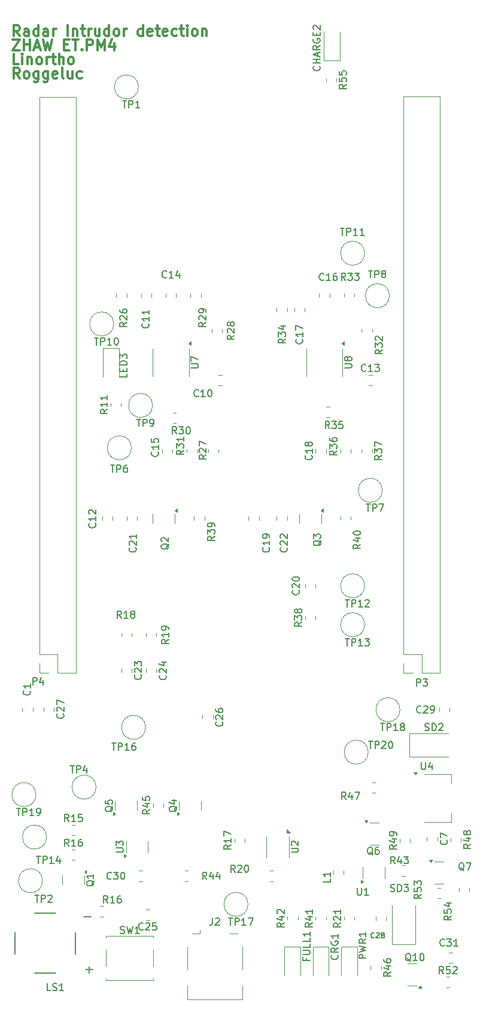
<source format=gbr>
%TF.GenerationSoftware,KiCad,Pcbnew,9.0.0*%
%TF.CreationDate,2025-03-31T13:57:26+02:00*%
%TF.ProjectId,HW_roggeluc_linortho,48575f72-6f67-4676-956c-75635f6c696e,rev?*%
%TF.SameCoordinates,Original*%
%TF.FileFunction,Legend,Top*%
%TF.FilePolarity,Positive*%
%FSLAX46Y46*%
G04 Gerber Fmt 4.6, Leading zero omitted, Abs format (unit mm)*
G04 Created by KiCad (PCBNEW 9.0.0) date 2025-03-31 13:57:26*
%MOMM*%
%LPD*%
G01*
G04 APERTURE LIST*
%ADD10C,0.300000*%
%ADD11C,0.150000*%
%ADD12C,0.120000*%
%ADD13C,0.127000*%
G04 APERTURE END LIST*
D10*
X42411653Y-37300828D02*
X41911653Y-36586542D01*
X41554510Y-37300828D02*
X41554510Y-35800828D01*
X41554510Y-35800828D02*
X42125939Y-35800828D01*
X42125939Y-35800828D02*
X42268796Y-35872257D01*
X42268796Y-35872257D02*
X42340225Y-35943685D01*
X42340225Y-35943685D02*
X42411653Y-36086542D01*
X42411653Y-36086542D02*
X42411653Y-36300828D01*
X42411653Y-36300828D02*
X42340225Y-36443685D01*
X42340225Y-36443685D02*
X42268796Y-36515114D01*
X42268796Y-36515114D02*
X42125939Y-36586542D01*
X42125939Y-36586542D02*
X41554510Y-36586542D01*
X43268796Y-37300828D02*
X43125939Y-37229400D01*
X43125939Y-37229400D02*
X43054510Y-37157971D01*
X43054510Y-37157971D02*
X42983082Y-37015114D01*
X42983082Y-37015114D02*
X42983082Y-36586542D01*
X42983082Y-36586542D02*
X43054510Y-36443685D01*
X43054510Y-36443685D02*
X43125939Y-36372257D01*
X43125939Y-36372257D02*
X43268796Y-36300828D01*
X43268796Y-36300828D02*
X43483082Y-36300828D01*
X43483082Y-36300828D02*
X43625939Y-36372257D01*
X43625939Y-36372257D02*
X43697368Y-36443685D01*
X43697368Y-36443685D02*
X43768796Y-36586542D01*
X43768796Y-36586542D02*
X43768796Y-37015114D01*
X43768796Y-37015114D02*
X43697368Y-37157971D01*
X43697368Y-37157971D02*
X43625939Y-37229400D01*
X43625939Y-37229400D02*
X43483082Y-37300828D01*
X43483082Y-37300828D02*
X43268796Y-37300828D01*
X45054511Y-36300828D02*
X45054511Y-37515114D01*
X45054511Y-37515114D02*
X44983082Y-37657971D01*
X44983082Y-37657971D02*
X44911653Y-37729400D01*
X44911653Y-37729400D02*
X44768796Y-37800828D01*
X44768796Y-37800828D02*
X44554511Y-37800828D01*
X44554511Y-37800828D02*
X44411653Y-37729400D01*
X45054511Y-37229400D02*
X44911653Y-37300828D01*
X44911653Y-37300828D02*
X44625939Y-37300828D01*
X44625939Y-37300828D02*
X44483082Y-37229400D01*
X44483082Y-37229400D02*
X44411653Y-37157971D01*
X44411653Y-37157971D02*
X44340225Y-37015114D01*
X44340225Y-37015114D02*
X44340225Y-36586542D01*
X44340225Y-36586542D02*
X44411653Y-36443685D01*
X44411653Y-36443685D02*
X44483082Y-36372257D01*
X44483082Y-36372257D02*
X44625939Y-36300828D01*
X44625939Y-36300828D02*
X44911653Y-36300828D01*
X44911653Y-36300828D02*
X45054511Y-36372257D01*
X46411654Y-36300828D02*
X46411654Y-37515114D01*
X46411654Y-37515114D02*
X46340225Y-37657971D01*
X46340225Y-37657971D02*
X46268796Y-37729400D01*
X46268796Y-37729400D02*
X46125939Y-37800828D01*
X46125939Y-37800828D02*
X45911654Y-37800828D01*
X45911654Y-37800828D02*
X45768796Y-37729400D01*
X46411654Y-37229400D02*
X46268796Y-37300828D01*
X46268796Y-37300828D02*
X45983082Y-37300828D01*
X45983082Y-37300828D02*
X45840225Y-37229400D01*
X45840225Y-37229400D02*
X45768796Y-37157971D01*
X45768796Y-37157971D02*
X45697368Y-37015114D01*
X45697368Y-37015114D02*
X45697368Y-36586542D01*
X45697368Y-36586542D02*
X45768796Y-36443685D01*
X45768796Y-36443685D02*
X45840225Y-36372257D01*
X45840225Y-36372257D02*
X45983082Y-36300828D01*
X45983082Y-36300828D02*
X46268796Y-36300828D01*
X46268796Y-36300828D02*
X46411654Y-36372257D01*
X47697368Y-37229400D02*
X47554511Y-37300828D01*
X47554511Y-37300828D02*
X47268797Y-37300828D01*
X47268797Y-37300828D02*
X47125939Y-37229400D01*
X47125939Y-37229400D02*
X47054511Y-37086542D01*
X47054511Y-37086542D02*
X47054511Y-36515114D01*
X47054511Y-36515114D02*
X47125939Y-36372257D01*
X47125939Y-36372257D02*
X47268797Y-36300828D01*
X47268797Y-36300828D02*
X47554511Y-36300828D01*
X47554511Y-36300828D02*
X47697368Y-36372257D01*
X47697368Y-36372257D02*
X47768797Y-36515114D01*
X47768797Y-36515114D02*
X47768797Y-36657971D01*
X47768797Y-36657971D02*
X47054511Y-36800828D01*
X48625939Y-37300828D02*
X48483082Y-37229400D01*
X48483082Y-37229400D02*
X48411653Y-37086542D01*
X48411653Y-37086542D02*
X48411653Y-35800828D01*
X49840225Y-36300828D02*
X49840225Y-37300828D01*
X49197367Y-36300828D02*
X49197367Y-37086542D01*
X49197367Y-37086542D02*
X49268796Y-37229400D01*
X49268796Y-37229400D02*
X49411653Y-37300828D01*
X49411653Y-37300828D02*
X49625939Y-37300828D01*
X49625939Y-37300828D02*
X49768796Y-37229400D01*
X49768796Y-37229400D02*
X49840225Y-37157971D01*
X51197368Y-37229400D02*
X51054510Y-37300828D01*
X51054510Y-37300828D02*
X50768796Y-37300828D01*
X50768796Y-37300828D02*
X50625939Y-37229400D01*
X50625939Y-37229400D02*
X50554510Y-37157971D01*
X50554510Y-37157971D02*
X50483082Y-37015114D01*
X50483082Y-37015114D02*
X50483082Y-36586542D01*
X50483082Y-36586542D02*
X50554510Y-36443685D01*
X50554510Y-36443685D02*
X50625939Y-36372257D01*
X50625939Y-36372257D02*
X50768796Y-36300828D01*
X50768796Y-36300828D02*
X51054510Y-36300828D01*
X51054510Y-36300828D02*
X51197368Y-36372257D01*
X42268796Y-35300828D02*
X41554510Y-35300828D01*
X41554510Y-35300828D02*
X41554510Y-33800828D01*
X42768796Y-35300828D02*
X42768796Y-34300828D01*
X42768796Y-33800828D02*
X42697368Y-33872257D01*
X42697368Y-33872257D02*
X42768796Y-33943685D01*
X42768796Y-33943685D02*
X42840225Y-33872257D01*
X42840225Y-33872257D02*
X42768796Y-33800828D01*
X42768796Y-33800828D02*
X42768796Y-33943685D01*
X43483082Y-34300828D02*
X43483082Y-35300828D01*
X43483082Y-34443685D02*
X43554511Y-34372257D01*
X43554511Y-34372257D02*
X43697368Y-34300828D01*
X43697368Y-34300828D02*
X43911654Y-34300828D01*
X43911654Y-34300828D02*
X44054511Y-34372257D01*
X44054511Y-34372257D02*
X44125940Y-34515114D01*
X44125940Y-34515114D02*
X44125940Y-35300828D01*
X45054511Y-35300828D02*
X44911654Y-35229400D01*
X44911654Y-35229400D02*
X44840225Y-35157971D01*
X44840225Y-35157971D02*
X44768797Y-35015114D01*
X44768797Y-35015114D02*
X44768797Y-34586542D01*
X44768797Y-34586542D02*
X44840225Y-34443685D01*
X44840225Y-34443685D02*
X44911654Y-34372257D01*
X44911654Y-34372257D02*
X45054511Y-34300828D01*
X45054511Y-34300828D02*
X45268797Y-34300828D01*
X45268797Y-34300828D02*
X45411654Y-34372257D01*
X45411654Y-34372257D02*
X45483083Y-34443685D01*
X45483083Y-34443685D02*
X45554511Y-34586542D01*
X45554511Y-34586542D02*
X45554511Y-35015114D01*
X45554511Y-35015114D02*
X45483083Y-35157971D01*
X45483083Y-35157971D02*
X45411654Y-35229400D01*
X45411654Y-35229400D02*
X45268797Y-35300828D01*
X45268797Y-35300828D02*
X45054511Y-35300828D01*
X46197368Y-35300828D02*
X46197368Y-34300828D01*
X46197368Y-34586542D02*
X46268797Y-34443685D01*
X46268797Y-34443685D02*
X46340226Y-34372257D01*
X46340226Y-34372257D02*
X46483083Y-34300828D01*
X46483083Y-34300828D02*
X46625940Y-34300828D01*
X46911654Y-34300828D02*
X47483082Y-34300828D01*
X47125939Y-33800828D02*
X47125939Y-35086542D01*
X47125939Y-35086542D02*
X47197368Y-35229400D01*
X47197368Y-35229400D02*
X47340225Y-35300828D01*
X47340225Y-35300828D02*
X47483082Y-35300828D01*
X47983082Y-35300828D02*
X47983082Y-33800828D01*
X48625940Y-35300828D02*
X48625940Y-34515114D01*
X48625940Y-34515114D02*
X48554511Y-34372257D01*
X48554511Y-34372257D02*
X48411654Y-34300828D01*
X48411654Y-34300828D02*
X48197368Y-34300828D01*
X48197368Y-34300828D02*
X48054511Y-34372257D01*
X48054511Y-34372257D02*
X47983082Y-34443685D01*
X49554511Y-35300828D02*
X49411654Y-35229400D01*
X49411654Y-35229400D02*
X49340225Y-35157971D01*
X49340225Y-35157971D02*
X49268797Y-35015114D01*
X49268797Y-35015114D02*
X49268797Y-34586542D01*
X49268797Y-34586542D02*
X49340225Y-34443685D01*
X49340225Y-34443685D02*
X49411654Y-34372257D01*
X49411654Y-34372257D02*
X49554511Y-34300828D01*
X49554511Y-34300828D02*
X49768797Y-34300828D01*
X49768797Y-34300828D02*
X49911654Y-34372257D01*
X49911654Y-34372257D02*
X49983083Y-34443685D01*
X49983083Y-34443685D02*
X50054511Y-34586542D01*
X50054511Y-34586542D02*
X50054511Y-35015114D01*
X50054511Y-35015114D02*
X49983083Y-35157971D01*
X49983083Y-35157971D02*
X49911654Y-35229400D01*
X49911654Y-35229400D02*
X49768797Y-35300828D01*
X49768797Y-35300828D02*
X49554511Y-35300828D01*
X41411653Y-31800828D02*
X42411653Y-31800828D01*
X42411653Y-31800828D02*
X41411653Y-33300828D01*
X41411653Y-33300828D02*
X42411653Y-33300828D01*
X42983081Y-33300828D02*
X42983081Y-31800828D01*
X42983081Y-32515114D02*
X43840224Y-32515114D01*
X43840224Y-33300828D02*
X43840224Y-31800828D01*
X44483082Y-32872257D02*
X45197368Y-32872257D01*
X44340225Y-33300828D02*
X44840225Y-31800828D01*
X44840225Y-31800828D02*
X45340225Y-33300828D01*
X45697367Y-31800828D02*
X46054510Y-33300828D01*
X46054510Y-33300828D02*
X46340224Y-32229400D01*
X46340224Y-32229400D02*
X46625939Y-33300828D01*
X46625939Y-33300828D02*
X46983082Y-31800828D01*
X48697367Y-32515114D02*
X49197367Y-32515114D01*
X49411653Y-33300828D02*
X48697367Y-33300828D01*
X48697367Y-33300828D02*
X48697367Y-31800828D01*
X48697367Y-31800828D02*
X49411653Y-31800828D01*
X49840225Y-31800828D02*
X50697368Y-31800828D01*
X50268796Y-33300828D02*
X50268796Y-31800828D01*
X51197367Y-33157971D02*
X51268796Y-33229400D01*
X51268796Y-33229400D02*
X51197367Y-33300828D01*
X51197367Y-33300828D02*
X51125939Y-33229400D01*
X51125939Y-33229400D02*
X51197367Y-33157971D01*
X51197367Y-33157971D02*
X51197367Y-33300828D01*
X51911653Y-33300828D02*
X51911653Y-31800828D01*
X51911653Y-31800828D02*
X52483082Y-31800828D01*
X52483082Y-31800828D02*
X52625939Y-31872257D01*
X52625939Y-31872257D02*
X52697368Y-31943685D01*
X52697368Y-31943685D02*
X52768796Y-32086542D01*
X52768796Y-32086542D02*
X52768796Y-32300828D01*
X52768796Y-32300828D02*
X52697368Y-32443685D01*
X52697368Y-32443685D02*
X52625939Y-32515114D01*
X52625939Y-32515114D02*
X52483082Y-32586542D01*
X52483082Y-32586542D02*
X51911653Y-32586542D01*
X53411653Y-33300828D02*
X53411653Y-31800828D01*
X53411653Y-31800828D02*
X53911653Y-32872257D01*
X53911653Y-32872257D02*
X54411653Y-31800828D01*
X54411653Y-31800828D02*
X54411653Y-33300828D01*
X55768797Y-32300828D02*
X55768797Y-33300828D01*
X55411654Y-31729400D02*
X55054511Y-32800828D01*
X55054511Y-32800828D02*
X55983082Y-32800828D01*
X42411653Y-31300828D02*
X41911653Y-30586542D01*
X41554510Y-31300828D02*
X41554510Y-29800828D01*
X41554510Y-29800828D02*
X42125939Y-29800828D01*
X42125939Y-29800828D02*
X42268796Y-29872257D01*
X42268796Y-29872257D02*
X42340225Y-29943685D01*
X42340225Y-29943685D02*
X42411653Y-30086542D01*
X42411653Y-30086542D02*
X42411653Y-30300828D01*
X42411653Y-30300828D02*
X42340225Y-30443685D01*
X42340225Y-30443685D02*
X42268796Y-30515114D01*
X42268796Y-30515114D02*
X42125939Y-30586542D01*
X42125939Y-30586542D02*
X41554510Y-30586542D01*
X43697368Y-31300828D02*
X43697368Y-30515114D01*
X43697368Y-30515114D02*
X43625939Y-30372257D01*
X43625939Y-30372257D02*
X43483082Y-30300828D01*
X43483082Y-30300828D02*
X43197368Y-30300828D01*
X43197368Y-30300828D02*
X43054510Y-30372257D01*
X43697368Y-31229400D02*
X43554510Y-31300828D01*
X43554510Y-31300828D02*
X43197368Y-31300828D01*
X43197368Y-31300828D02*
X43054510Y-31229400D01*
X43054510Y-31229400D02*
X42983082Y-31086542D01*
X42983082Y-31086542D02*
X42983082Y-30943685D01*
X42983082Y-30943685D02*
X43054510Y-30800828D01*
X43054510Y-30800828D02*
X43197368Y-30729400D01*
X43197368Y-30729400D02*
X43554510Y-30729400D01*
X43554510Y-30729400D02*
X43697368Y-30657971D01*
X45054511Y-31300828D02*
X45054511Y-29800828D01*
X45054511Y-31229400D02*
X44911653Y-31300828D01*
X44911653Y-31300828D02*
X44625939Y-31300828D01*
X44625939Y-31300828D02*
X44483082Y-31229400D01*
X44483082Y-31229400D02*
X44411653Y-31157971D01*
X44411653Y-31157971D02*
X44340225Y-31015114D01*
X44340225Y-31015114D02*
X44340225Y-30586542D01*
X44340225Y-30586542D02*
X44411653Y-30443685D01*
X44411653Y-30443685D02*
X44483082Y-30372257D01*
X44483082Y-30372257D02*
X44625939Y-30300828D01*
X44625939Y-30300828D02*
X44911653Y-30300828D01*
X44911653Y-30300828D02*
X45054511Y-30372257D01*
X46411654Y-31300828D02*
X46411654Y-30515114D01*
X46411654Y-30515114D02*
X46340225Y-30372257D01*
X46340225Y-30372257D02*
X46197368Y-30300828D01*
X46197368Y-30300828D02*
X45911654Y-30300828D01*
X45911654Y-30300828D02*
X45768796Y-30372257D01*
X46411654Y-31229400D02*
X46268796Y-31300828D01*
X46268796Y-31300828D02*
X45911654Y-31300828D01*
X45911654Y-31300828D02*
X45768796Y-31229400D01*
X45768796Y-31229400D02*
X45697368Y-31086542D01*
X45697368Y-31086542D02*
X45697368Y-30943685D01*
X45697368Y-30943685D02*
X45768796Y-30800828D01*
X45768796Y-30800828D02*
X45911654Y-30729400D01*
X45911654Y-30729400D02*
X46268796Y-30729400D01*
X46268796Y-30729400D02*
X46411654Y-30657971D01*
X47125939Y-31300828D02*
X47125939Y-30300828D01*
X47125939Y-30586542D02*
X47197368Y-30443685D01*
X47197368Y-30443685D02*
X47268797Y-30372257D01*
X47268797Y-30372257D02*
X47411654Y-30300828D01*
X47411654Y-30300828D02*
X47554511Y-30300828D01*
X49197367Y-31300828D02*
X49197367Y-29800828D01*
X49911653Y-30300828D02*
X49911653Y-31300828D01*
X49911653Y-30443685D02*
X49983082Y-30372257D01*
X49983082Y-30372257D02*
X50125939Y-30300828D01*
X50125939Y-30300828D02*
X50340225Y-30300828D01*
X50340225Y-30300828D02*
X50483082Y-30372257D01*
X50483082Y-30372257D02*
X50554511Y-30515114D01*
X50554511Y-30515114D02*
X50554511Y-31300828D01*
X51054511Y-30300828D02*
X51625939Y-30300828D01*
X51268796Y-29800828D02*
X51268796Y-31086542D01*
X51268796Y-31086542D02*
X51340225Y-31229400D01*
X51340225Y-31229400D02*
X51483082Y-31300828D01*
X51483082Y-31300828D02*
X51625939Y-31300828D01*
X52125939Y-31300828D02*
X52125939Y-30300828D01*
X52125939Y-30586542D02*
X52197368Y-30443685D01*
X52197368Y-30443685D02*
X52268797Y-30372257D01*
X52268797Y-30372257D02*
X52411654Y-30300828D01*
X52411654Y-30300828D02*
X52554511Y-30300828D01*
X53697368Y-30300828D02*
X53697368Y-31300828D01*
X53054510Y-30300828D02*
X53054510Y-31086542D01*
X53054510Y-31086542D02*
X53125939Y-31229400D01*
X53125939Y-31229400D02*
X53268796Y-31300828D01*
X53268796Y-31300828D02*
X53483082Y-31300828D01*
X53483082Y-31300828D02*
X53625939Y-31229400D01*
X53625939Y-31229400D02*
X53697368Y-31157971D01*
X55054511Y-31300828D02*
X55054511Y-29800828D01*
X55054511Y-31229400D02*
X54911653Y-31300828D01*
X54911653Y-31300828D02*
X54625939Y-31300828D01*
X54625939Y-31300828D02*
X54483082Y-31229400D01*
X54483082Y-31229400D02*
X54411653Y-31157971D01*
X54411653Y-31157971D02*
X54340225Y-31015114D01*
X54340225Y-31015114D02*
X54340225Y-30586542D01*
X54340225Y-30586542D02*
X54411653Y-30443685D01*
X54411653Y-30443685D02*
X54483082Y-30372257D01*
X54483082Y-30372257D02*
X54625939Y-30300828D01*
X54625939Y-30300828D02*
X54911653Y-30300828D01*
X54911653Y-30300828D02*
X55054511Y-30372257D01*
X55983082Y-31300828D02*
X55840225Y-31229400D01*
X55840225Y-31229400D02*
X55768796Y-31157971D01*
X55768796Y-31157971D02*
X55697368Y-31015114D01*
X55697368Y-31015114D02*
X55697368Y-30586542D01*
X55697368Y-30586542D02*
X55768796Y-30443685D01*
X55768796Y-30443685D02*
X55840225Y-30372257D01*
X55840225Y-30372257D02*
X55983082Y-30300828D01*
X55983082Y-30300828D02*
X56197368Y-30300828D01*
X56197368Y-30300828D02*
X56340225Y-30372257D01*
X56340225Y-30372257D02*
X56411654Y-30443685D01*
X56411654Y-30443685D02*
X56483082Y-30586542D01*
X56483082Y-30586542D02*
X56483082Y-31015114D01*
X56483082Y-31015114D02*
X56411654Y-31157971D01*
X56411654Y-31157971D02*
X56340225Y-31229400D01*
X56340225Y-31229400D02*
X56197368Y-31300828D01*
X56197368Y-31300828D02*
X55983082Y-31300828D01*
X57125939Y-31300828D02*
X57125939Y-30300828D01*
X57125939Y-30586542D02*
X57197368Y-30443685D01*
X57197368Y-30443685D02*
X57268797Y-30372257D01*
X57268797Y-30372257D02*
X57411654Y-30300828D01*
X57411654Y-30300828D02*
X57554511Y-30300828D01*
X59840225Y-31300828D02*
X59840225Y-29800828D01*
X59840225Y-31229400D02*
X59697367Y-31300828D01*
X59697367Y-31300828D02*
X59411653Y-31300828D01*
X59411653Y-31300828D02*
X59268796Y-31229400D01*
X59268796Y-31229400D02*
X59197367Y-31157971D01*
X59197367Y-31157971D02*
X59125939Y-31015114D01*
X59125939Y-31015114D02*
X59125939Y-30586542D01*
X59125939Y-30586542D02*
X59197367Y-30443685D01*
X59197367Y-30443685D02*
X59268796Y-30372257D01*
X59268796Y-30372257D02*
X59411653Y-30300828D01*
X59411653Y-30300828D02*
X59697367Y-30300828D01*
X59697367Y-30300828D02*
X59840225Y-30372257D01*
X61125939Y-31229400D02*
X60983082Y-31300828D01*
X60983082Y-31300828D02*
X60697368Y-31300828D01*
X60697368Y-31300828D02*
X60554510Y-31229400D01*
X60554510Y-31229400D02*
X60483082Y-31086542D01*
X60483082Y-31086542D02*
X60483082Y-30515114D01*
X60483082Y-30515114D02*
X60554510Y-30372257D01*
X60554510Y-30372257D02*
X60697368Y-30300828D01*
X60697368Y-30300828D02*
X60983082Y-30300828D01*
X60983082Y-30300828D02*
X61125939Y-30372257D01*
X61125939Y-30372257D02*
X61197368Y-30515114D01*
X61197368Y-30515114D02*
X61197368Y-30657971D01*
X61197368Y-30657971D02*
X60483082Y-30800828D01*
X61625939Y-30300828D02*
X62197367Y-30300828D01*
X61840224Y-29800828D02*
X61840224Y-31086542D01*
X61840224Y-31086542D02*
X61911653Y-31229400D01*
X61911653Y-31229400D02*
X62054510Y-31300828D01*
X62054510Y-31300828D02*
X62197367Y-31300828D01*
X63268796Y-31229400D02*
X63125939Y-31300828D01*
X63125939Y-31300828D02*
X62840225Y-31300828D01*
X62840225Y-31300828D02*
X62697367Y-31229400D01*
X62697367Y-31229400D02*
X62625939Y-31086542D01*
X62625939Y-31086542D02*
X62625939Y-30515114D01*
X62625939Y-30515114D02*
X62697367Y-30372257D01*
X62697367Y-30372257D02*
X62840225Y-30300828D01*
X62840225Y-30300828D02*
X63125939Y-30300828D01*
X63125939Y-30300828D02*
X63268796Y-30372257D01*
X63268796Y-30372257D02*
X63340225Y-30515114D01*
X63340225Y-30515114D02*
X63340225Y-30657971D01*
X63340225Y-30657971D02*
X62625939Y-30800828D01*
X64625939Y-31229400D02*
X64483081Y-31300828D01*
X64483081Y-31300828D02*
X64197367Y-31300828D01*
X64197367Y-31300828D02*
X64054510Y-31229400D01*
X64054510Y-31229400D02*
X63983081Y-31157971D01*
X63983081Y-31157971D02*
X63911653Y-31015114D01*
X63911653Y-31015114D02*
X63911653Y-30586542D01*
X63911653Y-30586542D02*
X63983081Y-30443685D01*
X63983081Y-30443685D02*
X64054510Y-30372257D01*
X64054510Y-30372257D02*
X64197367Y-30300828D01*
X64197367Y-30300828D02*
X64483081Y-30300828D01*
X64483081Y-30300828D02*
X64625939Y-30372257D01*
X65054510Y-30300828D02*
X65625938Y-30300828D01*
X65268795Y-29800828D02*
X65268795Y-31086542D01*
X65268795Y-31086542D02*
X65340224Y-31229400D01*
X65340224Y-31229400D02*
X65483081Y-31300828D01*
X65483081Y-31300828D02*
X65625938Y-31300828D01*
X66125938Y-31300828D02*
X66125938Y-30300828D01*
X66125938Y-29800828D02*
X66054510Y-29872257D01*
X66054510Y-29872257D02*
X66125938Y-29943685D01*
X66125938Y-29943685D02*
X66197367Y-29872257D01*
X66197367Y-29872257D02*
X66125938Y-29800828D01*
X66125938Y-29800828D02*
X66125938Y-29943685D01*
X67054510Y-31300828D02*
X66911653Y-31229400D01*
X66911653Y-31229400D02*
X66840224Y-31157971D01*
X66840224Y-31157971D02*
X66768796Y-31015114D01*
X66768796Y-31015114D02*
X66768796Y-30586542D01*
X66768796Y-30586542D02*
X66840224Y-30443685D01*
X66840224Y-30443685D02*
X66911653Y-30372257D01*
X66911653Y-30372257D02*
X67054510Y-30300828D01*
X67054510Y-30300828D02*
X67268796Y-30300828D01*
X67268796Y-30300828D02*
X67411653Y-30372257D01*
X67411653Y-30372257D02*
X67483082Y-30443685D01*
X67483082Y-30443685D02*
X67554510Y-30586542D01*
X67554510Y-30586542D02*
X67554510Y-31015114D01*
X67554510Y-31015114D02*
X67483082Y-31157971D01*
X67483082Y-31157971D02*
X67411653Y-31229400D01*
X67411653Y-31229400D02*
X67268796Y-31300828D01*
X67268796Y-31300828D02*
X67054510Y-31300828D01*
X68197367Y-30300828D02*
X68197367Y-31300828D01*
X68197367Y-30443685D02*
X68268796Y-30372257D01*
X68268796Y-30372257D02*
X68411653Y-30300828D01*
X68411653Y-30300828D02*
X68625939Y-30300828D01*
X68625939Y-30300828D02*
X68768796Y-30372257D01*
X68768796Y-30372257D02*
X68840225Y-30515114D01*
X68840225Y-30515114D02*
X68840225Y-31300828D01*
D11*
X92542502Y-158693543D02*
X92506788Y-158729258D01*
X92506788Y-158729258D02*
X92399645Y-158764972D01*
X92399645Y-158764972D02*
X92328217Y-158764972D01*
X92328217Y-158764972D02*
X92221074Y-158729258D01*
X92221074Y-158729258D02*
X92149645Y-158657829D01*
X92149645Y-158657829D02*
X92113931Y-158586400D01*
X92113931Y-158586400D02*
X92078217Y-158443543D01*
X92078217Y-158443543D02*
X92078217Y-158336400D01*
X92078217Y-158336400D02*
X92113931Y-158193543D01*
X92113931Y-158193543D02*
X92149645Y-158122115D01*
X92149645Y-158122115D02*
X92221074Y-158050686D01*
X92221074Y-158050686D02*
X92328217Y-158014972D01*
X92328217Y-158014972D02*
X92399645Y-158014972D01*
X92399645Y-158014972D02*
X92506788Y-158050686D01*
X92506788Y-158050686D02*
X92542502Y-158086400D01*
X92828217Y-158086400D02*
X92863931Y-158050686D01*
X92863931Y-158050686D02*
X92935360Y-158014972D01*
X92935360Y-158014972D02*
X93113931Y-158014972D01*
X93113931Y-158014972D02*
X93185360Y-158050686D01*
X93185360Y-158050686D02*
X93221074Y-158086400D01*
X93221074Y-158086400D02*
X93256788Y-158157829D01*
X93256788Y-158157829D02*
X93256788Y-158229258D01*
X93256788Y-158229258D02*
X93221074Y-158336400D01*
X93221074Y-158336400D02*
X92792502Y-158764972D01*
X92792502Y-158764972D02*
X93256788Y-158764972D01*
X93685360Y-158336400D02*
X93613931Y-158300686D01*
X93613931Y-158300686D02*
X93578217Y-158264972D01*
X93578217Y-158264972D02*
X93542503Y-158193543D01*
X93542503Y-158193543D02*
X93542503Y-158157829D01*
X93542503Y-158157829D02*
X93578217Y-158086400D01*
X93578217Y-158086400D02*
X93613931Y-158050686D01*
X93613931Y-158050686D02*
X93685360Y-158014972D01*
X93685360Y-158014972D02*
X93828217Y-158014972D01*
X93828217Y-158014972D02*
X93899646Y-158050686D01*
X93899646Y-158050686D02*
X93935360Y-158086400D01*
X93935360Y-158086400D02*
X93971074Y-158157829D01*
X93971074Y-158157829D02*
X93971074Y-158193543D01*
X93971074Y-158193543D02*
X93935360Y-158264972D01*
X93935360Y-158264972D02*
X93899646Y-158300686D01*
X93899646Y-158300686D02*
X93828217Y-158336400D01*
X93828217Y-158336400D02*
X93685360Y-158336400D01*
X93685360Y-158336400D02*
X93613931Y-158372115D01*
X93613931Y-158372115D02*
X93578217Y-158407829D01*
X93578217Y-158407829D02*
X93542503Y-158479258D01*
X93542503Y-158479258D02*
X93542503Y-158622115D01*
X93542503Y-158622115D02*
X93578217Y-158693543D01*
X93578217Y-158693543D02*
X93613931Y-158729258D01*
X93613931Y-158729258D02*
X93685360Y-158764972D01*
X93685360Y-158764972D02*
X93828217Y-158764972D01*
X93828217Y-158764972D02*
X93899646Y-158729258D01*
X93899646Y-158729258D02*
X93935360Y-158693543D01*
X93935360Y-158693543D02*
X93971074Y-158622115D01*
X93971074Y-158622115D02*
X93971074Y-158479258D01*
X93971074Y-158479258D02*
X93935360Y-158407829D01*
X93935360Y-158407829D02*
X93899646Y-158372115D01*
X93899646Y-158372115D02*
X93828217Y-158336400D01*
X94868412Y-152154911D02*
X95011269Y-152202530D01*
X95011269Y-152202530D02*
X95249364Y-152202530D01*
X95249364Y-152202530D02*
X95344602Y-152154911D01*
X95344602Y-152154911D02*
X95392221Y-152107291D01*
X95392221Y-152107291D02*
X95439840Y-152012053D01*
X95439840Y-152012053D02*
X95439840Y-151916815D01*
X95439840Y-151916815D02*
X95392221Y-151821577D01*
X95392221Y-151821577D02*
X95344602Y-151773958D01*
X95344602Y-151773958D02*
X95249364Y-151726339D01*
X95249364Y-151726339D02*
X95058888Y-151678720D01*
X95058888Y-151678720D02*
X94963650Y-151631101D01*
X94963650Y-151631101D02*
X94916031Y-151583482D01*
X94916031Y-151583482D02*
X94868412Y-151488244D01*
X94868412Y-151488244D02*
X94868412Y-151393006D01*
X94868412Y-151393006D02*
X94916031Y-151297768D01*
X94916031Y-151297768D02*
X94963650Y-151250149D01*
X94963650Y-151250149D02*
X95058888Y-151202530D01*
X95058888Y-151202530D02*
X95296983Y-151202530D01*
X95296983Y-151202530D02*
X95439840Y-151250149D01*
X95868412Y-152202530D02*
X95868412Y-151202530D01*
X95868412Y-151202530D02*
X96106507Y-151202530D01*
X96106507Y-151202530D02*
X96249364Y-151250149D01*
X96249364Y-151250149D02*
X96344602Y-151345387D01*
X96344602Y-151345387D02*
X96392221Y-151440625D01*
X96392221Y-151440625D02*
X96439840Y-151631101D01*
X96439840Y-151631101D02*
X96439840Y-151773958D01*
X96439840Y-151773958D02*
X96392221Y-151964434D01*
X96392221Y-151964434D02*
X96344602Y-152059672D01*
X96344602Y-152059672D02*
X96249364Y-152154911D01*
X96249364Y-152154911D02*
X96106507Y-152202530D01*
X96106507Y-152202530D02*
X95868412Y-152202530D01*
X96773174Y-151202530D02*
X97392221Y-151202530D01*
X97392221Y-151202530D02*
X97058888Y-151583482D01*
X97058888Y-151583482D02*
X97201745Y-151583482D01*
X97201745Y-151583482D02*
X97296983Y-151631101D01*
X97296983Y-151631101D02*
X97344602Y-151678720D01*
X97344602Y-151678720D02*
X97392221Y-151773958D01*
X97392221Y-151773958D02*
X97392221Y-152012053D01*
X97392221Y-152012053D02*
X97344602Y-152107291D01*
X97344602Y-152107291D02*
X97296983Y-152154911D01*
X97296983Y-152154911D02*
X97201745Y-152202530D01*
X97201745Y-152202530D02*
X96916031Y-152202530D01*
X96916031Y-152202530D02*
X96820793Y-152154911D01*
X96820793Y-152154911D02*
X96773174Y-152107291D01*
X56642450Y-158065005D02*
X56785307Y-158112624D01*
X56785307Y-158112624D02*
X57023402Y-158112624D01*
X57023402Y-158112624D02*
X57118640Y-158065005D01*
X57118640Y-158065005D02*
X57166259Y-158017385D01*
X57166259Y-158017385D02*
X57213878Y-157922147D01*
X57213878Y-157922147D02*
X57213878Y-157826909D01*
X57213878Y-157826909D02*
X57166259Y-157731671D01*
X57166259Y-157731671D02*
X57118640Y-157684052D01*
X57118640Y-157684052D02*
X57023402Y-157636433D01*
X57023402Y-157636433D02*
X56832926Y-157588814D01*
X56832926Y-157588814D02*
X56737688Y-157541195D01*
X56737688Y-157541195D02*
X56690069Y-157493576D01*
X56690069Y-157493576D02*
X56642450Y-157398338D01*
X56642450Y-157398338D02*
X56642450Y-157303100D01*
X56642450Y-157303100D02*
X56690069Y-157207862D01*
X56690069Y-157207862D02*
X56737688Y-157160243D01*
X56737688Y-157160243D02*
X56832926Y-157112624D01*
X56832926Y-157112624D02*
X57071021Y-157112624D01*
X57071021Y-157112624D02*
X57213878Y-157160243D01*
X57547212Y-157112624D02*
X57785307Y-158112624D01*
X57785307Y-158112624D02*
X57975783Y-157398338D01*
X57975783Y-157398338D02*
X58166259Y-158112624D01*
X58166259Y-158112624D02*
X58404355Y-157112624D01*
X59309116Y-158112624D02*
X58737688Y-158112624D01*
X59023402Y-158112624D02*
X59023402Y-157112624D01*
X59023402Y-157112624D02*
X58928164Y-157255481D01*
X58928164Y-157255481D02*
X58832926Y-157350719D01*
X58832926Y-157350719D02*
X58737688Y-157398338D01*
X91761905Y-130954819D02*
X92333333Y-130954819D01*
X92047619Y-131954819D02*
X92047619Y-130954819D01*
X92666667Y-131954819D02*
X92666667Y-130954819D01*
X92666667Y-130954819D02*
X93047619Y-130954819D01*
X93047619Y-130954819D02*
X93142857Y-131002438D01*
X93142857Y-131002438D02*
X93190476Y-131050057D01*
X93190476Y-131050057D02*
X93238095Y-131145295D01*
X93238095Y-131145295D02*
X93238095Y-131288152D01*
X93238095Y-131288152D02*
X93190476Y-131383390D01*
X93190476Y-131383390D02*
X93142857Y-131431009D01*
X93142857Y-131431009D02*
X93047619Y-131478628D01*
X93047619Y-131478628D02*
X92666667Y-131478628D01*
X93619048Y-131050057D02*
X93666667Y-131002438D01*
X93666667Y-131002438D02*
X93761905Y-130954819D01*
X93761905Y-130954819D02*
X94000000Y-130954819D01*
X94000000Y-130954819D02*
X94095238Y-131002438D01*
X94095238Y-131002438D02*
X94142857Y-131050057D01*
X94142857Y-131050057D02*
X94190476Y-131145295D01*
X94190476Y-131145295D02*
X94190476Y-131240533D01*
X94190476Y-131240533D02*
X94142857Y-131383390D01*
X94142857Y-131383390D02*
X93571429Y-131954819D01*
X93571429Y-131954819D02*
X94190476Y-131954819D01*
X94809524Y-130954819D02*
X94904762Y-130954819D01*
X94904762Y-130954819D02*
X95000000Y-131002438D01*
X95000000Y-131002438D02*
X95047619Y-131050057D01*
X95047619Y-131050057D02*
X95095238Y-131145295D01*
X95095238Y-131145295D02*
X95142857Y-131335771D01*
X95142857Y-131335771D02*
X95142857Y-131573866D01*
X95142857Y-131573866D02*
X95095238Y-131764342D01*
X95095238Y-131764342D02*
X95047619Y-131859580D01*
X95047619Y-131859580D02*
X95000000Y-131907200D01*
X95000000Y-131907200D02*
X94904762Y-131954819D01*
X94904762Y-131954819D02*
X94809524Y-131954819D01*
X94809524Y-131954819D02*
X94714286Y-131907200D01*
X94714286Y-131907200D02*
X94666667Y-131859580D01*
X94666667Y-131859580D02*
X94619048Y-131764342D01*
X94619048Y-131764342D02*
X94571429Y-131573866D01*
X94571429Y-131573866D02*
X94571429Y-131335771D01*
X94571429Y-131335771D02*
X94619048Y-131145295D01*
X94619048Y-131145295D02*
X94666667Y-131050057D01*
X94666667Y-131050057D02*
X94714286Y-131002438D01*
X94714286Y-131002438D02*
X94809524Y-130954819D01*
X99163535Y-126864428D02*
X99115916Y-126912048D01*
X99115916Y-126912048D02*
X98973059Y-126959667D01*
X98973059Y-126959667D02*
X98877821Y-126959667D01*
X98877821Y-126959667D02*
X98734964Y-126912048D01*
X98734964Y-126912048D02*
X98639726Y-126816809D01*
X98639726Y-126816809D02*
X98592107Y-126721571D01*
X98592107Y-126721571D02*
X98544488Y-126531095D01*
X98544488Y-126531095D02*
X98544488Y-126388238D01*
X98544488Y-126388238D02*
X98592107Y-126197762D01*
X98592107Y-126197762D02*
X98639726Y-126102524D01*
X98639726Y-126102524D02*
X98734964Y-126007286D01*
X98734964Y-126007286D02*
X98877821Y-125959667D01*
X98877821Y-125959667D02*
X98973059Y-125959667D01*
X98973059Y-125959667D02*
X99115916Y-126007286D01*
X99115916Y-126007286D02*
X99163535Y-126054905D01*
X99544488Y-126054905D02*
X99592107Y-126007286D01*
X99592107Y-126007286D02*
X99687345Y-125959667D01*
X99687345Y-125959667D02*
X99925440Y-125959667D01*
X99925440Y-125959667D02*
X100020678Y-126007286D01*
X100020678Y-126007286D02*
X100068297Y-126054905D01*
X100068297Y-126054905D02*
X100115916Y-126150143D01*
X100115916Y-126150143D02*
X100115916Y-126245381D01*
X100115916Y-126245381D02*
X100068297Y-126388238D01*
X100068297Y-126388238D02*
X99496869Y-126959667D01*
X99496869Y-126959667D02*
X100115916Y-126959667D01*
X100592107Y-126959667D02*
X100782583Y-126959667D01*
X100782583Y-126959667D02*
X100877821Y-126912048D01*
X100877821Y-126912048D02*
X100925440Y-126864428D01*
X100925440Y-126864428D02*
X101020678Y-126721571D01*
X101020678Y-126721571D02*
X101068297Y-126531095D01*
X101068297Y-126531095D02*
X101068297Y-126150143D01*
X101068297Y-126150143D02*
X101020678Y-126054905D01*
X101020678Y-126054905D02*
X100973059Y-126007286D01*
X100973059Y-126007286D02*
X100877821Y-125959667D01*
X100877821Y-125959667D02*
X100687345Y-125959667D01*
X100687345Y-125959667D02*
X100592107Y-126007286D01*
X100592107Y-126007286D02*
X100544488Y-126054905D01*
X100544488Y-126054905D02*
X100496869Y-126150143D01*
X100496869Y-126150143D02*
X100496869Y-126388238D01*
X100496869Y-126388238D02*
X100544488Y-126483476D01*
X100544488Y-126483476D02*
X100592107Y-126531095D01*
X100592107Y-126531095D02*
X100687345Y-126578714D01*
X100687345Y-126578714D02*
X100877821Y-126578714D01*
X100877821Y-126578714D02*
X100973059Y-126531095D01*
X100973059Y-126531095D02*
X101020678Y-126483476D01*
X101020678Y-126483476D02*
X101068297Y-126388238D01*
X92349533Y-147020402D02*
X92254295Y-146972783D01*
X92254295Y-146972783D02*
X92159057Y-146877545D01*
X92159057Y-146877545D02*
X92016200Y-146734687D01*
X92016200Y-146734687D02*
X91920962Y-146687068D01*
X91920962Y-146687068D02*
X91825724Y-146687068D01*
X91873343Y-146925164D02*
X91778105Y-146877545D01*
X91778105Y-146877545D02*
X91682867Y-146782306D01*
X91682867Y-146782306D02*
X91635248Y-146591830D01*
X91635248Y-146591830D02*
X91635248Y-146258497D01*
X91635248Y-146258497D02*
X91682867Y-146068021D01*
X91682867Y-146068021D02*
X91778105Y-145972783D01*
X91778105Y-145972783D02*
X91873343Y-145925164D01*
X91873343Y-145925164D02*
X92063819Y-145925164D01*
X92063819Y-145925164D02*
X92159057Y-145972783D01*
X92159057Y-145972783D02*
X92254295Y-146068021D01*
X92254295Y-146068021D02*
X92301914Y-146258497D01*
X92301914Y-146258497D02*
X92301914Y-146591830D01*
X92301914Y-146591830D02*
X92254295Y-146782306D01*
X92254295Y-146782306D02*
X92159057Y-146877545D01*
X92159057Y-146877545D02*
X92063819Y-146925164D01*
X92063819Y-146925164D02*
X91873343Y-146925164D01*
X93159057Y-145925164D02*
X92968581Y-145925164D01*
X92968581Y-145925164D02*
X92873343Y-145972783D01*
X92873343Y-145972783D02*
X92825724Y-146020402D01*
X92825724Y-146020402D02*
X92730486Y-146163259D01*
X92730486Y-146163259D02*
X92682867Y-146353735D01*
X92682867Y-146353735D02*
X92682867Y-146734687D01*
X92682867Y-146734687D02*
X92730486Y-146829925D01*
X92730486Y-146829925D02*
X92778105Y-146877545D01*
X92778105Y-146877545D02*
X92873343Y-146925164D01*
X92873343Y-146925164D02*
X93063819Y-146925164D01*
X93063819Y-146925164D02*
X93159057Y-146877545D01*
X93159057Y-146877545D02*
X93206676Y-146829925D01*
X93206676Y-146829925D02*
X93254295Y-146734687D01*
X93254295Y-146734687D02*
X93254295Y-146496592D01*
X93254295Y-146496592D02*
X93206676Y-146401354D01*
X93206676Y-146401354D02*
X93159057Y-146353735D01*
X93159057Y-146353735D02*
X93063819Y-146306116D01*
X93063819Y-146306116D02*
X92873343Y-146306116D01*
X92873343Y-146306116D02*
X92778105Y-146353735D01*
X92778105Y-146353735D02*
X92730486Y-146401354D01*
X92730486Y-146401354D02*
X92682867Y-146496592D01*
X86309855Y-150347455D02*
X86309855Y-150823645D01*
X86309855Y-150823645D02*
X85309855Y-150823645D01*
X86309855Y-149490312D02*
X86309855Y-150061740D01*
X86309855Y-149776026D02*
X85309855Y-149776026D01*
X85309855Y-149776026D02*
X85452712Y-149871264D01*
X85452712Y-149871264D02*
X85547950Y-149966502D01*
X85547950Y-149966502D02*
X85595569Y-150061740D01*
X99738095Y-129407200D02*
X99880952Y-129454819D01*
X99880952Y-129454819D02*
X100119047Y-129454819D01*
X100119047Y-129454819D02*
X100214285Y-129407200D01*
X100214285Y-129407200D02*
X100261904Y-129359580D01*
X100261904Y-129359580D02*
X100309523Y-129264342D01*
X100309523Y-129264342D02*
X100309523Y-129169104D01*
X100309523Y-129169104D02*
X100261904Y-129073866D01*
X100261904Y-129073866D02*
X100214285Y-129026247D01*
X100214285Y-129026247D02*
X100119047Y-128978628D01*
X100119047Y-128978628D02*
X99928571Y-128931009D01*
X99928571Y-128931009D02*
X99833333Y-128883390D01*
X99833333Y-128883390D02*
X99785714Y-128835771D01*
X99785714Y-128835771D02*
X99738095Y-128740533D01*
X99738095Y-128740533D02*
X99738095Y-128645295D01*
X99738095Y-128645295D02*
X99785714Y-128550057D01*
X99785714Y-128550057D02*
X99833333Y-128502438D01*
X99833333Y-128502438D02*
X99928571Y-128454819D01*
X99928571Y-128454819D02*
X100166666Y-128454819D01*
X100166666Y-128454819D02*
X100309523Y-128502438D01*
X100738095Y-129454819D02*
X100738095Y-128454819D01*
X100738095Y-128454819D02*
X100976190Y-128454819D01*
X100976190Y-128454819D02*
X101119047Y-128502438D01*
X101119047Y-128502438D02*
X101214285Y-128597676D01*
X101214285Y-128597676D02*
X101261904Y-128692914D01*
X101261904Y-128692914D02*
X101309523Y-128883390D01*
X101309523Y-128883390D02*
X101309523Y-129026247D01*
X101309523Y-129026247D02*
X101261904Y-129216723D01*
X101261904Y-129216723D02*
X101214285Y-129311961D01*
X101214285Y-129311961D02*
X101119047Y-129407200D01*
X101119047Y-129407200D02*
X100976190Y-129454819D01*
X100976190Y-129454819D02*
X100738095Y-129454819D01*
X101690476Y-128550057D02*
X101738095Y-128502438D01*
X101738095Y-128502438D02*
X101833333Y-128454819D01*
X101833333Y-128454819D02*
X102071428Y-128454819D01*
X102071428Y-128454819D02*
X102166666Y-128502438D01*
X102166666Y-128502438D02*
X102214285Y-128550057D01*
X102214285Y-128550057D02*
X102261904Y-128645295D01*
X102261904Y-128645295D02*
X102261904Y-128740533D01*
X102261904Y-128740533D02*
X102214285Y-128883390D01*
X102214285Y-128883390D02*
X101642857Y-129454819D01*
X101642857Y-129454819D02*
X102261904Y-129454819D01*
X95708573Y-145636951D02*
X95232382Y-145970284D01*
X95708573Y-146208379D02*
X94708573Y-146208379D01*
X94708573Y-146208379D02*
X94708573Y-145827427D01*
X94708573Y-145827427D02*
X94756192Y-145732189D01*
X94756192Y-145732189D02*
X94803811Y-145684570D01*
X94803811Y-145684570D02*
X94899049Y-145636951D01*
X94899049Y-145636951D02*
X95041906Y-145636951D01*
X95041906Y-145636951D02*
X95137144Y-145684570D01*
X95137144Y-145684570D02*
X95184763Y-145732189D01*
X95184763Y-145732189D02*
X95232382Y-145827427D01*
X95232382Y-145827427D02*
X95232382Y-146208379D01*
X95041906Y-144779808D02*
X95708573Y-144779808D01*
X94660954Y-145017903D02*
X95375239Y-145255998D01*
X95375239Y-145255998D02*
X95375239Y-144636951D01*
X95708573Y-144208379D02*
X95708573Y-144017903D01*
X95708573Y-144017903D02*
X95660954Y-143922665D01*
X95660954Y-143922665D02*
X95613334Y-143875046D01*
X95613334Y-143875046D02*
X95470477Y-143779808D01*
X95470477Y-143779808D02*
X95280001Y-143732189D01*
X95280001Y-143732189D02*
X94899049Y-143732189D01*
X94899049Y-143732189D02*
X94803811Y-143779808D01*
X94803811Y-143779808D02*
X94756192Y-143827427D01*
X94756192Y-143827427D02*
X94708573Y-143922665D01*
X94708573Y-143922665D02*
X94708573Y-144113141D01*
X94708573Y-144113141D02*
X94756192Y-144208379D01*
X94756192Y-144208379D02*
X94803811Y-144255998D01*
X94803811Y-144255998D02*
X94899049Y-144303617D01*
X94899049Y-144303617D02*
X95137144Y-144303617D01*
X95137144Y-144303617D02*
X95232382Y-144255998D01*
X95232382Y-144255998D02*
X95280001Y-144208379D01*
X95280001Y-144208379D02*
X95327620Y-144113141D01*
X95327620Y-144113141D02*
X95327620Y-143922665D01*
X95327620Y-143922665D02*
X95280001Y-143827427D01*
X95280001Y-143827427D02*
X95232382Y-143779808D01*
X95232382Y-143779808D02*
X95137144Y-143732189D01*
X94902482Y-163586314D02*
X94426291Y-163919647D01*
X94902482Y-164157742D02*
X93902482Y-164157742D01*
X93902482Y-164157742D02*
X93902482Y-163776790D01*
X93902482Y-163776790D02*
X93950101Y-163681552D01*
X93950101Y-163681552D02*
X93997720Y-163633933D01*
X93997720Y-163633933D02*
X94092958Y-163586314D01*
X94092958Y-163586314D02*
X94235815Y-163586314D01*
X94235815Y-163586314D02*
X94331053Y-163633933D01*
X94331053Y-163633933D02*
X94378672Y-163681552D01*
X94378672Y-163681552D02*
X94426291Y-163776790D01*
X94426291Y-163776790D02*
X94426291Y-164157742D01*
X94235815Y-162729171D02*
X94902482Y-162729171D01*
X93854863Y-162967266D02*
X94569148Y-163205361D01*
X94569148Y-163205361D02*
X94569148Y-162586314D01*
X93902482Y-161776790D02*
X93902482Y-161967266D01*
X93902482Y-161967266D02*
X93950101Y-162062504D01*
X93950101Y-162062504D02*
X93997720Y-162110123D01*
X93997720Y-162110123D02*
X94140577Y-162205361D01*
X94140577Y-162205361D02*
X94331053Y-162252980D01*
X94331053Y-162252980D02*
X94712005Y-162252980D01*
X94712005Y-162252980D02*
X94807243Y-162205361D01*
X94807243Y-162205361D02*
X94854863Y-162157742D01*
X94854863Y-162157742D02*
X94902482Y-162062504D01*
X94902482Y-162062504D02*
X94902482Y-161872028D01*
X94902482Y-161872028D02*
X94854863Y-161776790D01*
X94854863Y-161776790D02*
X94807243Y-161729171D01*
X94807243Y-161729171D02*
X94712005Y-161681552D01*
X94712005Y-161681552D02*
X94473910Y-161681552D01*
X94473910Y-161681552D02*
X94378672Y-161729171D01*
X94378672Y-161729171D02*
X94331053Y-161776790D01*
X94331053Y-161776790D02*
X94283434Y-161872028D01*
X94283434Y-161872028D02*
X94283434Y-162062504D01*
X94283434Y-162062504D02*
X94331053Y-162157742D01*
X94331053Y-162157742D02*
X94378672Y-162205361D01*
X94378672Y-162205361D02*
X94473910Y-162252980D01*
X95474222Y-148265964D02*
X95140889Y-147789773D01*
X94902794Y-148265964D02*
X94902794Y-147265964D01*
X94902794Y-147265964D02*
X95283746Y-147265964D01*
X95283746Y-147265964D02*
X95378984Y-147313583D01*
X95378984Y-147313583D02*
X95426603Y-147361202D01*
X95426603Y-147361202D02*
X95474222Y-147456440D01*
X95474222Y-147456440D02*
X95474222Y-147599297D01*
X95474222Y-147599297D02*
X95426603Y-147694535D01*
X95426603Y-147694535D02*
X95378984Y-147742154D01*
X95378984Y-147742154D02*
X95283746Y-147789773D01*
X95283746Y-147789773D02*
X94902794Y-147789773D01*
X96331365Y-147599297D02*
X96331365Y-148265964D01*
X96093270Y-147218345D02*
X95855175Y-147932630D01*
X95855175Y-147932630D02*
X96474222Y-147932630D01*
X96759937Y-147265964D02*
X97378984Y-147265964D01*
X97378984Y-147265964D02*
X97045651Y-147646916D01*
X97045651Y-147646916D02*
X97188508Y-147646916D01*
X97188508Y-147646916D02*
X97283746Y-147694535D01*
X97283746Y-147694535D02*
X97331365Y-147742154D01*
X97331365Y-147742154D02*
X97378984Y-147837392D01*
X97378984Y-147837392D02*
X97378984Y-148075487D01*
X97378984Y-148075487D02*
X97331365Y-148170725D01*
X97331365Y-148170725D02*
X97283746Y-148218345D01*
X97283746Y-148218345D02*
X97188508Y-148265964D01*
X97188508Y-148265964D02*
X96902794Y-148265964D01*
X96902794Y-148265964D02*
X96807556Y-148218345D01*
X96807556Y-148218345D02*
X96759937Y-148170725D01*
X88541160Y-139179559D02*
X88207827Y-138703368D01*
X87969732Y-139179559D02*
X87969732Y-138179559D01*
X87969732Y-138179559D02*
X88350684Y-138179559D01*
X88350684Y-138179559D02*
X88445922Y-138227178D01*
X88445922Y-138227178D02*
X88493541Y-138274797D01*
X88493541Y-138274797D02*
X88541160Y-138370035D01*
X88541160Y-138370035D02*
X88541160Y-138512892D01*
X88541160Y-138512892D02*
X88493541Y-138608130D01*
X88493541Y-138608130D02*
X88445922Y-138655749D01*
X88445922Y-138655749D02*
X88350684Y-138703368D01*
X88350684Y-138703368D02*
X87969732Y-138703368D01*
X89398303Y-138512892D02*
X89398303Y-139179559D01*
X89160208Y-138131940D02*
X88922113Y-138846225D01*
X88922113Y-138846225D02*
X89541160Y-138846225D01*
X89826875Y-138179559D02*
X90493541Y-138179559D01*
X90493541Y-138179559D02*
X90064970Y-139179559D01*
X41961905Y-140454819D02*
X42533333Y-140454819D01*
X42247619Y-141454819D02*
X42247619Y-140454819D01*
X42866667Y-141454819D02*
X42866667Y-140454819D01*
X42866667Y-140454819D02*
X43247619Y-140454819D01*
X43247619Y-140454819D02*
X43342857Y-140502438D01*
X43342857Y-140502438D02*
X43390476Y-140550057D01*
X43390476Y-140550057D02*
X43438095Y-140645295D01*
X43438095Y-140645295D02*
X43438095Y-140788152D01*
X43438095Y-140788152D02*
X43390476Y-140883390D01*
X43390476Y-140883390D02*
X43342857Y-140931009D01*
X43342857Y-140931009D02*
X43247619Y-140978628D01*
X43247619Y-140978628D02*
X42866667Y-140978628D01*
X44390476Y-141454819D02*
X43819048Y-141454819D01*
X44104762Y-141454819D02*
X44104762Y-140454819D01*
X44104762Y-140454819D02*
X44009524Y-140597676D01*
X44009524Y-140597676D02*
X43914286Y-140692914D01*
X43914286Y-140692914D02*
X43819048Y-140740533D01*
X44866667Y-141454819D02*
X45057143Y-141454819D01*
X45057143Y-141454819D02*
X45152381Y-141407200D01*
X45152381Y-141407200D02*
X45200000Y-141359580D01*
X45200000Y-141359580D02*
X45295238Y-141216723D01*
X45295238Y-141216723D02*
X45342857Y-141026247D01*
X45342857Y-141026247D02*
X45342857Y-140645295D01*
X45342857Y-140645295D02*
X45295238Y-140550057D01*
X45295238Y-140550057D02*
X45247619Y-140502438D01*
X45247619Y-140502438D02*
X45152381Y-140454819D01*
X45152381Y-140454819D02*
X44961905Y-140454819D01*
X44961905Y-140454819D02*
X44866667Y-140502438D01*
X44866667Y-140502438D02*
X44819048Y-140550057D01*
X44819048Y-140550057D02*
X44771429Y-140645295D01*
X44771429Y-140645295D02*
X44771429Y-140883390D01*
X44771429Y-140883390D02*
X44819048Y-140978628D01*
X44819048Y-140978628D02*
X44866667Y-141026247D01*
X44866667Y-141026247D02*
X44961905Y-141073866D01*
X44961905Y-141073866D02*
X45152381Y-141073866D01*
X45152381Y-141073866D02*
X45247619Y-141026247D01*
X45247619Y-141026247D02*
X45295238Y-140978628D01*
X45295238Y-140978628D02*
X45342857Y-140883390D01*
X93461905Y-128454819D02*
X94033333Y-128454819D01*
X93747619Y-129454819D02*
X93747619Y-128454819D01*
X94366667Y-129454819D02*
X94366667Y-128454819D01*
X94366667Y-128454819D02*
X94747619Y-128454819D01*
X94747619Y-128454819D02*
X94842857Y-128502438D01*
X94842857Y-128502438D02*
X94890476Y-128550057D01*
X94890476Y-128550057D02*
X94938095Y-128645295D01*
X94938095Y-128645295D02*
X94938095Y-128788152D01*
X94938095Y-128788152D02*
X94890476Y-128883390D01*
X94890476Y-128883390D02*
X94842857Y-128931009D01*
X94842857Y-128931009D02*
X94747619Y-128978628D01*
X94747619Y-128978628D02*
X94366667Y-128978628D01*
X95890476Y-129454819D02*
X95319048Y-129454819D01*
X95604762Y-129454819D02*
X95604762Y-128454819D01*
X95604762Y-128454819D02*
X95509524Y-128597676D01*
X95509524Y-128597676D02*
X95414286Y-128692914D01*
X95414286Y-128692914D02*
X95319048Y-128740533D01*
X96461905Y-128883390D02*
X96366667Y-128835771D01*
X96366667Y-128835771D02*
X96319048Y-128788152D01*
X96319048Y-128788152D02*
X96271429Y-128692914D01*
X96271429Y-128692914D02*
X96271429Y-128645295D01*
X96271429Y-128645295D02*
X96319048Y-128550057D01*
X96319048Y-128550057D02*
X96366667Y-128502438D01*
X96366667Y-128502438D02*
X96461905Y-128454819D01*
X96461905Y-128454819D02*
X96652381Y-128454819D01*
X96652381Y-128454819D02*
X96747619Y-128502438D01*
X96747619Y-128502438D02*
X96795238Y-128550057D01*
X96795238Y-128550057D02*
X96842857Y-128645295D01*
X96842857Y-128645295D02*
X96842857Y-128692914D01*
X96842857Y-128692914D02*
X96795238Y-128788152D01*
X96795238Y-128788152D02*
X96747619Y-128835771D01*
X96747619Y-128835771D02*
X96652381Y-128883390D01*
X96652381Y-128883390D02*
X96461905Y-128883390D01*
X96461905Y-128883390D02*
X96366667Y-128931009D01*
X96366667Y-128931009D02*
X96319048Y-128978628D01*
X96319048Y-128978628D02*
X96271429Y-129073866D01*
X96271429Y-129073866D02*
X96271429Y-129264342D01*
X96271429Y-129264342D02*
X96319048Y-129359580D01*
X96319048Y-129359580D02*
X96366667Y-129407200D01*
X96366667Y-129407200D02*
X96461905Y-129454819D01*
X96461905Y-129454819D02*
X96652381Y-129454819D01*
X96652381Y-129454819D02*
X96747619Y-129407200D01*
X96747619Y-129407200D02*
X96795238Y-129359580D01*
X96795238Y-129359580D02*
X96842857Y-129264342D01*
X96842857Y-129264342D02*
X96842857Y-129073866D01*
X96842857Y-129073866D02*
X96795238Y-128978628D01*
X96795238Y-128978628D02*
X96747619Y-128931009D01*
X96747619Y-128931009D02*
X96652381Y-128883390D01*
X71961905Y-155954819D02*
X72533333Y-155954819D01*
X72247619Y-156954819D02*
X72247619Y-155954819D01*
X72866667Y-156954819D02*
X72866667Y-155954819D01*
X72866667Y-155954819D02*
X73247619Y-155954819D01*
X73247619Y-155954819D02*
X73342857Y-156002438D01*
X73342857Y-156002438D02*
X73390476Y-156050057D01*
X73390476Y-156050057D02*
X73438095Y-156145295D01*
X73438095Y-156145295D02*
X73438095Y-156288152D01*
X73438095Y-156288152D02*
X73390476Y-156383390D01*
X73390476Y-156383390D02*
X73342857Y-156431009D01*
X73342857Y-156431009D02*
X73247619Y-156478628D01*
X73247619Y-156478628D02*
X72866667Y-156478628D01*
X74390476Y-156954819D02*
X73819048Y-156954819D01*
X74104762Y-156954819D02*
X74104762Y-155954819D01*
X74104762Y-155954819D02*
X74009524Y-156097676D01*
X74009524Y-156097676D02*
X73914286Y-156192914D01*
X73914286Y-156192914D02*
X73819048Y-156240533D01*
X74723810Y-155954819D02*
X75390476Y-155954819D01*
X75390476Y-155954819D02*
X74961905Y-156954819D01*
X55445421Y-131217958D02*
X56016849Y-131217958D01*
X55731135Y-132217958D02*
X55731135Y-131217958D01*
X56350183Y-132217958D02*
X56350183Y-131217958D01*
X56350183Y-131217958D02*
X56731135Y-131217958D01*
X56731135Y-131217958D02*
X56826373Y-131265577D01*
X56826373Y-131265577D02*
X56873992Y-131313196D01*
X56873992Y-131313196D02*
X56921611Y-131408434D01*
X56921611Y-131408434D02*
X56921611Y-131551291D01*
X56921611Y-131551291D02*
X56873992Y-131646529D01*
X56873992Y-131646529D02*
X56826373Y-131694148D01*
X56826373Y-131694148D02*
X56731135Y-131741767D01*
X56731135Y-131741767D02*
X56350183Y-131741767D01*
X57873992Y-132217958D02*
X57302564Y-132217958D01*
X57588278Y-132217958D02*
X57588278Y-131217958D01*
X57588278Y-131217958D02*
X57493040Y-131360815D01*
X57493040Y-131360815D02*
X57397802Y-131456053D01*
X57397802Y-131456053D02*
X57302564Y-131503672D01*
X58731135Y-131217958D02*
X58540659Y-131217958D01*
X58540659Y-131217958D02*
X58445421Y-131265577D01*
X58445421Y-131265577D02*
X58397802Y-131313196D01*
X58397802Y-131313196D02*
X58302564Y-131456053D01*
X58302564Y-131456053D02*
X58254945Y-131646529D01*
X58254945Y-131646529D02*
X58254945Y-132027481D01*
X58254945Y-132027481D02*
X58302564Y-132122719D01*
X58302564Y-132122719D02*
X58350183Y-132170339D01*
X58350183Y-132170339D02*
X58445421Y-132217958D01*
X58445421Y-132217958D02*
X58635897Y-132217958D01*
X58635897Y-132217958D02*
X58731135Y-132170339D01*
X58731135Y-132170339D02*
X58778754Y-132122719D01*
X58778754Y-132122719D02*
X58826373Y-132027481D01*
X58826373Y-132027481D02*
X58826373Y-131789386D01*
X58826373Y-131789386D02*
X58778754Y-131694148D01*
X58778754Y-131694148D02*
X58731135Y-131646529D01*
X58731135Y-131646529D02*
X58635897Y-131598910D01*
X58635897Y-131598910D02*
X58445421Y-131598910D01*
X58445421Y-131598910D02*
X58350183Y-131646529D01*
X58350183Y-131646529D02*
X58302564Y-131694148D01*
X58302564Y-131694148D02*
X58254945Y-131789386D01*
X44786080Y-147197754D02*
X45357508Y-147197754D01*
X45071794Y-148197754D02*
X45071794Y-147197754D01*
X45690842Y-148197754D02*
X45690842Y-147197754D01*
X45690842Y-147197754D02*
X46071794Y-147197754D01*
X46071794Y-147197754D02*
X46167032Y-147245373D01*
X46167032Y-147245373D02*
X46214651Y-147292992D01*
X46214651Y-147292992D02*
X46262270Y-147388230D01*
X46262270Y-147388230D02*
X46262270Y-147531087D01*
X46262270Y-147531087D02*
X46214651Y-147626325D01*
X46214651Y-147626325D02*
X46167032Y-147673944D01*
X46167032Y-147673944D02*
X46071794Y-147721563D01*
X46071794Y-147721563D02*
X45690842Y-147721563D01*
X47214651Y-148197754D02*
X46643223Y-148197754D01*
X46928937Y-148197754D02*
X46928937Y-147197754D01*
X46928937Y-147197754D02*
X46833699Y-147340611D01*
X46833699Y-147340611D02*
X46738461Y-147435849D01*
X46738461Y-147435849D02*
X46643223Y-147483468D01*
X48071794Y-147531087D02*
X48071794Y-148197754D01*
X47833699Y-147150135D02*
X47595604Y-147864420D01*
X47595604Y-147864420D02*
X48214651Y-147864420D01*
X88604819Y-38142857D02*
X88128628Y-38476190D01*
X88604819Y-38714285D02*
X87604819Y-38714285D01*
X87604819Y-38714285D02*
X87604819Y-38333333D01*
X87604819Y-38333333D02*
X87652438Y-38238095D01*
X87652438Y-38238095D02*
X87700057Y-38190476D01*
X87700057Y-38190476D02*
X87795295Y-38142857D01*
X87795295Y-38142857D02*
X87938152Y-38142857D01*
X87938152Y-38142857D02*
X88033390Y-38190476D01*
X88033390Y-38190476D02*
X88081009Y-38238095D01*
X88081009Y-38238095D02*
X88128628Y-38333333D01*
X88128628Y-38333333D02*
X88128628Y-38714285D01*
X87604819Y-37238095D02*
X87604819Y-37714285D01*
X87604819Y-37714285D02*
X88081009Y-37761904D01*
X88081009Y-37761904D02*
X88033390Y-37714285D01*
X88033390Y-37714285D02*
X87985771Y-37619047D01*
X87985771Y-37619047D02*
X87985771Y-37380952D01*
X87985771Y-37380952D02*
X88033390Y-37285714D01*
X88033390Y-37285714D02*
X88081009Y-37238095D01*
X88081009Y-37238095D02*
X88176247Y-37190476D01*
X88176247Y-37190476D02*
X88414342Y-37190476D01*
X88414342Y-37190476D02*
X88509580Y-37238095D01*
X88509580Y-37238095D02*
X88557200Y-37285714D01*
X88557200Y-37285714D02*
X88604819Y-37380952D01*
X88604819Y-37380952D02*
X88604819Y-37619047D01*
X88604819Y-37619047D02*
X88557200Y-37714285D01*
X88557200Y-37714285D02*
X88509580Y-37761904D01*
X87604819Y-36285714D02*
X87604819Y-36761904D01*
X87604819Y-36761904D02*
X88081009Y-36809523D01*
X88081009Y-36809523D02*
X88033390Y-36761904D01*
X88033390Y-36761904D02*
X87985771Y-36666666D01*
X87985771Y-36666666D02*
X87985771Y-36428571D01*
X87985771Y-36428571D02*
X88033390Y-36333333D01*
X88033390Y-36333333D02*
X88081009Y-36285714D01*
X88081009Y-36285714D02*
X88176247Y-36238095D01*
X88176247Y-36238095D02*
X88414342Y-36238095D01*
X88414342Y-36238095D02*
X88509580Y-36285714D01*
X88509580Y-36285714D02*
X88557200Y-36333333D01*
X88557200Y-36333333D02*
X88604819Y-36428571D01*
X88604819Y-36428571D02*
X88604819Y-36666666D01*
X88604819Y-36666666D02*
X88557200Y-36761904D01*
X88557200Y-36761904D02*
X88509580Y-36809523D01*
X103454819Y-155642857D02*
X102978628Y-155976190D01*
X103454819Y-156214285D02*
X102454819Y-156214285D01*
X102454819Y-156214285D02*
X102454819Y-155833333D01*
X102454819Y-155833333D02*
X102502438Y-155738095D01*
X102502438Y-155738095D02*
X102550057Y-155690476D01*
X102550057Y-155690476D02*
X102645295Y-155642857D01*
X102645295Y-155642857D02*
X102788152Y-155642857D01*
X102788152Y-155642857D02*
X102883390Y-155690476D01*
X102883390Y-155690476D02*
X102931009Y-155738095D01*
X102931009Y-155738095D02*
X102978628Y-155833333D01*
X102978628Y-155833333D02*
X102978628Y-156214285D01*
X102454819Y-154738095D02*
X102454819Y-155214285D01*
X102454819Y-155214285D02*
X102931009Y-155261904D01*
X102931009Y-155261904D02*
X102883390Y-155214285D01*
X102883390Y-155214285D02*
X102835771Y-155119047D01*
X102835771Y-155119047D02*
X102835771Y-154880952D01*
X102835771Y-154880952D02*
X102883390Y-154785714D01*
X102883390Y-154785714D02*
X102931009Y-154738095D01*
X102931009Y-154738095D02*
X103026247Y-154690476D01*
X103026247Y-154690476D02*
X103264342Y-154690476D01*
X103264342Y-154690476D02*
X103359580Y-154738095D01*
X103359580Y-154738095D02*
X103407200Y-154785714D01*
X103407200Y-154785714D02*
X103454819Y-154880952D01*
X103454819Y-154880952D02*
X103454819Y-155119047D01*
X103454819Y-155119047D02*
X103407200Y-155214285D01*
X103407200Y-155214285D02*
X103359580Y-155261904D01*
X102788152Y-153833333D02*
X103454819Y-153833333D01*
X102407200Y-154071428D02*
X103121485Y-154309523D01*
X103121485Y-154309523D02*
X103121485Y-153690476D01*
X99205121Y-152595902D02*
X98728930Y-152929235D01*
X99205121Y-153167330D02*
X98205121Y-153167330D01*
X98205121Y-153167330D02*
X98205121Y-152786378D01*
X98205121Y-152786378D02*
X98252740Y-152691140D01*
X98252740Y-152691140D02*
X98300359Y-152643521D01*
X98300359Y-152643521D02*
X98395597Y-152595902D01*
X98395597Y-152595902D02*
X98538454Y-152595902D01*
X98538454Y-152595902D02*
X98633692Y-152643521D01*
X98633692Y-152643521D02*
X98681311Y-152691140D01*
X98681311Y-152691140D02*
X98728930Y-152786378D01*
X98728930Y-152786378D02*
X98728930Y-153167330D01*
X98205121Y-151691140D02*
X98205121Y-152167330D01*
X98205121Y-152167330D02*
X98681311Y-152214949D01*
X98681311Y-152214949D02*
X98633692Y-152167330D01*
X98633692Y-152167330D02*
X98586073Y-152072092D01*
X98586073Y-152072092D02*
X98586073Y-151833997D01*
X98586073Y-151833997D02*
X98633692Y-151738759D01*
X98633692Y-151738759D02*
X98681311Y-151691140D01*
X98681311Y-151691140D02*
X98776549Y-151643521D01*
X98776549Y-151643521D02*
X99014644Y-151643521D01*
X99014644Y-151643521D02*
X99109882Y-151691140D01*
X99109882Y-151691140D02*
X99157502Y-151738759D01*
X99157502Y-151738759D02*
X99205121Y-151833997D01*
X99205121Y-151833997D02*
X99205121Y-152072092D01*
X99205121Y-152072092D02*
X99157502Y-152167330D01*
X99157502Y-152167330D02*
X99109882Y-152214949D01*
X98205121Y-151310187D02*
X98205121Y-150691140D01*
X98205121Y-150691140D02*
X98586073Y-151024473D01*
X98586073Y-151024473D02*
X98586073Y-150881616D01*
X98586073Y-150881616D02*
X98633692Y-150786378D01*
X98633692Y-150786378D02*
X98681311Y-150738759D01*
X98681311Y-150738759D02*
X98776549Y-150691140D01*
X98776549Y-150691140D02*
X99014644Y-150691140D01*
X99014644Y-150691140D02*
X99109882Y-150738759D01*
X99109882Y-150738759D02*
X99157502Y-150786378D01*
X99157502Y-150786378D02*
X99205121Y-150881616D01*
X99205121Y-150881616D02*
X99205121Y-151167330D01*
X99205121Y-151167330D02*
X99157502Y-151262568D01*
X99157502Y-151262568D02*
X99109882Y-151310187D01*
X102357142Y-163804819D02*
X102023809Y-163328628D01*
X101785714Y-163804819D02*
X101785714Y-162804819D01*
X101785714Y-162804819D02*
X102166666Y-162804819D01*
X102166666Y-162804819D02*
X102261904Y-162852438D01*
X102261904Y-162852438D02*
X102309523Y-162900057D01*
X102309523Y-162900057D02*
X102357142Y-162995295D01*
X102357142Y-162995295D02*
X102357142Y-163138152D01*
X102357142Y-163138152D02*
X102309523Y-163233390D01*
X102309523Y-163233390D02*
X102261904Y-163281009D01*
X102261904Y-163281009D02*
X102166666Y-163328628D01*
X102166666Y-163328628D02*
X101785714Y-163328628D01*
X103261904Y-162804819D02*
X102785714Y-162804819D01*
X102785714Y-162804819D02*
X102738095Y-163281009D01*
X102738095Y-163281009D02*
X102785714Y-163233390D01*
X102785714Y-163233390D02*
X102880952Y-163185771D01*
X102880952Y-163185771D02*
X103119047Y-163185771D01*
X103119047Y-163185771D02*
X103214285Y-163233390D01*
X103214285Y-163233390D02*
X103261904Y-163281009D01*
X103261904Y-163281009D02*
X103309523Y-163376247D01*
X103309523Y-163376247D02*
X103309523Y-163614342D01*
X103309523Y-163614342D02*
X103261904Y-163709580D01*
X103261904Y-163709580D02*
X103214285Y-163757200D01*
X103214285Y-163757200D02*
X103119047Y-163804819D01*
X103119047Y-163804819D02*
X102880952Y-163804819D01*
X102880952Y-163804819D02*
X102785714Y-163757200D01*
X102785714Y-163757200D02*
X102738095Y-163709580D01*
X103690476Y-162900057D02*
X103738095Y-162852438D01*
X103738095Y-162852438D02*
X103833333Y-162804819D01*
X103833333Y-162804819D02*
X104071428Y-162804819D01*
X104071428Y-162804819D02*
X104166666Y-162852438D01*
X104166666Y-162852438D02*
X104214285Y-162900057D01*
X104214285Y-162900057D02*
X104261904Y-162995295D01*
X104261904Y-162995295D02*
X104261904Y-163090533D01*
X104261904Y-163090533D02*
X104214285Y-163233390D01*
X104214285Y-163233390D02*
X103642857Y-163804819D01*
X103642857Y-163804819D02*
X104261904Y-163804819D01*
X49357142Y-145804819D02*
X49023809Y-145328628D01*
X48785714Y-145804819D02*
X48785714Y-144804819D01*
X48785714Y-144804819D02*
X49166666Y-144804819D01*
X49166666Y-144804819D02*
X49261904Y-144852438D01*
X49261904Y-144852438D02*
X49309523Y-144900057D01*
X49309523Y-144900057D02*
X49357142Y-144995295D01*
X49357142Y-144995295D02*
X49357142Y-145138152D01*
X49357142Y-145138152D02*
X49309523Y-145233390D01*
X49309523Y-145233390D02*
X49261904Y-145281009D01*
X49261904Y-145281009D02*
X49166666Y-145328628D01*
X49166666Y-145328628D02*
X48785714Y-145328628D01*
X50309523Y-145804819D02*
X49738095Y-145804819D01*
X50023809Y-145804819D02*
X50023809Y-144804819D01*
X50023809Y-144804819D02*
X49928571Y-144947676D01*
X49928571Y-144947676D02*
X49833333Y-145042914D01*
X49833333Y-145042914D02*
X49738095Y-145090533D01*
X51166666Y-144804819D02*
X50976190Y-144804819D01*
X50976190Y-144804819D02*
X50880952Y-144852438D01*
X50880952Y-144852438D02*
X50833333Y-144900057D01*
X50833333Y-144900057D02*
X50738095Y-145042914D01*
X50738095Y-145042914D02*
X50690476Y-145233390D01*
X50690476Y-145233390D02*
X50690476Y-145614342D01*
X50690476Y-145614342D02*
X50738095Y-145709580D01*
X50738095Y-145709580D02*
X50785714Y-145757200D01*
X50785714Y-145757200D02*
X50880952Y-145804819D01*
X50880952Y-145804819D02*
X51071428Y-145804819D01*
X51071428Y-145804819D02*
X51166666Y-145757200D01*
X51166666Y-145757200D02*
X51214285Y-145709580D01*
X51214285Y-145709580D02*
X51261904Y-145614342D01*
X51261904Y-145614342D02*
X51261904Y-145376247D01*
X51261904Y-145376247D02*
X51214285Y-145281009D01*
X51214285Y-145281009D02*
X51166666Y-145233390D01*
X51166666Y-145233390D02*
X51071428Y-145185771D01*
X51071428Y-145185771D02*
X50880952Y-145185771D01*
X50880952Y-145185771D02*
X50785714Y-145233390D01*
X50785714Y-145233390D02*
X50738095Y-145281009D01*
X50738095Y-145281009D02*
X50690476Y-145376247D01*
X105268320Y-149221084D02*
X105173082Y-149173465D01*
X105173082Y-149173465D02*
X105077844Y-149078227D01*
X105077844Y-149078227D02*
X104934987Y-148935369D01*
X104934987Y-148935369D02*
X104839749Y-148887750D01*
X104839749Y-148887750D02*
X104744511Y-148887750D01*
X104792130Y-149125846D02*
X104696892Y-149078227D01*
X104696892Y-149078227D02*
X104601654Y-148982988D01*
X104601654Y-148982988D02*
X104554035Y-148792512D01*
X104554035Y-148792512D02*
X104554035Y-148459179D01*
X104554035Y-148459179D02*
X104601654Y-148268703D01*
X104601654Y-148268703D02*
X104696892Y-148173465D01*
X104696892Y-148173465D02*
X104792130Y-148125846D01*
X104792130Y-148125846D02*
X104982606Y-148125846D01*
X104982606Y-148125846D02*
X105077844Y-148173465D01*
X105077844Y-148173465D02*
X105173082Y-148268703D01*
X105173082Y-148268703D02*
X105220701Y-148459179D01*
X105220701Y-148459179D02*
X105220701Y-148792512D01*
X105220701Y-148792512D02*
X105173082Y-148982988D01*
X105173082Y-148982988D02*
X105077844Y-149078227D01*
X105077844Y-149078227D02*
X104982606Y-149125846D01*
X104982606Y-149125846D02*
X104792130Y-149125846D01*
X105554035Y-148125846D02*
X106220701Y-148125846D01*
X106220701Y-148125846D02*
X105792130Y-149125846D01*
X46782142Y-166189819D02*
X46305952Y-166189819D01*
X46305952Y-166189819D02*
X46305952Y-165189819D01*
X47067857Y-166142200D02*
X47210714Y-166189819D01*
X47210714Y-166189819D02*
X47448809Y-166189819D01*
X47448809Y-166189819D02*
X47544047Y-166142200D01*
X47544047Y-166142200D02*
X47591666Y-166094580D01*
X47591666Y-166094580D02*
X47639285Y-165999342D01*
X47639285Y-165999342D02*
X47639285Y-165904104D01*
X47639285Y-165904104D02*
X47591666Y-165808866D01*
X47591666Y-165808866D02*
X47544047Y-165761247D01*
X47544047Y-165761247D02*
X47448809Y-165713628D01*
X47448809Y-165713628D02*
X47258333Y-165666009D01*
X47258333Y-165666009D02*
X47163095Y-165618390D01*
X47163095Y-165618390D02*
X47115476Y-165570771D01*
X47115476Y-165570771D02*
X47067857Y-165475533D01*
X47067857Y-165475533D02*
X47067857Y-165380295D01*
X47067857Y-165380295D02*
X47115476Y-165285057D01*
X47115476Y-165285057D02*
X47163095Y-165237438D01*
X47163095Y-165237438D02*
X47258333Y-165189819D01*
X47258333Y-165189819D02*
X47496428Y-165189819D01*
X47496428Y-165189819D02*
X47639285Y-165237438D01*
X48591666Y-166189819D02*
X48020238Y-166189819D01*
X48305952Y-166189819D02*
X48305952Y-165189819D01*
X48305952Y-165189819D02*
X48210714Y-165332676D01*
X48210714Y-165332676D02*
X48115476Y-165427914D01*
X48115476Y-165427914D02*
X48020238Y-165475533D01*
X84800505Y-35571428D02*
X84848125Y-35619047D01*
X84848125Y-35619047D02*
X84895744Y-35761904D01*
X84895744Y-35761904D02*
X84895744Y-35857142D01*
X84895744Y-35857142D02*
X84848125Y-35999999D01*
X84848125Y-35999999D02*
X84752886Y-36095237D01*
X84752886Y-36095237D02*
X84657648Y-36142856D01*
X84657648Y-36142856D02*
X84467172Y-36190475D01*
X84467172Y-36190475D02*
X84324315Y-36190475D01*
X84324315Y-36190475D02*
X84133839Y-36142856D01*
X84133839Y-36142856D02*
X84038601Y-36095237D01*
X84038601Y-36095237D02*
X83943363Y-35999999D01*
X83943363Y-35999999D02*
X83895744Y-35857142D01*
X83895744Y-35857142D02*
X83895744Y-35761904D01*
X83895744Y-35761904D02*
X83943363Y-35619047D01*
X83943363Y-35619047D02*
X83990982Y-35571428D01*
X84895744Y-35142856D02*
X83895744Y-35142856D01*
X84371934Y-35142856D02*
X84371934Y-34571428D01*
X84895744Y-34571428D02*
X83895744Y-34571428D01*
X84610029Y-34142856D02*
X84610029Y-33666666D01*
X84895744Y-34238094D02*
X83895744Y-33904761D01*
X83895744Y-33904761D02*
X84895744Y-33571428D01*
X84895744Y-32666666D02*
X84419553Y-32999999D01*
X84895744Y-33238094D02*
X83895744Y-33238094D01*
X83895744Y-33238094D02*
X83895744Y-32857142D01*
X83895744Y-32857142D02*
X83943363Y-32761904D01*
X83943363Y-32761904D02*
X83990982Y-32714285D01*
X83990982Y-32714285D02*
X84086220Y-32666666D01*
X84086220Y-32666666D02*
X84229077Y-32666666D01*
X84229077Y-32666666D02*
X84324315Y-32714285D01*
X84324315Y-32714285D02*
X84371934Y-32761904D01*
X84371934Y-32761904D02*
X84419553Y-32857142D01*
X84419553Y-32857142D02*
X84419553Y-33238094D01*
X83943363Y-31714285D02*
X83895744Y-31809523D01*
X83895744Y-31809523D02*
X83895744Y-31952380D01*
X83895744Y-31952380D02*
X83943363Y-32095237D01*
X83943363Y-32095237D02*
X84038601Y-32190475D01*
X84038601Y-32190475D02*
X84133839Y-32238094D01*
X84133839Y-32238094D02*
X84324315Y-32285713D01*
X84324315Y-32285713D02*
X84467172Y-32285713D01*
X84467172Y-32285713D02*
X84657648Y-32238094D01*
X84657648Y-32238094D02*
X84752886Y-32190475D01*
X84752886Y-32190475D02*
X84848125Y-32095237D01*
X84848125Y-32095237D02*
X84895744Y-31952380D01*
X84895744Y-31952380D02*
X84895744Y-31857142D01*
X84895744Y-31857142D02*
X84848125Y-31714285D01*
X84848125Y-31714285D02*
X84800505Y-31666666D01*
X84800505Y-31666666D02*
X84467172Y-31666666D01*
X84467172Y-31666666D02*
X84467172Y-31857142D01*
X84371934Y-31238094D02*
X84371934Y-30904761D01*
X84895744Y-30761904D02*
X84895744Y-31238094D01*
X84895744Y-31238094D02*
X83895744Y-31238094D01*
X83895744Y-31238094D02*
X83895744Y-30761904D01*
X83990982Y-30380951D02*
X83943363Y-30333332D01*
X83943363Y-30333332D02*
X83895744Y-30238094D01*
X83895744Y-30238094D02*
X83895744Y-29999999D01*
X83895744Y-29999999D02*
X83943363Y-29904761D01*
X83943363Y-29904761D02*
X83990982Y-29857142D01*
X83990982Y-29857142D02*
X84086220Y-29809523D01*
X84086220Y-29809523D02*
X84181458Y-29809523D01*
X84181458Y-29809523D02*
X84324315Y-29857142D01*
X84324315Y-29857142D02*
X84895744Y-30428570D01*
X84895744Y-30428570D02*
X84895744Y-29809523D01*
X102483151Y-159811096D02*
X102435532Y-159858716D01*
X102435532Y-159858716D02*
X102292675Y-159906335D01*
X102292675Y-159906335D02*
X102197437Y-159906335D01*
X102197437Y-159906335D02*
X102054580Y-159858716D01*
X102054580Y-159858716D02*
X101959342Y-159763477D01*
X101959342Y-159763477D02*
X101911723Y-159668239D01*
X101911723Y-159668239D02*
X101864104Y-159477763D01*
X101864104Y-159477763D02*
X101864104Y-159334906D01*
X101864104Y-159334906D02*
X101911723Y-159144430D01*
X101911723Y-159144430D02*
X101959342Y-159049192D01*
X101959342Y-159049192D02*
X102054580Y-158953954D01*
X102054580Y-158953954D02*
X102197437Y-158906335D01*
X102197437Y-158906335D02*
X102292675Y-158906335D01*
X102292675Y-158906335D02*
X102435532Y-158953954D01*
X102435532Y-158953954D02*
X102483151Y-159001573D01*
X102816485Y-158906335D02*
X103435532Y-158906335D01*
X103435532Y-158906335D02*
X103102199Y-159287287D01*
X103102199Y-159287287D02*
X103245056Y-159287287D01*
X103245056Y-159287287D02*
X103340294Y-159334906D01*
X103340294Y-159334906D02*
X103387913Y-159382525D01*
X103387913Y-159382525D02*
X103435532Y-159477763D01*
X103435532Y-159477763D02*
X103435532Y-159715858D01*
X103435532Y-159715858D02*
X103387913Y-159811096D01*
X103387913Y-159811096D02*
X103340294Y-159858716D01*
X103340294Y-159858716D02*
X103245056Y-159906335D01*
X103245056Y-159906335D02*
X102959342Y-159906335D01*
X102959342Y-159906335D02*
X102864104Y-159858716D01*
X102864104Y-159858716D02*
X102816485Y-159811096D01*
X104387913Y-159906335D02*
X103816485Y-159906335D01*
X104102199Y-159906335D02*
X104102199Y-158906335D01*
X104102199Y-158906335D02*
X104006961Y-159049192D01*
X104006961Y-159049192D02*
X103911723Y-159144430D01*
X103911723Y-159144430D02*
X103816485Y-159192049D01*
X58784956Y-103615941D02*
X58832576Y-103663560D01*
X58832576Y-103663560D02*
X58880195Y-103806417D01*
X58880195Y-103806417D02*
X58880195Y-103901655D01*
X58880195Y-103901655D02*
X58832576Y-104044512D01*
X58832576Y-104044512D02*
X58737337Y-104139750D01*
X58737337Y-104139750D02*
X58642099Y-104187369D01*
X58642099Y-104187369D02*
X58451623Y-104234988D01*
X58451623Y-104234988D02*
X58308766Y-104234988D01*
X58308766Y-104234988D02*
X58118290Y-104187369D01*
X58118290Y-104187369D02*
X58023052Y-104139750D01*
X58023052Y-104139750D02*
X57927814Y-104044512D01*
X57927814Y-104044512D02*
X57880195Y-103901655D01*
X57880195Y-103901655D02*
X57880195Y-103806417D01*
X57880195Y-103806417D02*
X57927814Y-103663560D01*
X57927814Y-103663560D02*
X57975433Y-103615941D01*
X57975433Y-103234988D02*
X57927814Y-103187369D01*
X57927814Y-103187369D02*
X57880195Y-103092131D01*
X57880195Y-103092131D02*
X57880195Y-102854036D01*
X57880195Y-102854036D02*
X57927814Y-102758798D01*
X57927814Y-102758798D02*
X57975433Y-102711179D01*
X57975433Y-102711179D02*
X58070671Y-102663560D01*
X58070671Y-102663560D02*
X58165909Y-102663560D01*
X58165909Y-102663560D02*
X58308766Y-102711179D01*
X58308766Y-102711179D02*
X58880195Y-103282607D01*
X58880195Y-103282607D02*
X58880195Y-102663560D01*
X58880195Y-101711179D02*
X58880195Y-102282607D01*
X58880195Y-101996893D02*
X57880195Y-101996893D01*
X57880195Y-101996893D02*
X58023052Y-102092131D01*
X58023052Y-102092131D02*
X58118290Y-102187369D01*
X58118290Y-102187369D02*
X58165909Y-102282607D01*
X87258038Y-89938228D02*
X86781847Y-90271561D01*
X87258038Y-90509656D02*
X86258038Y-90509656D01*
X86258038Y-90509656D02*
X86258038Y-90128704D01*
X86258038Y-90128704D02*
X86305657Y-90033466D01*
X86305657Y-90033466D02*
X86353276Y-89985847D01*
X86353276Y-89985847D02*
X86448514Y-89938228D01*
X86448514Y-89938228D02*
X86591371Y-89938228D01*
X86591371Y-89938228D02*
X86686609Y-89985847D01*
X86686609Y-89985847D02*
X86734228Y-90033466D01*
X86734228Y-90033466D02*
X86781847Y-90128704D01*
X86781847Y-90128704D02*
X86781847Y-90509656D01*
X86258038Y-89604894D02*
X86258038Y-88985847D01*
X86258038Y-88985847D02*
X86638990Y-89319180D01*
X86638990Y-89319180D02*
X86638990Y-89176323D01*
X86638990Y-89176323D02*
X86686609Y-89081085D01*
X86686609Y-89081085D02*
X86734228Y-89033466D01*
X86734228Y-89033466D02*
X86829466Y-88985847D01*
X86829466Y-88985847D02*
X87067561Y-88985847D01*
X87067561Y-88985847D02*
X87162799Y-89033466D01*
X87162799Y-89033466D02*
X87210419Y-89081085D01*
X87210419Y-89081085D02*
X87258038Y-89176323D01*
X87258038Y-89176323D02*
X87258038Y-89462037D01*
X87258038Y-89462037D02*
X87210419Y-89557275D01*
X87210419Y-89557275D02*
X87162799Y-89604894D01*
X86258038Y-88128704D02*
X86258038Y-88319180D01*
X86258038Y-88319180D02*
X86305657Y-88414418D01*
X86305657Y-88414418D02*
X86353276Y-88462037D01*
X86353276Y-88462037D02*
X86496133Y-88557275D01*
X86496133Y-88557275D02*
X86686609Y-88604894D01*
X86686609Y-88604894D02*
X87067561Y-88604894D01*
X87067561Y-88604894D02*
X87162799Y-88557275D01*
X87162799Y-88557275D02*
X87210419Y-88509656D01*
X87210419Y-88509656D02*
X87258038Y-88414418D01*
X87258038Y-88414418D02*
X87258038Y-88223942D01*
X87258038Y-88223942D02*
X87210419Y-88128704D01*
X87210419Y-88128704D02*
X87162799Y-88081085D01*
X87162799Y-88081085D02*
X87067561Y-88033466D01*
X87067561Y-88033466D02*
X86829466Y-88033466D01*
X86829466Y-88033466D02*
X86734228Y-88081085D01*
X86734228Y-88081085D02*
X86686609Y-88128704D01*
X86686609Y-88128704D02*
X86638990Y-88223942D01*
X86638990Y-88223942D02*
X86638990Y-88414418D01*
X86638990Y-88414418D02*
X86686609Y-88509656D01*
X86686609Y-88509656D02*
X86734228Y-88557275D01*
X86734228Y-88557275D02*
X86829466Y-88604894D01*
X91438095Y-97454819D02*
X92009523Y-97454819D01*
X91723809Y-98454819D02*
X91723809Y-97454819D01*
X92342857Y-98454819D02*
X92342857Y-97454819D01*
X92342857Y-97454819D02*
X92723809Y-97454819D01*
X92723809Y-97454819D02*
X92819047Y-97502438D01*
X92819047Y-97502438D02*
X92866666Y-97550057D01*
X92866666Y-97550057D02*
X92914285Y-97645295D01*
X92914285Y-97645295D02*
X92914285Y-97788152D01*
X92914285Y-97788152D02*
X92866666Y-97883390D01*
X92866666Y-97883390D02*
X92819047Y-97931009D01*
X92819047Y-97931009D02*
X92723809Y-97978628D01*
X92723809Y-97978628D02*
X92342857Y-97978628D01*
X93247619Y-97454819D02*
X93914285Y-97454819D01*
X93914285Y-97454819D02*
X93485714Y-98454819D01*
X97721959Y-162055926D02*
X97626721Y-162008307D01*
X97626721Y-162008307D02*
X97531483Y-161913069D01*
X97531483Y-161913069D02*
X97388626Y-161770211D01*
X97388626Y-161770211D02*
X97293388Y-161722592D01*
X97293388Y-161722592D02*
X97198150Y-161722592D01*
X97245769Y-161960688D02*
X97150531Y-161913069D01*
X97150531Y-161913069D02*
X97055293Y-161817830D01*
X97055293Y-161817830D02*
X97007674Y-161627354D01*
X97007674Y-161627354D02*
X97007674Y-161294021D01*
X97007674Y-161294021D02*
X97055293Y-161103545D01*
X97055293Y-161103545D02*
X97150531Y-161008307D01*
X97150531Y-161008307D02*
X97245769Y-160960688D01*
X97245769Y-160960688D02*
X97436245Y-160960688D01*
X97436245Y-160960688D02*
X97531483Y-161008307D01*
X97531483Y-161008307D02*
X97626721Y-161103545D01*
X97626721Y-161103545D02*
X97674340Y-161294021D01*
X97674340Y-161294021D02*
X97674340Y-161627354D01*
X97674340Y-161627354D02*
X97626721Y-161817830D01*
X97626721Y-161817830D02*
X97531483Y-161913069D01*
X97531483Y-161913069D02*
X97436245Y-161960688D01*
X97436245Y-161960688D02*
X97245769Y-161960688D01*
X98626721Y-161960688D02*
X98055293Y-161960688D01*
X98341007Y-161960688D02*
X98341007Y-160960688D01*
X98341007Y-160960688D02*
X98245769Y-161103545D01*
X98245769Y-161103545D02*
X98150531Y-161198783D01*
X98150531Y-161198783D02*
X98055293Y-161246402D01*
X99245769Y-160960688D02*
X99341007Y-160960688D01*
X99341007Y-160960688D02*
X99436245Y-161008307D01*
X99436245Y-161008307D02*
X99483864Y-161055926D01*
X99483864Y-161055926D02*
X99531483Y-161151164D01*
X99531483Y-161151164D02*
X99579102Y-161341640D01*
X99579102Y-161341640D02*
X99579102Y-161579735D01*
X99579102Y-161579735D02*
X99531483Y-161770211D01*
X99531483Y-161770211D02*
X99483864Y-161865449D01*
X99483864Y-161865449D02*
X99436245Y-161913069D01*
X99436245Y-161913069D02*
X99341007Y-161960688D01*
X99341007Y-161960688D02*
X99245769Y-161960688D01*
X99245769Y-161960688D02*
X99150531Y-161913069D01*
X99150531Y-161913069D02*
X99102912Y-161865449D01*
X99102912Y-161865449D02*
X99055293Y-161770211D01*
X99055293Y-161770211D02*
X99007674Y-161579735D01*
X99007674Y-161579735D02*
X99007674Y-161341640D01*
X99007674Y-161341640D02*
X99055293Y-161151164D01*
X99055293Y-161151164D02*
X99102912Y-161055926D01*
X99102912Y-161055926D02*
X99150531Y-161008307D01*
X99150531Y-161008307D02*
X99245769Y-160960688D01*
X77657080Y-103599107D02*
X77704700Y-103646726D01*
X77704700Y-103646726D02*
X77752319Y-103789583D01*
X77752319Y-103789583D02*
X77752319Y-103884821D01*
X77752319Y-103884821D02*
X77704700Y-104027678D01*
X77704700Y-104027678D02*
X77609461Y-104122916D01*
X77609461Y-104122916D02*
X77514223Y-104170535D01*
X77514223Y-104170535D02*
X77323747Y-104218154D01*
X77323747Y-104218154D02*
X77180890Y-104218154D01*
X77180890Y-104218154D02*
X76990414Y-104170535D01*
X76990414Y-104170535D02*
X76895176Y-104122916D01*
X76895176Y-104122916D02*
X76799938Y-104027678D01*
X76799938Y-104027678D02*
X76752319Y-103884821D01*
X76752319Y-103884821D02*
X76752319Y-103789583D01*
X76752319Y-103789583D02*
X76799938Y-103646726D01*
X76799938Y-103646726D02*
X76847557Y-103599107D01*
X77752319Y-102646726D02*
X77752319Y-103218154D01*
X77752319Y-102932440D02*
X76752319Y-102932440D01*
X76752319Y-102932440D02*
X76895176Y-103027678D01*
X76895176Y-103027678D02*
X76990414Y-103122916D01*
X76990414Y-103122916D02*
X77038033Y-103218154D01*
X77752319Y-102170535D02*
X77752319Y-101980059D01*
X77752319Y-101980059D02*
X77704700Y-101884821D01*
X77704700Y-101884821D02*
X77657080Y-101837202D01*
X77657080Y-101837202D02*
X77514223Y-101741964D01*
X77514223Y-101741964D02*
X77323747Y-101694345D01*
X77323747Y-101694345D02*
X76942795Y-101694345D01*
X76942795Y-101694345D02*
X76847557Y-101741964D01*
X76847557Y-101741964D02*
X76799938Y-101789583D01*
X76799938Y-101789583D02*
X76752319Y-101884821D01*
X76752319Y-101884821D02*
X76752319Y-102075297D01*
X76752319Y-102075297D02*
X76799938Y-102170535D01*
X76799938Y-102170535D02*
X76847557Y-102218154D01*
X76847557Y-102218154D02*
X76942795Y-102265773D01*
X76942795Y-102265773D02*
X77180890Y-102265773D01*
X77180890Y-102265773D02*
X77276128Y-102218154D01*
X77276128Y-102218154D02*
X77323747Y-102170535D01*
X77323747Y-102170535D02*
X77371366Y-102075297D01*
X77371366Y-102075297D02*
X77371366Y-101884821D01*
X77371366Y-101884821D02*
X77323747Y-101789583D01*
X77323747Y-101789583D02*
X77276128Y-101741964D01*
X77276128Y-101741964D02*
X77180890Y-101694345D01*
X48539580Y-127086607D02*
X48587200Y-127134226D01*
X48587200Y-127134226D02*
X48634819Y-127277083D01*
X48634819Y-127277083D02*
X48634819Y-127372321D01*
X48634819Y-127372321D02*
X48587200Y-127515178D01*
X48587200Y-127515178D02*
X48491961Y-127610416D01*
X48491961Y-127610416D02*
X48396723Y-127658035D01*
X48396723Y-127658035D02*
X48206247Y-127705654D01*
X48206247Y-127705654D02*
X48063390Y-127705654D01*
X48063390Y-127705654D02*
X47872914Y-127658035D01*
X47872914Y-127658035D02*
X47777676Y-127610416D01*
X47777676Y-127610416D02*
X47682438Y-127515178D01*
X47682438Y-127515178D02*
X47634819Y-127372321D01*
X47634819Y-127372321D02*
X47634819Y-127277083D01*
X47634819Y-127277083D02*
X47682438Y-127134226D01*
X47682438Y-127134226D02*
X47730057Y-127086607D01*
X47730057Y-126705654D02*
X47682438Y-126658035D01*
X47682438Y-126658035D02*
X47634819Y-126562797D01*
X47634819Y-126562797D02*
X47634819Y-126324702D01*
X47634819Y-126324702D02*
X47682438Y-126229464D01*
X47682438Y-126229464D02*
X47730057Y-126181845D01*
X47730057Y-126181845D02*
X47825295Y-126134226D01*
X47825295Y-126134226D02*
X47920533Y-126134226D01*
X47920533Y-126134226D02*
X48063390Y-126181845D01*
X48063390Y-126181845D02*
X48634819Y-126753273D01*
X48634819Y-126753273D02*
X48634819Y-126134226D01*
X47634819Y-125800892D02*
X47634819Y-125134226D01*
X47634819Y-125134226D02*
X48634819Y-125562797D01*
X60804819Y-140642857D02*
X60328628Y-140976190D01*
X60804819Y-141214285D02*
X59804819Y-141214285D01*
X59804819Y-141214285D02*
X59804819Y-140833333D01*
X59804819Y-140833333D02*
X59852438Y-140738095D01*
X59852438Y-140738095D02*
X59900057Y-140690476D01*
X59900057Y-140690476D02*
X59995295Y-140642857D01*
X59995295Y-140642857D02*
X60138152Y-140642857D01*
X60138152Y-140642857D02*
X60233390Y-140690476D01*
X60233390Y-140690476D02*
X60281009Y-140738095D01*
X60281009Y-140738095D02*
X60328628Y-140833333D01*
X60328628Y-140833333D02*
X60328628Y-141214285D01*
X60138152Y-139785714D02*
X60804819Y-139785714D01*
X59757200Y-140023809D02*
X60471485Y-140261904D01*
X60471485Y-140261904D02*
X60471485Y-139642857D01*
X59804819Y-138785714D02*
X59804819Y-139261904D01*
X59804819Y-139261904D02*
X60281009Y-139309523D01*
X60281009Y-139309523D02*
X60233390Y-139261904D01*
X60233390Y-139261904D02*
X60185771Y-139166666D01*
X60185771Y-139166666D02*
X60185771Y-138928571D01*
X60185771Y-138928571D02*
X60233390Y-138833333D01*
X60233390Y-138833333D02*
X60281009Y-138785714D01*
X60281009Y-138785714D02*
X60376247Y-138738095D01*
X60376247Y-138738095D02*
X60614342Y-138738095D01*
X60614342Y-138738095D02*
X60709580Y-138785714D01*
X60709580Y-138785714D02*
X60757200Y-138833333D01*
X60757200Y-138833333D02*
X60804819Y-138928571D01*
X60804819Y-138928571D02*
X60804819Y-139166666D01*
X60804819Y-139166666D02*
X60757200Y-139261904D01*
X60757200Y-139261904D02*
X60709580Y-139309523D01*
X68746373Y-71767315D02*
X68270182Y-72100648D01*
X68746373Y-72338743D02*
X67746373Y-72338743D01*
X67746373Y-72338743D02*
X67746373Y-71957791D01*
X67746373Y-71957791D02*
X67793992Y-71862553D01*
X67793992Y-71862553D02*
X67841611Y-71814934D01*
X67841611Y-71814934D02*
X67936849Y-71767315D01*
X67936849Y-71767315D02*
X68079706Y-71767315D01*
X68079706Y-71767315D02*
X68174944Y-71814934D01*
X68174944Y-71814934D02*
X68222563Y-71862553D01*
X68222563Y-71862553D02*
X68270182Y-71957791D01*
X68270182Y-71957791D02*
X68270182Y-72338743D01*
X67841611Y-71386362D02*
X67793992Y-71338743D01*
X67793992Y-71338743D02*
X67746373Y-71243505D01*
X67746373Y-71243505D02*
X67746373Y-71005410D01*
X67746373Y-71005410D02*
X67793992Y-70910172D01*
X67793992Y-70910172D02*
X67841611Y-70862553D01*
X67841611Y-70862553D02*
X67936849Y-70814934D01*
X67936849Y-70814934D02*
X68032087Y-70814934D01*
X68032087Y-70814934D02*
X68174944Y-70862553D01*
X68174944Y-70862553D02*
X68746373Y-71433981D01*
X68746373Y-71433981D02*
X68746373Y-70814934D01*
X68746373Y-70338743D02*
X68746373Y-70148267D01*
X68746373Y-70148267D02*
X68698754Y-70053029D01*
X68698754Y-70053029D02*
X68651134Y-70005410D01*
X68651134Y-70005410D02*
X68508277Y-69910172D01*
X68508277Y-69910172D02*
X68317801Y-69862553D01*
X68317801Y-69862553D02*
X67936849Y-69862553D01*
X67936849Y-69862553D02*
X67841611Y-69910172D01*
X67841611Y-69910172D02*
X67793992Y-69957791D01*
X67793992Y-69957791D02*
X67746373Y-70053029D01*
X67746373Y-70053029D02*
X67746373Y-70243505D01*
X67746373Y-70243505D02*
X67793992Y-70338743D01*
X67793992Y-70338743D02*
X67841611Y-70386362D01*
X67841611Y-70386362D02*
X67936849Y-70433981D01*
X67936849Y-70433981D02*
X68174944Y-70433981D01*
X68174944Y-70433981D02*
X68270182Y-70386362D01*
X68270182Y-70386362D02*
X68317801Y-70338743D01*
X68317801Y-70338743D02*
X68365420Y-70243505D01*
X68365420Y-70243505D02*
X68365420Y-70053029D01*
X68365420Y-70053029D02*
X68317801Y-69957791D01*
X68317801Y-69957791D02*
X68270182Y-69910172D01*
X68270182Y-69910172D02*
X68174944Y-69862553D01*
X88461905Y-116454819D02*
X89033333Y-116454819D01*
X88747619Y-117454819D02*
X88747619Y-116454819D01*
X89366667Y-117454819D02*
X89366667Y-116454819D01*
X89366667Y-116454819D02*
X89747619Y-116454819D01*
X89747619Y-116454819D02*
X89842857Y-116502438D01*
X89842857Y-116502438D02*
X89890476Y-116550057D01*
X89890476Y-116550057D02*
X89938095Y-116645295D01*
X89938095Y-116645295D02*
X89938095Y-116788152D01*
X89938095Y-116788152D02*
X89890476Y-116883390D01*
X89890476Y-116883390D02*
X89842857Y-116931009D01*
X89842857Y-116931009D02*
X89747619Y-116978628D01*
X89747619Y-116978628D02*
X89366667Y-116978628D01*
X90890476Y-117454819D02*
X90319048Y-117454819D01*
X90604762Y-117454819D02*
X90604762Y-116454819D01*
X90604762Y-116454819D02*
X90509524Y-116597676D01*
X90509524Y-116597676D02*
X90414286Y-116692914D01*
X90414286Y-116692914D02*
X90319048Y-116740533D01*
X91223810Y-116454819D02*
X91842857Y-116454819D01*
X91842857Y-116454819D02*
X91509524Y-116835771D01*
X91509524Y-116835771D02*
X91652381Y-116835771D01*
X91652381Y-116835771D02*
X91747619Y-116883390D01*
X91747619Y-116883390D02*
X91795238Y-116931009D01*
X91795238Y-116931009D02*
X91842857Y-117026247D01*
X91842857Y-117026247D02*
X91842857Y-117264342D01*
X91842857Y-117264342D02*
X91795238Y-117359580D01*
X91795238Y-117359580D02*
X91747619Y-117407200D01*
X91747619Y-117407200D02*
X91652381Y-117454819D01*
X91652381Y-117454819D02*
X91366667Y-117454819D01*
X91366667Y-117454819D02*
X91271429Y-117407200D01*
X91271429Y-117407200D02*
X91223810Y-117359580D01*
X86221390Y-86766924D02*
X85888057Y-86290733D01*
X85649962Y-86766924D02*
X85649962Y-85766924D01*
X85649962Y-85766924D02*
X86030914Y-85766924D01*
X86030914Y-85766924D02*
X86126152Y-85814543D01*
X86126152Y-85814543D02*
X86173771Y-85862162D01*
X86173771Y-85862162D02*
X86221390Y-85957400D01*
X86221390Y-85957400D02*
X86221390Y-86100257D01*
X86221390Y-86100257D02*
X86173771Y-86195495D01*
X86173771Y-86195495D02*
X86126152Y-86243114D01*
X86126152Y-86243114D02*
X86030914Y-86290733D01*
X86030914Y-86290733D02*
X85649962Y-86290733D01*
X86554724Y-85766924D02*
X87173771Y-85766924D01*
X87173771Y-85766924D02*
X86840438Y-86147876D01*
X86840438Y-86147876D02*
X86983295Y-86147876D01*
X86983295Y-86147876D02*
X87078533Y-86195495D01*
X87078533Y-86195495D02*
X87126152Y-86243114D01*
X87126152Y-86243114D02*
X87173771Y-86338352D01*
X87173771Y-86338352D02*
X87173771Y-86576447D01*
X87173771Y-86576447D02*
X87126152Y-86671685D01*
X87126152Y-86671685D02*
X87078533Y-86719305D01*
X87078533Y-86719305D02*
X86983295Y-86766924D01*
X86983295Y-86766924D02*
X86697581Y-86766924D01*
X86697581Y-86766924D02*
X86602343Y-86719305D01*
X86602343Y-86719305D02*
X86554724Y-86671685D01*
X88078533Y-85766924D02*
X87602343Y-85766924D01*
X87602343Y-85766924D02*
X87554724Y-86243114D01*
X87554724Y-86243114D02*
X87602343Y-86195495D01*
X87602343Y-86195495D02*
X87697581Y-86147876D01*
X87697581Y-86147876D02*
X87935676Y-86147876D01*
X87935676Y-86147876D02*
X88030914Y-86195495D01*
X88030914Y-86195495D02*
X88078533Y-86243114D01*
X88078533Y-86243114D02*
X88126152Y-86338352D01*
X88126152Y-86338352D02*
X88126152Y-86576447D01*
X88126152Y-86576447D02*
X88078533Y-86671685D01*
X88078533Y-86671685D02*
X88030914Y-86719305D01*
X88030914Y-86719305D02*
X87935676Y-86766924D01*
X87935676Y-86766924D02*
X87697581Y-86766924D01*
X87697581Y-86766924D02*
X87602343Y-86719305D01*
X87602343Y-86719305D02*
X87554724Y-86671685D01*
X91357142Y-78617080D02*
X91309523Y-78664700D01*
X91309523Y-78664700D02*
X91166666Y-78712319D01*
X91166666Y-78712319D02*
X91071428Y-78712319D01*
X91071428Y-78712319D02*
X90928571Y-78664700D01*
X90928571Y-78664700D02*
X90833333Y-78569461D01*
X90833333Y-78569461D02*
X90785714Y-78474223D01*
X90785714Y-78474223D02*
X90738095Y-78283747D01*
X90738095Y-78283747D02*
X90738095Y-78140890D01*
X90738095Y-78140890D02*
X90785714Y-77950414D01*
X90785714Y-77950414D02*
X90833333Y-77855176D01*
X90833333Y-77855176D02*
X90928571Y-77759938D01*
X90928571Y-77759938D02*
X91071428Y-77712319D01*
X91071428Y-77712319D02*
X91166666Y-77712319D01*
X91166666Y-77712319D02*
X91309523Y-77759938D01*
X91309523Y-77759938D02*
X91357142Y-77807557D01*
X92309523Y-78712319D02*
X91738095Y-78712319D01*
X92023809Y-78712319D02*
X92023809Y-77712319D01*
X92023809Y-77712319D02*
X91928571Y-77855176D01*
X91928571Y-77855176D02*
X91833333Y-77950414D01*
X91833333Y-77950414D02*
X91738095Y-77998033D01*
X92642857Y-77712319D02*
X93261904Y-77712319D01*
X93261904Y-77712319D02*
X92928571Y-78093271D01*
X92928571Y-78093271D02*
X93071428Y-78093271D01*
X93071428Y-78093271D02*
X93166666Y-78140890D01*
X93166666Y-78140890D02*
X93214285Y-78188509D01*
X93214285Y-78188509D02*
X93261904Y-78283747D01*
X93261904Y-78283747D02*
X93261904Y-78521842D01*
X93261904Y-78521842D02*
X93214285Y-78617080D01*
X93214285Y-78617080D02*
X93166666Y-78664700D01*
X93166666Y-78664700D02*
X93071428Y-78712319D01*
X93071428Y-78712319D02*
X92785714Y-78712319D01*
X92785714Y-78712319D02*
X92690476Y-78664700D01*
X92690476Y-78664700D02*
X92642857Y-78617080D01*
X57552432Y-71773296D02*
X57076241Y-72106629D01*
X57552432Y-72344724D02*
X56552432Y-72344724D01*
X56552432Y-72344724D02*
X56552432Y-71963772D01*
X56552432Y-71963772D02*
X56600051Y-71868534D01*
X56600051Y-71868534D02*
X56647670Y-71820915D01*
X56647670Y-71820915D02*
X56742908Y-71773296D01*
X56742908Y-71773296D02*
X56885765Y-71773296D01*
X56885765Y-71773296D02*
X56981003Y-71820915D01*
X56981003Y-71820915D02*
X57028622Y-71868534D01*
X57028622Y-71868534D02*
X57076241Y-71963772D01*
X57076241Y-71963772D02*
X57076241Y-72344724D01*
X56647670Y-71392343D02*
X56600051Y-71344724D01*
X56600051Y-71344724D02*
X56552432Y-71249486D01*
X56552432Y-71249486D02*
X56552432Y-71011391D01*
X56552432Y-71011391D02*
X56600051Y-70916153D01*
X56600051Y-70916153D02*
X56647670Y-70868534D01*
X56647670Y-70868534D02*
X56742908Y-70820915D01*
X56742908Y-70820915D02*
X56838146Y-70820915D01*
X56838146Y-70820915D02*
X56981003Y-70868534D01*
X56981003Y-70868534D02*
X57552432Y-71439962D01*
X57552432Y-71439962D02*
X57552432Y-70820915D01*
X56552432Y-69963772D02*
X56552432Y-70154248D01*
X56552432Y-70154248D02*
X56600051Y-70249486D01*
X56600051Y-70249486D02*
X56647670Y-70297105D01*
X56647670Y-70297105D02*
X56790527Y-70392343D01*
X56790527Y-70392343D02*
X56981003Y-70439962D01*
X56981003Y-70439962D02*
X57361955Y-70439962D01*
X57361955Y-70439962D02*
X57457193Y-70392343D01*
X57457193Y-70392343D02*
X57504813Y-70344724D01*
X57504813Y-70344724D02*
X57552432Y-70249486D01*
X57552432Y-70249486D02*
X57552432Y-70059010D01*
X57552432Y-70059010D02*
X57504813Y-69963772D01*
X57504813Y-69963772D02*
X57457193Y-69916153D01*
X57457193Y-69916153D02*
X57361955Y-69868534D01*
X57361955Y-69868534D02*
X57123860Y-69868534D01*
X57123860Y-69868534D02*
X57028622Y-69916153D01*
X57028622Y-69916153D02*
X56981003Y-69963772D01*
X56981003Y-69963772D02*
X56933384Y-70059010D01*
X56933384Y-70059010D02*
X56933384Y-70249486D01*
X56933384Y-70249486D02*
X56981003Y-70344724D01*
X56981003Y-70344724D02*
X57028622Y-70392343D01*
X57028622Y-70392343D02*
X57123860Y-70439962D01*
X88461905Y-110954819D02*
X89033333Y-110954819D01*
X88747619Y-111954819D02*
X88747619Y-110954819D01*
X89366667Y-111954819D02*
X89366667Y-110954819D01*
X89366667Y-110954819D02*
X89747619Y-110954819D01*
X89747619Y-110954819D02*
X89842857Y-111002438D01*
X89842857Y-111002438D02*
X89890476Y-111050057D01*
X89890476Y-111050057D02*
X89938095Y-111145295D01*
X89938095Y-111145295D02*
X89938095Y-111288152D01*
X89938095Y-111288152D02*
X89890476Y-111383390D01*
X89890476Y-111383390D02*
X89842857Y-111431009D01*
X89842857Y-111431009D02*
X89747619Y-111478628D01*
X89747619Y-111478628D02*
X89366667Y-111478628D01*
X90890476Y-111954819D02*
X90319048Y-111954819D01*
X90604762Y-111954819D02*
X90604762Y-110954819D01*
X90604762Y-110954819D02*
X90509524Y-111097676D01*
X90509524Y-111097676D02*
X90414286Y-111192914D01*
X90414286Y-111192914D02*
X90319048Y-111240533D01*
X91271429Y-111050057D02*
X91319048Y-111002438D01*
X91319048Y-111002438D02*
X91414286Y-110954819D01*
X91414286Y-110954819D02*
X91652381Y-110954819D01*
X91652381Y-110954819D02*
X91747619Y-111002438D01*
X91747619Y-111002438D02*
X91795238Y-111050057D01*
X91795238Y-111050057D02*
X91842857Y-111145295D01*
X91842857Y-111145295D02*
X91842857Y-111240533D01*
X91842857Y-111240533D02*
X91795238Y-111383390D01*
X91795238Y-111383390D02*
X91223810Y-111954819D01*
X91223810Y-111954819D02*
X91842857Y-111954819D01*
X88354819Y-78199404D02*
X89164342Y-78199404D01*
X89164342Y-78199404D02*
X89259580Y-78151785D01*
X89259580Y-78151785D02*
X89307200Y-78104166D01*
X89307200Y-78104166D02*
X89354819Y-78008928D01*
X89354819Y-78008928D02*
X89354819Y-77818452D01*
X89354819Y-77818452D02*
X89307200Y-77723214D01*
X89307200Y-77723214D02*
X89259580Y-77675595D01*
X89259580Y-77675595D02*
X89164342Y-77627976D01*
X89164342Y-77627976D02*
X88354819Y-77627976D01*
X88783390Y-77008928D02*
X88735771Y-77104166D01*
X88735771Y-77104166D02*
X88688152Y-77151785D01*
X88688152Y-77151785D02*
X88592914Y-77199404D01*
X88592914Y-77199404D02*
X88545295Y-77199404D01*
X88545295Y-77199404D02*
X88450057Y-77151785D01*
X88450057Y-77151785D02*
X88402438Y-77104166D01*
X88402438Y-77104166D02*
X88354819Y-77008928D01*
X88354819Y-77008928D02*
X88354819Y-76818452D01*
X88354819Y-76818452D02*
X88402438Y-76723214D01*
X88402438Y-76723214D02*
X88450057Y-76675595D01*
X88450057Y-76675595D02*
X88545295Y-76627976D01*
X88545295Y-76627976D02*
X88592914Y-76627976D01*
X88592914Y-76627976D02*
X88688152Y-76675595D01*
X88688152Y-76675595D02*
X88735771Y-76723214D01*
X88735771Y-76723214D02*
X88783390Y-76818452D01*
X88783390Y-76818452D02*
X88783390Y-77008928D01*
X88783390Y-77008928D02*
X88831009Y-77104166D01*
X88831009Y-77104166D02*
X88878628Y-77151785D01*
X88878628Y-77151785D02*
X88973866Y-77199404D01*
X88973866Y-77199404D02*
X89164342Y-77199404D01*
X89164342Y-77199404D02*
X89259580Y-77151785D01*
X89259580Y-77151785D02*
X89307200Y-77104166D01*
X89307200Y-77104166D02*
X89354819Y-77008928D01*
X89354819Y-77008928D02*
X89354819Y-76818452D01*
X89354819Y-76818452D02*
X89307200Y-76723214D01*
X89307200Y-76723214D02*
X89259580Y-76675595D01*
X89259580Y-76675595D02*
X89164342Y-76627976D01*
X89164342Y-76627976D02*
X88973866Y-76627976D01*
X88973866Y-76627976D02*
X88878628Y-76675595D01*
X88878628Y-76675595D02*
X88831009Y-76723214D01*
X88831009Y-76723214D02*
X88783390Y-76818452D01*
X61931871Y-90079766D02*
X61979491Y-90127385D01*
X61979491Y-90127385D02*
X62027110Y-90270242D01*
X62027110Y-90270242D02*
X62027110Y-90365480D01*
X62027110Y-90365480D02*
X61979491Y-90508337D01*
X61979491Y-90508337D02*
X61884252Y-90603575D01*
X61884252Y-90603575D02*
X61789014Y-90651194D01*
X61789014Y-90651194D02*
X61598538Y-90698813D01*
X61598538Y-90698813D02*
X61455681Y-90698813D01*
X61455681Y-90698813D02*
X61265205Y-90651194D01*
X61265205Y-90651194D02*
X61169967Y-90603575D01*
X61169967Y-90603575D02*
X61074729Y-90508337D01*
X61074729Y-90508337D02*
X61027110Y-90365480D01*
X61027110Y-90365480D02*
X61027110Y-90270242D01*
X61027110Y-90270242D02*
X61074729Y-90127385D01*
X61074729Y-90127385D02*
X61122348Y-90079766D01*
X62027110Y-89127385D02*
X62027110Y-89698813D01*
X62027110Y-89413099D02*
X61027110Y-89413099D01*
X61027110Y-89413099D02*
X61169967Y-89508337D01*
X61169967Y-89508337D02*
X61265205Y-89603575D01*
X61265205Y-89603575D02*
X61312824Y-89698813D01*
X61027110Y-88222623D02*
X61027110Y-88698813D01*
X61027110Y-88698813D02*
X61503300Y-88746432D01*
X61503300Y-88746432D02*
X61455681Y-88698813D01*
X61455681Y-88698813D02*
X61408062Y-88603575D01*
X61408062Y-88603575D02*
X61408062Y-88365480D01*
X61408062Y-88365480D02*
X61455681Y-88270242D01*
X61455681Y-88270242D02*
X61503300Y-88222623D01*
X61503300Y-88222623D02*
X61598538Y-88175004D01*
X61598538Y-88175004D02*
X61836633Y-88175004D01*
X61836633Y-88175004D02*
X61931871Y-88222623D01*
X61931871Y-88222623D02*
X61979491Y-88270242D01*
X61979491Y-88270242D02*
X62027110Y-88365480D01*
X62027110Y-88365480D02*
X62027110Y-88603575D01*
X62027110Y-88603575D02*
X61979491Y-88698813D01*
X61979491Y-88698813D02*
X61931871Y-88746432D01*
X65579921Y-89864444D02*
X65103730Y-90197777D01*
X65579921Y-90435872D02*
X64579921Y-90435872D01*
X64579921Y-90435872D02*
X64579921Y-90054920D01*
X64579921Y-90054920D02*
X64627540Y-89959682D01*
X64627540Y-89959682D02*
X64675159Y-89912063D01*
X64675159Y-89912063D02*
X64770397Y-89864444D01*
X64770397Y-89864444D02*
X64913254Y-89864444D01*
X64913254Y-89864444D02*
X65008492Y-89912063D01*
X65008492Y-89912063D02*
X65056111Y-89959682D01*
X65056111Y-89959682D02*
X65103730Y-90054920D01*
X65103730Y-90054920D02*
X65103730Y-90435872D01*
X64579921Y-89531110D02*
X64579921Y-88912063D01*
X64579921Y-88912063D02*
X64960873Y-89245396D01*
X64960873Y-89245396D02*
X64960873Y-89102539D01*
X64960873Y-89102539D02*
X65008492Y-89007301D01*
X65008492Y-89007301D02*
X65056111Y-88959682D01*
X65056111Y-88959682D02*
X65151349Y-88912063D01*
X65151349Y-88912063D02*
X65389444Y-88912063D01*
X65389444Y-88912063D02*
X65484682Y-88959682D01*
X65484682Y-88959682D02*
X65532302Y-89007301D01*
X65532302Y-89007301D02*
X65579921Y-89102539D01*
X65579921Y-89102539D02*
X65579921Y-89388253D01*
X65579921Y-89388253D02*
X65532302Y-89483491D01*
X65532302Y-89483491D02*
X65484682Y-89531110D01*
X65579921Y-87959682D02*
X65579921Y-88531110D01*
X65579921Y-88245396D02*
X64579921Y-88245396D01*
X64579921Y-88245396D02*
X64722778Y-88340634D01*
X64722778Y-88340634D02*
X64818016Y-88435872D01*
X64818016Y-88435872D02*
X64865635Y-88531110D01*
X90178095Y-151702966D02*
X90178095Y-152512489D01*
X90178095Y-152512489D02*
X90225714Y-152607727D01*
X90225714Y-152607727D02*
X90273333Y-152655347D01*
X90273333Y-152655347D02*
X90368571Y-152702966D01*
X90368571Y-152702966D02*
X90559047Y-152702966D01*
X90559047Y-152702966D02*
X90654285Y-152655347D01*
X90654285Y-152655347D02*
X90701904Y-152607727D01*
X90701904Y-152607727D02*
X90749523Y-152512489D01*
X90749523Y-152512489D02*
X90749523Y-151702966D01*
X91749523Y-152702966D02*
X91178095Y-152702966D01*
X91463809Y-152702966D02*
X91463809Y-151702966D01*
X91463809Y-151702966D02*
X91368571Y-151845823D01*
X91368571Y-151845823D02*
X91273333Y-151941061D01*
X91273333Y-151941061D02*
X91178095Y-151988680D01*
X90604819Y-103142857D02*
X90128628Y-103476190D01*
X90604819Y-103714285D02*
X89604819Y-103714285D01*
X89604819Y-103714285D02*
X89604819Y-103333333D01*
X89604819Y-103333333D02*
X89652438Y-103238095D01*
X89652438Y-103238095D02*
X89700057Y-103190476D01*
X89700057Y-103190476D02*
X89795295Y-103142857D01*
X89795295Y-103142857D02*
X89938152Y-103142857D01*
X89938152Y-103142857D02*
X90033390Y-103190476D01*
X90033390Y-103190476D02*
X90081009Y-103238095D01*
X90081009Y-103238095D02*
X90128628Y-103333333D01*
X90128628Y-103333333D02*
X90128628Y-103714285D01*
X89938152Y-102285714D02*
X90604819Y-102285714D01*
X89557200Y-102523809D02*
X90271485Y-102761904D01*
X90271485Y-102761904D02*
X90271485Y-102142857D01*
X89604819Y-101571428D02*
X89604819Y-101476190D01*
X89604819Y-101476190D02*
X89652438Y-101380952D01*
X89652438Y-101380952D02*
X89700057Y-101333333D01*
X89700057Y-101333333D02*
X89795295Y-101285714D01*
X89795295Y-101285714D02*
X89985771Y-101238095D01*
X89985771Y-101238095D02*
X90223866Y-101238095D01*
X90223866Y-101238095D02*
X90414342Y-101285714D01*
X90414342Y-101285714D02*
X90509580Y-101333333D01*
X90509580Y-101333333D02*
X90557200Y-101380952D01*
X90557200Y-101380952D02*
X90604819Y-101476190D01*
X90604819Y-101476190D02*
X90604819Y-101571428D01*
X90604819Y-101571428D02*
X90557200Y-101666666D01*
X90557200Y-101666666D02*
X90509580Y-101714285D01*
X90509580Y-101714285D02*
X90414342Y-101761904D01*
X90414342Y-101761904D02*
X90223866Y-101809523D01*
X90223866Y-101809523D02*
X89985771Y-101809523D01*
X89985771Y-101809523D02*
X89795295Y-101761904D01*
X89795295Y-101761904D02*
X89700057Y-101714285D01*
X89700057Y-101714285D02*
X89652438Y-101666666D01*
X89652438Y-101666666D02*
X89604819Y-101571428D01*
X80157080Y-103599107D02*
X80204700Y-103646726D01*
X80204700Y-103646726D02*
X80252319Y-103789583D01*
X80252319Y-103789583D02*
X80252319Y-103884821D01*
X80252319Y-103884821D02*
X80204700Y-104027678D01*
X80204700Y-104027678D02*
X80109461Y-104122916D01*
X80109461Y-104122916D02*
X80014223Y-104170535D01*
X80014223Y-104170535D02*
X79823747Y-104218154D01*
X79823747Y-104218154D02*
X79680890Y-104218154D01*
X79680890Y-104218154D02*
X79490414Y-104170535D01*
X79490414Y-104170535D02*
X79395176Y-104122916D01*
X79395176Y-104122916D02*
X79299938Y-104027678D01*
X79299938Y-104027678D02*
X79252319Y-103884821D01*
X79252319Y-103884821D02*
X79252319Y-103789583D01*
X79252319Y-103789583D02*
X79299938Y-103646726D01*
X79299938Y-103646726D02*
X79347557Y-103599107D01*
X79347557Y-103218154D02*
X79299938Y-103170535D01*
X79299938Y-103170535D02*
X79252319Y-103075297D01*
X79252319Y-103075297D02*
X79252319Y-102837202D01*
X79252319Y-102837202D02*
X79299938Y-102741964D01*
X79299938Y-102741964D02*
X79347557Y-102694345D01*
X79347557Y-102694345D02*
X79442795Y-102646726D01*
X79442795Y-102646726D02*
X79538033Y-102646726D01*
X79538033Y-102646726D02*
X79680890Y-102694345D01*
X79680890Y-102694345D02*
X80252319Y-103265773D01*
X80252319Y-103265773D02*
X80252319Y-102646726D01*
X79347557Y-102265773D02*
X79299938Y-102218154D01*
X79299938Y-102218154D02*
X79252319Y-102122916D01*
X79252319Y-102122916D02*
X79252319Y-101884821D01*
X79252319Y-101884821D02*
X79299938Y-101789583D01*
X79299938Y-101789583D02*
X79347557Y-101741964D01*
X79347557Y-101741964D02*
X79442795Y-101694345D01*
X79442795Y-101694345D02*
X79538033Y-101694345D01*
X79538033Y-101694345D02*
X79680890Y-101741964D01*
X79680890Y-101741964D02*
X80252319Y-102313392D01*
X80252319Y-102313392D02*
X80252319Y-101694345D01*
X56054819Y-146624404D02*
X56864342Y-146624404D01*
X56864342Y-146624404D02*
X56959580Y-146576785D01*
X56959580Y-146576785D02*
X57007200Y-146529166D01*
X57007200Y-146529166D02*
X57054819Y-146433928D01*
X57054819Y-146433928D02*
X57054819Y-146243452D01*
X57054819Y-146243452D02*
X57007200Y-146148214D01*
X57007200Y-146148214D02*
X56959580Y-146100595D01*
X56959580Y-146100595D02*
X56864342Y-146052976D01*
X56864342Y-146052976D02*
X56054819Y-146052976D01*
X56054819Y-145672023D02*
X56054819Y-145052976D01*
X56054819Y-145052976D02*
X56435771Y-145386309D01*
X56435771Y-145386309D02*
X56435771Y-145243452D01*
X56435771Y-145243452D02*
X56483390Y-145148214D01*
X56483390Y-145148214D02*
X56531009Y-145100595D01*
X56531009Y-145100595D02*
X56626247Y-145052976D01*
X56626247Y-145052976D02*
X56864342Y-145052976D01*
X56864342Y-145052976D02*
X56959580Y-145100595D01*
X56959580Y-145100595D02*
X57007200Y-145148214D01*
X57007200Y-145148214D02*
X57054819Y-145243452D01*
X57054819Y-145243452D02*
X57054819Y-145529166D01*
X57054819Y-145529166D02*
X57007200Y-145624404D01*
X57007200Y-145624404D02*
X56959580Y-145672023D01*
X56938095Y-40454819D02*
X57509523Y-40454819D01*
X57223809Y-41454819D02*
X57223809Y-40454819D01*
X57842857Y-41454819D02*
X57842857Y-40454819D01*
X57842857Y-40454819D02*
X58223809Y-40454819D01*
X58223809Y-40454819D02*
X58319047Y-40502438D01*
X58319047Y-40502438D02*
X58366666Y-40550057D01*
X58366666Y-40550057D02*
X58414285Y-40645295D01*
X58414285Y-40645295D02*
X58414285Y-40788152D01*
X58414285Y-40788152D02*
X58366666Y-40883390D01*
X58366666Y-40883390D02*
X58319047Y-40931009D01*
X58319047Y-40931009D02*
X58223809Y-40978628D01*
X58223809Y-40978628D02*
X57842857Y-40978628D01*
X59366666Y-41454819D02*
X58795238Y-41454819D01*
X59080952Y-41454819D02*
X59080952Y-40454819D01*
X59080952Y-40454819D02*
X58985714Y-40597676D01*
X58985714Y-40597676D02*
X58890476Y-40692914D01*
X58890476Y-40692914D02*
X58795238Y-40740533D01*
X55238095Y-91954819D02*
X55809523Y-91954819D01*
X55523809Y-92954819D02*
X55523809Y-91954819D01*
X56142857Y-92954819D02*
X56142857Y-91954819D01*
X56142857Y-91954819D02*
X56523809Y-91954819D01*
X56523809Y-91954819D02*
X56619047Y-92002438D01*
X56619047Y-92002438D02*
X56666666Y-92050057D01*
X56666666Y-92050057D02*
X56714285Y-92145295D01*
X56714285Y-92145295D02*
X56714285Y-92288152D01*
X56714285Y-92288152D02*
X56666666Y-92383390D01*
X56666666Y-92383390D02*
X56619047Y-92431009D01*
X56619047Y-92431009D02*
X56523809Y-92478628D01*
X56523809Y-92478628D02*
X56142857Y-92478628D01*
X57571428Y-91954819D02*
X57380952Y-91954819D01*
X57380952Y-91954819D02*
X57285714Y-92002438D01*
X57285714Y-92002438D02*
X57238095Y-92050057D01*
X57238095Y-92050057D02*
X57142857Y-92192914D01*
X57142857Y-92192914D02*
X57095238Y-92383390D01*
X57095238Y-92383390D02*
X57095238Y-92764342D01*
X57095238Y-92764342D02*
X57142857Y-92859580D01*
X57142857Y-92859580D02*
X57190476Y-92907200D01*
X57190476Y-92907200D02*
X57285714Y-92954819D01*
X57285714Y-92954819D02*
X57476190Y-92954819D01*
X57476190Y-92954819D02*
X57571428Y-92907200D01*
X57571428Y-92907200D02*
X57619047Y-92859580D01*
X57619047Y-92859580D02*
X57666666Y-92764342D01*
X57666666Y-92764342D02*
X57666666Y-92526247D01*
X57666666Y-92526247D02*
X57619047Y-92431009D01*
X57619047Y-92431009D02*
X57571428Y-92383390D01*
X57571428Y-92383390D02*
X57476190Y-92335771D01*
X57476190Y-92335771D02*
X57285714Y-92335771D01*
X57285714Y-92335771D02*
X57190476Y-92383390D01*
X57190476Y-92383390D02*
X57142857Y-92431009D01*
X57142857Y-92431009D02*
X57095238Y-92526247D01*
X91383045Y-161637340D02*
X90383045Y-161637340D01*
X90383045Y-161637340D02*
X90383045Y-161256388D01*
X90383045Y-161256388D02*
X90430664Y-161161150D01*
X90430664Y-161161150D02*
X90478283Y-161113531D01*
X90478283Y-161113531D02*
X90573521Y-161065912D01*
X90573521Y-161065912D02*
X90716378Y-161065912D01*
X90716378Y-161065912D02*
X90811616Y-161113531D01*
X90811616Y-161113531D02*
X90859235Y-161161150D01*
X90859235Y-161161150D02*
X90906854Y-161256388D01*
X90906854Y-161256388D02*
X90906854Y-161637340D01*
X90383045Y-160732578D02*
X91383045Y-160494483D01*
X91383045Y-160494483D02*
X90668759Y-160304007D01*
X90668759Y-160304007D02*
X91383045Y-160113531D01*
X91383045Y-160113531D02*
X90383045Y-159875436D01*
X91383045Y-158923055D02*
X90906854Y-159256388D01*
X91383045Y-159494483D02*
X90383045Y-159494483D01*
X90383045Y-159494483D02*
X90383045Y-159113531D01*
X90383045Y-159113531D02*
X90430664Y-159018293D01*
X90430664Y-159018293D02*
X90478283Y-158970674D01*
X90478283Y-158970674D02*
X90573521Y-158923055D01*
X90573521Y-158923055D02*
X90716378Y-158923055D01*
X90716378Y-158923055D02*
X90811616Y-158970674D01*
X90811616Y-158970674D02*
X90859235Y-159018293D01*
X90859235Y-159018293D02*
X90906854Y-159113531D01*
X90906854Y-159113531D02*
X90906854Y-159494483D01*
X91383045Y-157970674D02*
X91383045Y-158542102D01*
X91383045Y-158256388D02*
X90383045Y-158256388D01*
X90383045Y-158256388D02*
X90525902Y-158351626D01*
X90525902Y-158351626D02*
X90621140Y-158446864D01*
X90621140Y-158446864D02*
X90668759Y-158542102D01*
X93604819Y-90580357D02*
X93128628Y-90913690D01*
X93604819Y-91151785D02*
X92604819Y-91151785D01*
X92604819Y-91151785D02*
X92604819Y-90770833D01*
X92604819Y-90770833D02*
X92652438Y-90675595D01*
X92652438Y-90675595D02*
X92700057Y-90627976D01*
X92700057Y-90627976D02*
X92795295Y-90580357D01*
X92795295Y-90580357D02*
X92938152Y-90580357D01*
X92938152Y-90580357D02*
X93033390Y-90627976D01*
X93033390Y-90627976D02*
X93081009Y-90675595D01*
X93081009Y-90675595D02*
X93128628Y-90770833D01*
X93128628Y-90770833D02*
X93128628Y-91151785D01*
X92604819Y-90247023D02*
X92604819Y-89627976D01*
X92604819Y-89627976D02*
X92985771Y-89961309D01*
X92985771Y-89961309D02*
X92985771Y-89818452D01*
X92985771Y-89818452D02*
X93033390Y-89723214D01*
X93033390Y-89723214D02*
X93081009Y-89675595D01*
X93081009Y-89675595D02*
X93176247Y-89627976D01*
X93176247Y-89627976D02*
X93414342Y-89627976D01*
X93414342Y-89627976D02*
X93509580Y-89675595D01*
X93509580Y-89675595D02*
X93557200Y-89723214D01*
X93557200Y-89723214D02*
X93604819Y-89818452D01*
X93604819Y-89818452D02*
X93604819Y-90104166D01*
X93604819Y-90104166D02*
X93557200Y-90199404D01*
X93557200Y-90199404D02*
X93509580Y-90247023D01*
X92604819Y-89294642D02*
X92604819Y-88627976D01*
X92604819Y-88627976D02*
X93604819Y-89056547D01*
X79804819Y-156630357D02*
X79328628Y-156963690D01*
X79804819Y-157201785D02*
X78804819Y-157201785D01*
X78804819Y-157201785D02*
X78804819Y-156820833D01*
X78804819Y-156820833D02*
X78852438Y-156725595D01*
X78852438Y-156725595D02*
X78900057Y-156677976D01*
X78900057Y-156677976D02*
X78995295Y-156630357D01*
X78995295Y-156630357D02*
X79138152Y-156630357D01*
X79138152Y-156630357D02*
X79233390Y-156677976D01*
X79233390Y-156677976D02*
X79281009Y-156725595D01*
X79281009Y-156725595D02*
X79328628Y-156820833D01*
X79328628Y-156820833D02*
X79328628Y-157201785D01*
X79138152Y-155773214D02*
X79804819Y-155773214D01*
X78757200Y-156011309D02*
X79471485Y-156249404D01*
X79471485Y-156249404D02*
X79471485Y-155630357D01*
X78900057Y-155297023D02*
X78852438Y-155249404D01*
X78852438Y-155249404D02*
X78804819Y-155154166D01*
X78804819Y-155154166D02*
X78804819Y-154916071D01*
X78804819Y-154916071D02*
X78852438Y-154820833D01*
X78852438Y-154820833D02*
X78900057Y-154773214D01*
X78900057Y-154773214D02*
X78995295Y-154725595D01*
X78995295Y-154725595D02*
X79090533Y-154725595D01*
X79090533Y-154725595D02*
X79233390Y-154773214D01*
X79233390Y-154773214D02*
X79804819Y-155344642D01*
X79804819Y-155344642D02*
X79804819Y-154725595D01*
X58938095Y-85454819D02*
X59509523Y-85454819D01*
X59223809Y-86454819D02*
X59223809Y-85454819D01*
X59842857Y-86454819D02*
X59842857Y-85454819D01*
X59842857Y-85454819D02*
X60223809Y-85454819D01*
X60223809Y-85454819D02*
X60319047Y-85502438D01*
X60319047Y-85502438D02*
X60366666Y-85550057D01*
X60366666Y-85550057D02*
X60414285Y-85645295D01*
X60414285Y-85645295D02*
X60414285Y-85788152D01*
X60414285Y-85788152D02*
X60366666Y-85883390D01*
X60366666Y-85883390D02*
X60319047Y-85931009D01*
X60319047Y-85931009D02*
X60223809Y-85978628D01*
X60223809Y-85978628D02*
X59842857Y-85978628D01*
X60890476Y-86454819D02*
X61080952Y-86454819D01*
X61080952Y-86454819D02*
X61176190Y-86407200D01*
X61176190Y-86407200D02*
X61223809Y-86359580D01*
X61223809Y-86359580D02*
X61319047Y-86216723D01*
X61319047Y-86216723D02*
X61366666Y-86026247D01*
X61366666Y-86026247D02*
X61366666Y-85645295D01*
X61366666Y-85645295D02*
X61319047Y-85550057D01*
X61319047Y-85550057D02*
X61271428Y-85502438D01*
X61271428Y-85502438D02*
X61176190Y-85454819D01*
X61176190Y-85454819D02*
X60985714Y-85454819D01*
X60985714Y-85454819D02*
X60890476Y-85502438D01*
X60890476Y-85502438D02*
X60842857Y-85550057D01*
X60842857Y-85550057D02*
X60795238Y-85645295D01*
X60795238Y-85645295D02*
X60795238Y-85883390D01*
X60795238Y-85883390D02*
X60842857Y-85978628D01*
X60842857Y-85978628D02*
X60890476Y-86026247D01*
X60890476Y-86026247D02*
X60985714Y-86073866D01*
X60985714Y-86073866D02*
X61176190Y-86073866D01*
X61176190Y-86073866D02*
X61271428Y-86026247D01*
X61271428Y-86026247D02*
X61319047Y-85978628D01*
X61319047Y-85978628D02*
X61366666Y-85883390D01*
X68777676Y-90499434D02*
X68301485Y-90832767D01*
X68777676Y-91070862D02*
X67777676Y-91070862D01*
X67777676Y-91070862D02*
X67777676Y-90689910D01*
X67777676Y-90689910D02*
X67825295Y-90594672D01*
X67825295Y-90594672D02*
X67872914Y-90547053D01*
X67872914Y-90547053D02*
X67968152Y-90499434D01*
X67968152Y-90499434D02*
X68111009Y-90499434D01*
X68111009Y-90499434D02*
X68206247Y-90547053D01*
X68206247Y-90547053D02*
X68253866Y-90594672D01*
X68253866Y-90594672D02*
X68301485Y-90689910D01*
X68301485Y-90689910D02*
X68301485Y-91070862D01*
X67872914Y-90118481D02*
X67825295Y-90070862D01*
X67825295Y-90070862D02*
X67777676Y-89975624D01*
X67777676Y-89975624D02*
X67777676Y-89737529D01*
X67777676Y-89737529D02*
X67825295Y-89642291D01*
X67825295Y-89642291D02*
X67872914Y-89594672D01*
X67872914Y-89594672D02*
X67968152Y-89547053D01*
X67968152Y-89547053D02*
X68063390Y-89547053D01*
X68063390Y-89547053D02*
X68206247Y-89594672D01*
X68206247Y-89594672D02*
X68777676Y-90166100D01*
X68777676Y-90166100D02*
X68777676Y-89547053D01*
X67777676Y-89213719D02*
X67777676Y-88547053D01*
X67777676Y-88547053D02*
X68777676Y-88975624D01*
X82359580Y-74167857D02*
X82407200Y-74215476D01*
X82407200Y-74215476D02*
X82454819Y-74358333D01*
X82454819Y-74358333D02*
X82454819Y-74453571D01*
X82454819Y-74453571D02*
X82407200Y-74596428D01*
X82407200Y-74596428D02*
X82311961Y-74691666D01*
X82311961Y-74691666D02*
X82216723Y-74739285D01*
X82216723Y-74739285D02*
X82026247Y-74786904D01*
X82026247Y-74786904D02*
X81883390Y-74786904D01*
X81883390Y-74786904D02*
X81692914Y-74739285D01*
X81692914Y-74739285D02*
X81597676Y-74691666D01*
X81597676Y-74691666D02*
X81502438Y-74596428D01*
X81502438Y-74596428D02*
X81454819Y-74453571D01*
X81454819Y-74453571D02*
X81454819Y-74358333D01*
X81454819Y-74358333D02*
X81502438Y-74215476D01*
X81502438Y-74215476D02*
X81550057Y-74167857D01*
X82454819Y-73215476D02*
X82454819Y-73786904D01*
X82454819Y-73501190D02*
X81454819Y-73501190D01*
X81454819Y-73501190D02*
X81597676Y-73596428D01*
X81597676Y-73596428D02*
X81692914Y-73691666D01*
X81692914Y-73691666D02*
X81740533Y-73786904D01*
X81454819Y-72882142D02*
X81454819Y-72215476D01*
X81454819Y-72215476D02*
X82454819Y-72644047D01*
X106202676Y-145508712D02*
X105726485Y-145842045D01*
X106202676Y-146080140D02*
X105202676Y-146080140D01*
X105202676Y-146080140D02*
X105202676Y-145699188D01*
X105202676Y-145699188D02*
X105250295Y-145603950D01*
X105250295Y-145603950D02*
X105297914Y-145556331D01*
X105297914Y-145556331D02*
X105393152Y-145508712D01*
X105393152Y-145508712D02*
X105536009Y-145508712D01*
X105536009Y-145508712D02*
X105631247Y-145556331D01*
X105631247Y-145556331D02*
X105678866Y-145603950D01*
X105678866Y-145603950D02*
X105726485Y-145699188D01*
X105726485Y-145699188D02*
X105726485Y-146080140D01*
X105536009Y-144651569D02*
X106202676Y-144651569D01*
X105155057Y-144889664D02*
X105869342Y-145127759D01*
X105869342Y-145127759D02*
X105869342Y-144508712D01*
X105631247Y-143984902D02*
X105583628Y-144080140D01*
X105583628Y-144080140D02*
X105536009Y-144127759D01*
X105536009Y-144127759D02*
X105440771Y-144175378D01*
X105440771Y-144175378D02*
X105393152Y-144175378D01*
X105393152Y-144175378D02*
X105297914Y-144127759D01*
X105297914Y-144127759D02*
X105250295Y-144080140D01*
X105250295Y-144080140D02*
X105202676Y-143984902D01*
X105202676Y-143984902D02*
X105202676Y-143794426D01*
X105202676Y-143794426D02*
X105250295Y-143699188D01*
X105250295Y-143699188D02*
X105297914Y-143651569D01*
X105297914Y-143651569D02*
X105393152Y-143603950D01*
X105393152Y-143603950D02*
X105440771Y-143603950D01*
X105440771Y-143603950D02*
X105536009Y-143651569D01*
X105536009Y-143651569D02*
X105583628Y-143699188D01*
X105583628Y-143699188D02*
X105631247Y-143794426D01*
X105631247Y-143794426D02*
X105631247Y-143984902D01*
X105631247Y-143984902D02*
X105678866Y-144080140D01*
X105678866Y-144080140D02*
X105726485Y-144127759D01*
X105726485Y-144127759D02*
X105821723Y-144175378D01*
X105821723Y-144175378D02*
X106012199Y-144175378D01*
X106012199Y-144175378D02*
X106107437Y-144127759D01*
X106107437Y-144127759D02*
X106155057Y-144080140D01*
X106155057Y-144080140D02*
X106202676Y-143984902D01*
X106202676Y-143984902D02*
X106202676Y-143794426D01*
X106202676Y-143794426D02*
X106155057Y-143699188D01*
X106155057Y-143699188D02*
X106107437Y-143651569D01*
X106107437Y-143651569D02*
X106012199Y-143603950D01*
X106012199Y-143603950D02*
X105821723Y-143603950D01*
X105821723Y-143603950D02*
X105726485Y-143651569D01*
X105726485Y-143651569D02*
X105678866Y-143699188D01*
X105678866Y-143699188D02*
X105631247Y-143794426D01*
X64603905Y-87526348D02*
X64270572Y-87050157D01*
X64032477Y-87526348D02*
X64032477Y-86526348D01*
X64032477Y-86526348D02*
X64413429Y-86526348D01*
X64413429Y-86526348D02*
X64508667Y-86573967D01*
X64508667Y-86573967D02*
X64556286Y-86621586D01*
X64556286Y-86621586D02*
X64603905Y-86716824D01*
X64603905Y-86716824D02*
X64603905Y-86859681D01*
X64603905Y-86859681D02*
X64556286Y-86954919D01*
X64556286Y-86954919D02*
X64508667Y-87002538D01*
X64508667Y-87002538D02*
X64413429Y-87050157D01*
X64413429Y-87050157D02*
X64032477Y-87050157D01*
X64937239Y-86526348D02*
X65556286Y-86526348D01*
X65556286Y-86526348D02*
X65222953Y-86907300D01*
X65222953Y-86907300D02*
X65365810Y-86907300D01*
X65365810Y-86907300D02*
X65461048Y-86954919D01*
X65461048Y-86954919D02*
X65508667Y-87002538D01*
X65508667Y-87002538D02*
X65556286Y-87097776D01*
X65556286Y-87097776D02*
X65556286Y-87335871D01*
X65556286Y-87335871D02*
X65508667Y-87431109D01*
X65508667Y-87431109D02*
X65461048Y-87478729D01*
X65461048Y-87478729D02*
X65365810Y-87526348D01*
X65365810Y-87526348D02*
X65080096Y-87526348D01*
X65080096Y-87526348D02*
X64984858Y-87478729D01*
X64984858Y-87478729D02*
X64937239Y-87431109D01*
X66175334Y-86526348D02*
X66270572Y-86526348D01*
X66270572Y-86526348D02*
X66365810Y-86573967D01*
X66365810Y-86573967D02*
X66413429Y-86621586D01*
X66413429Y-86621586D02*
X66461048Y-86716824D01*
X66461048Y-86716824D02*
X66508667Y-86907300D01*
X66508667Y-86907300D02*
X66508667Y-87145395D01*
X66508667Y-87145395D02*
X66461048Y-87335871D01*
X66461048Y-87335871D02*
X66413429Y-87431109D01*
X66413429Y-87431109D02*
X66365810Y-87478729D01*
X66365810Y-87478729D02*
X66270572Y-87526348D01*
X66270572Y-87526348D02*
X66175334Y-87526348D01*
X66175334Y-87526348D02*
X66080096Y-87478729D01*
X66080096Y-87478729D02*
X66032477Y-87431109D01*
X66032477Y-87431109D02*
X65984858Y-87335871D01*
X65984858Y-87335871D02*
X65937239Y-87145395D01*
X65937239Y-87145395D02*
X65937239Y-86907300D01*
X65937239Y-86907300D02*
X65984858Y-86716824D01*
X65984858Y-86716824D02*
X66032477Y-86621586D01*
X66032477Y-86621586D02*
X66080096Y-86573967D01*
X66080096Y-86573967D02*
X66175334Y-86526348D01*
X83679580Y-90580357D02*
X83727200Y-90627976D01*
X83727200Y-90627976D02*
X83774819Y-90770833D01*
X83774819Y-90770833D02*
X83774819Y-90866071D01*
X83774819Y-90866071D02*
X83727200Y-91008928D01*
X83727200Y-91008928D02*
X83631961Y-91104166D01*
X83631961Y-91104166D02*
X83536723Y-91151785D01*
X83536723Y-91151785D02*
X83346247Y-91199404D01*
X83346247Y-91199404D02*
X83203390Y-91199404D01*
X83203390Y-91199404D02*
X83012914Y-91151785D01*
X83012914Y-91151785D02*
X82917676Y-91104166D01*
X82917676Y-91104166D02*
X82822438Y-91008928D01*
X82822438Y-91008928D02*
X82774819Y-90866071D01*
X82774819Y-90866071D02*
X82774819Y-90770833D01*
X82774819Y-90770833D02*
X82822438Y-90627976D01*
X82822438Y-90627976D02*
X82870057Y-90580357D01*
X83774819Y-89627976D02*
X83774819Y-90199404D01*
X83774819Y-89913690D02*
X82774819Y-89913690D01*
X82774819Y-89913690D02*
X82917676Y-90008928D01*
X82917676Y-90008928D02*
X83012914Y-90104166D01*
X83012914Y-90104166D02*
X83060533Y-90199404D01*
X83203390Y-89056547D02*
X83155771Y-89151785D01*
X83155771Y-89151785D02*
X83108152Y-89199404D01*
X83108152Y-89199404D02*
X83012914Y-89247023D01*
X83012914Y-89247023D02*
X82965295Y-89247023D01*
X82965295Y-89247023D02*
X82870057Y-89199404D01*
X82870057Y-89199404D02*
X82822438Y-89151785D01*
X82822438Y-89151785D02*
X82774819Y-89056547D01*
X82774819Y-89056547D02*
X82774819Y-88866071D01*
X82774819Y-88866071D02*
X82822438Y-88770833D01*
X82822438Y-88770833D02*
X82870057Y-88723214D01*
X82870057Y-88723214D02*
X82965295Y-88675595D01*
X82965295Y-88675595D02*
X83012914Y-88675595D01*
X83012914Y-88675595D02*
X83108152Y-88723214D01*
X83108152Y-88723214D02*
X83155771Y-88770833D01*
X83155771Y-88770833D02*
X83203390Y-88866071D01*
X83203390Y-88866071D02*
X83203390Y-89056547D01*
X83203390Y-89056547D02*
X83251009Y-89151785D01*
X83251009Y-89151785D02*
X83298628Y-89199404D01*
X83298628Y-89199404D02*
X83393866Y-89247023D01*
X83393866Y-89247023D02*
X83584342Y-89247023D01*
X83584342Y-89247023D02*
X83679580Y-89199404D01*
X83679580Y-89199404D02*
X83727200Y-89151785D01*
X83727200Y-89151785D02*
X83774819Y-89056547D01*
X83774819Y-89056547D02*
X83774819Y-88866071D01*
X83774819Y-88866071D02*
X83727200Y-88770833D01*
X83727200Y-88770833D02*
X83679580Y-88723214D01*
X83679580Y-88723214D02*
X83584342Y-88675595D01*
X83584342Y-88675595D02*
X83393866Y-88675595D01*
X83393866Y-88675595D02*
X83298628Y-88723214D01*
X83298628Y-88723214D02*
X83251009Y-88770833D01*
X83251009Y-88770833D02*
X83203390Y-88866071D01*
X80814819Y-146656904D02*
X81624342Y-146656904D01*
X81624342Y-146656904D02*
X81719580Y-146609285D01*
X81719580Y-146609285D02*
X81767200Y-146561666D01*
X81767200Y-146561666D02*
X81814819Y-146466428D01*
X81814819Y-146466428D02*
X81814819Y-146275952D01*
X81814819Y-146275952D02*
X81767200Y-146180714D01*
X81767200Y-146180714D02*
X81719580Y-146133095D01*
X81719580Y-146133095D02*
X81624342Y-146085476D01*
X81624342Y-146085476D02*
X80814819Y-146085476D01*
X80910057Y-145656904D02*
X80862438Y-145609285D01*
X80862438Y-145609285D02*
X80814819Y-145514047D01*
X80814819Y-145514047D02*
X80814819Y-145275952D01*
X80814819Y-145275952D02*
X80862438Y-145180714D01*
X80862438Y-145180714D02*
X80910057Y-145133095D01*
X80910057Y-145133095D02*
X81005295Y-145085476D01*
X81005295Y-145085476D02*
X81100533Y-145085476D01*
X81100533Y-145085476D02*
X81243390Y-145133095D01*
X81243390Y-145133095D02*
X81814819Y-145704523D01*
X81814819Y-145704523D02*
X81814819Y-145085476D01*
X60597303Y-71952731D02*
X60644923Y-72000350D01*
X60644923Y-72000350D02*
X60692542Y-72143207D01*
X60692542Y-72143207D02*
X60692542Y-72238445D01*
X60692542Y-72238445D02*
X60644923Y-72381302D01*
X60644923Y-72381302D02*
X60549684Y-72476540D01*
X60549684Y-72476540D02*
X60454446Y-72524159D01*
X60454446Y-72524159D02*
X60263970Y-72571778D01*
X60263970Y-72571778D02*
X60121113Y-72571778D01*
X60121113Y-72571778D02*
X59930637Y-72524159D01*
X59930637Y-72524159D02*
X59835399Y-72476540D01*
X59835399Y-72476540D02*
X59740161Y-72381302D01*
X59740161Y-72381302D02*
X59692542Y-72238445D01*
X59692542Y-72238445D02*
X59692542Y-72143207D01*
X59692542Y-72143207D02*
X59740161Y-72000350D01*
X59740161Y-72000350D02*
X59787780Y-71952731D01*
X60692542Y-71000350D02*
X60692542Y-71571778D01*
X60692542Y-71286064D02*
X59692542Y-71286064D01*
X59692542Y-71286064D02*
X59835399Y-71381302D01*
X59835399Y-71381302D02*
X59930637Y-71476540D01*
X59930637Y-71476540D02*
X59978256Y-71571778D01*
X60692542Y-70047969D02*
X60692542Y-70619397D01*
X60692542Y-70333683D02*
X59692542Y-70333683D01*
X59692542Y-70333683D02*
X59835399Y-70428921D01*
X59835399Y-70428921D02*
X59930637Y-70524159D01*
X59930637Y-70524159D02*
X59978256Y-70619397D01*
X55600057Y-140157738D02*
X55552438Y-140252976D01*
X55552438Y-140252976D02*
X55457200Y-140348214D01*
X55457200Y-140348214D02*
X55314342Y-140491071D01*
X55314342Y-140491071D02*
X55266723Y-140586309D01*
X55266723Y-140586309D02*
X55266723Y-140681547D01*
X55504819Y-140633928D02*
X55457200Y-140729166D01*
X55457200Y-140729166D02*
X55361961Y-140824404D01*
X55361961Y-140824404D02*
X55171485Y-140872023D01*
X55171485Y-140872023D02*
X54838152Y-140872023D01*
X54838152Y-140872023D02*
X54647676Y-140824404D01*
X54647676Y-140824404D02*
X54552438Y-140729166D01*
X54552438Y-140729166D02*
X54504819Y-140633928D01*
X54504819Y-140633928D02*
X54504819Y-140443452D01*
X54504819Y-140443452D02*
X54552438Y-140348214D01*
X54552438Y-140348214D02*
X54647676Y-140252976D01*
X54647676Y-140252976D02*
X54838152Y-140205357D01*
X54838152Y-140205357D02*
X55171485Y-140205357D01*
X55171485Y-140205357D02*
X55361961Y-140252976D01*
X55361961Y-140252976D02*
X55457200Y-140348214D01*
X55457200Y-140348214D02*
X55504819Y-140443452D01*
X55504819Y-140443452D02*
X55504819Y-140633928D01*
X54504819Y-139300595D02*
X54504819Y-139776785D01*
X54504819Y-139776785D02*
X54981009Y-139824404D01*
X54981009Y-139824404D02*
X54933390Y-139776785D01*
X54933390Y-139776785D02*
X54885771Y-139681547D01*
X54885771Y-139681547D02*
X54885771Y-139443452D01*
X54885771Y-139443452D02*
X54933390Y-139348214D01*
X54933390Y-139348214D02*
X54981009Y-139300595D01*
X54981009Y-139300595D02*
X55076247Y-139252976D01*
X55076247Y-139252976D02*
X55314342Y-139252976D01*
X55314342Y-139252976D02*
X55409580Y-139300595D01*
X55409580Y-139300595D02*
X55457200Y-139348214D01*
X55457200Y-139348214D02*
X55504819Y-139443452D01*
X55504819Y-139443452D02*
X55504819Y-139681547D01*
X55504819Y-139681547D02*
X55457200Y-139776785D01*
X55457200Y-139776785D02*
X55409580Y-139824404D01*
X52961905Y-73954819D02*
X53533333Y-73954819D01*
X53247619Y-74954819D02*
X53247619Y-73954819D01*
X53866667Y-74954819D02*
X53866667Y-73954819D01*
X53866667Y-73954819D02*
X54247619Y-73954819D01*
X54247619Y-73954819D02*
X54342857Y-74002438D01*
X54342857Y-74002438D02*
X54390476Y-74050057D01*
X54390476Y-74050057D02*
X54438095Y-74145295D01*
X54438095Y-74145295D02*
X54438095Y-74288152D01*
X54438095Y-74288152D02*
X54390476Y-74383390D01*
X54390476Y-74383390D02*
X54342857Y-74431009D01*
X54342857Y-74431009D02*
X54247619Y-74478628D01*
X54247619Y-74478628D02*
X53866667Y-74478628D01*
X55390476Y-74954819D02*
X54819048Y-74954819D01*
X55104762Y-74954819D02*
X55104762Y-73954819D01*
X55104762Y-73954819D02*
X55009524Y-74097676D01*
X55009524Y-74097676D02*
X54914286Y-74192914D01*
X54914286Y-74192914D02*
X54819048Y-74240533D01*
X56009524Y-73954819D02*
X56104762Y-73954819D01*
X56104762Y-73954819D02*
X56200000Y-74002438D01*
X56200000Y-74002438D02*
X56247619Y-74050057D01*
X56247619Y-74050057D02*
X56295238Y-74145295D01*
X56295238Y-74145295D02*
X56342857Y-74335771D01*
X56342857Y-74335771D02*
X56342857Y-74573866D01*
X56342857Y-74573866D02*
X56295238Y-74764342D01*
X56295238Y-74764342D02*
X56247619Y-74859580D01*
X56247619Y-74859580D02*
X56200000Y-74907200D01*
X56200000Y-74907200D02*
X56104762Y-74954819D01*
X56104762Y-74954819D02*
X56009524Y-74954819D01*
X56009524Y-74954819D02*
X55914286Y-74907200D01*
X55914286Y-74907200D02*
X55866667Y-74859580D01*
X55866667Y-74859580D02*
X55819048Y-74764342D01*
X55819048Y-74764342D02*
X55771429Y-74573866D01*
X55771429Y-74573866D02*
X55771429Y-74335771D01*
X55771429Y-74335771D02*
X55819048Y-74145295D01*
X55819048Y-74145295D02*
X55866667Y-74050057D01*
X55866667Y-74050057D02*
X55914286Y-74002438D01*
X55914286Y-74002438D02*
X56009524Y-73954819D01*
X63165619Y-65389234D02*
X63118000Y-65436854D01*
X63118000Y-65436854D02*
X62975143Y-65484473D01*
X62975143Y-65484473D02*
X62879905Y-65484473D01*
X62879905Y-65484473D02*
X62737048Y-65436854D01*
X62737048Y-65436854D02*
X62641810Y-65341615D01*
X62641810Y-65341615D02*
X62594191Y-65246377D01*
X62594191Y-65246377D02*
X62546572Y-65055901D01*
X62546572Y-65055901D02*
X62546572Y-64913044D01*
X62546572Y-64913044D02*
X62594191Y-64722568D01*
X62594191Y-64722568D02*
X62641810Y-64627330D01*
X62641810Y-64627330D02*
X62737048Y-64532092D01*
X62737048Y-64532092D02*
X62879905Y-64484473D01*
X62879905Y-64484473D02*
X62975143Y-64484473D01*
X62975143Y-64484473D02*
X63118000Y-64532092D01*
X63118000Y-64532092D02*
X63165619Y-64579711D01*
X64118000Y-65484473D02*
X63546572Y-65484473D01*
X63832286Y-65484473D02*
X63832286Y-64484473D01*
X63832286Y-64484473D02*
X63737048Y-64627330D01*
X63737048Y-64627330D02*
X63641810Y-64722568D01*
X63641810Y-64722568D02*
X63546572Y-64770187D01*
X64975143Y-64817806D02*
X64975143Y-65484473D01*
X64737048Y-64436854D02*
X64498953Y-65151139D01*
X64498953Y-65151139D02*
X65118000Y-65151139D01*
X53078928Y-100170792D02*
X53126548Y-100218411D01*
X53126548Y-100218411D02*
X53174167Y-100361268D01*
X53174167Y-100361268D02*
X53174167Y-100456506D01*
X53174167Y-100456506D02*
X53126548Y-100599363D01*
X53126548Y-100599363D02*
X53031309Y-100694601D01*
X53031309Y-100694601D02*
X52936071Y-100742220D01*
X52936071Y-100742220D02*
X52745595Y-100789839D01*
X52745595Y-100789839D02*
X52602738Y-100789839D01*
X52602738Y-100789839D02*
X52412262Y-100742220D01*
X52412262Y-100742220D02*
X52317024Y-100694601D01*
X52317024Y-100694601D02*
X52221786Y-100599363D01*
X52221786Y-100599363D02*
X52174167Y-100456506D01*
X52174167Y-100456506D02*
X52174167Y-100361268D01*
X52174167Y-100361268D02*
X52221786Y-100218411D01*
X52221786Y-100218411D02*
X52269405Y-100170792D01*
X53174167Y-99218411D02*
X53174167Y-99789839D01*
X53174167Y-99504125D02*
X52174167Y-99504125D01*
X52174167Y-99504125D02*
X52317024Y-99599363D01*
X52317024Y-99599363D02*
X52412262Y-99694601D01*
X52412262Y-99694601D02*
X52459881Y-99789839D01*
X52269405Y-98837458D02*
X52221786Y-98789839D01*
X52221786Y-98789839D02*
X52174167Y-98694601D01*
X52174167Y-98694601D02*
X52174167Y-98456506D01*
X52174167Y-98456506D02*
X52221786Y-98361268D01*
X52221786Y-98361268D02*
X52269405Y-98313649D01*
X52269405Y-98313649D02*
X52364643Y-98266030D01*
X52364643Y-98266030D02*
X52459881Y-98266030D01*
X52459881Y-98266030D02*
X52602738Y-98313649D01*
X52602738Y-98313649D02*
X53174167Y-98885077D01*
X53174167Y-98885077D02*
X53174167Y-98266030D01*
X63454819Y-116586607D02*
X62978628Y-116919940D01*
X63454819Y-117158035D02*
X62454819Y-117158035D01*
X62454819Y-117158035D02*
X62454819Y-116777083D01*
X62454819Y-116777083D02*
X62502438Y-116681845D01*
X62502438Y-116681845D02*
X62550057Y-116634226D01*
X62550057Y-116634226D02*
X62645295Y-116586607D01*
X62645295Y-116586607D02*
X62788152Y-116586607D01*
X62788152Y-116586607D02*
X62883390Y-116634226D01*
X62883390Y-116634226D02*
X62931009Y-116681845D01*
X62931009Y-116681845D02*
X62978628Y-116777083D01*
X62978628Y-116777083D02*
X62978628Y-117158035D01*
X63454819Y-115634226D02*
X63454819Y-116205654D01*
X63454819Y-115919940D02*
X62454819Y-115919940D01*
X62454819Y-115919940D02*
X62597676Y-116015178D01*
X62597676Y-116015178D02*
X62692914Y-116110416D01*
X62692914Y-116110416D02*
X62740533Y-116205654D01*
X63454819Y-115158035D02*
X63454819Y-114967559D01*
X63454819Y-114967559D02*
X63407200Y-114872321D01*
X63407200Y-114872321D02*
X63359580Y-114824702D01*
X63359580Y-114824702D02*
X63216723Y-114729464D01*
X63216723Y-114729464D02*
X63026247Y-114681845D01*
X63026247Y-114681845D02*
X62645295Y-114681845D01*
X62645295Y-114681845D02*
X62550057Y-114729464D01*
X62550057Y-114729464D02*
X62502438Y-114777083D01*
X62502438Y-114777083D02*
X62454819Y-114872321D01*
X62454819Y-114872321D02*
X62454819Y-115062797D01*
X62454819Y-115062797D02*
X62502438Y-115158035D01*
X62502438Y-115158035D02*
X62550057Y-115205654D01*
X62550057Y-115205654D02*
X62645295Y-115253273D01*
X62645295Y-115253273D02*
X62883390Y-115253273D01*
X62883390Y-115253273D02*
X62978628Y-115205654D01*
X62978628Y-115205654D02*
X63026247Y-115158035D01*
X63026247Y-115158035D02*
X63073866Y-115062797D01*
X63073866Y-115062797D02*
X63073866Y-114872321D01*
X63073866Y-114872321D02*
X63026247Y-114777083D01*
X63026247Y-114777083D02*
X62978628Y-114729464D01*
X62978628Y-114729464D02*
X62883390Y-114681845D01*
X69666666Y-155954819D02*
X69666666Y-156669104D01*
X69666666Y-156669104D02*
X69619047Y-156811961D01*
X69619047Y-156811961D02*
X69523809Y-156907200D01*
X69523809Y-156907200D02*
X69380952Y-156954819D01*
X69380952Y-156954819D02*
X69285714Y-156954819D01*
X70095238Y-156050057D02*
X70142857Y-156002438D01*
X70142857Y-156002438D02*
X70238095Y-155954819D01*
X70238095Y-155954819D02*
X70476190Y-155954819D01*
X70476190Y-155954819D02*
X70571428Y-156002438D01*
X70571428Y-156002438D02*
X70619047Y-156050057D01*
X70619047Y-156050057D02*
X70666666Y-156145295D01*
X70666666Y-156145295D02*
X70666666Y-156240533D01*
X70666666Y-156240533D02*
X70619047Y-156383390D01*
X70619047Y-156383390D02*
X70047619Y-156954819D01*
X70047619Y-156954819D02*
X70666666Y-156954819D01*
X44537702Y-152696733D02*
X45109130Y-152696733D01*
X44823416Y-153696733D02*
X44823416Y-152696733D01*
X45442464Y-153696733D02*
X45442464Y-152696733D01*
X45442464Y-152696733D02*
X45823416Y-152696733D01*
X45823416Y-152696733D02*
X45918654Y-152744352D01*
X45918654Y-152744352D02*
X45966273Y-152791971D01*
X45966273Y-152791971D02*
X46013892Y-152887209D01*
X46013892Y-152887209D02*
X46013892Y-153030066D01*
X46013892Y-153030066D02*
X45966273Y-153125304D01*
X45966273Y-153125304D02*
X45918654Y-153172923D01*
X45918654Y-153172923D02*
X45823416Y-153220542D01*
X45823416Y-153220542D02*
X45442464Y-153220542D01*
X46394845Y-152791971D02*
X46442464Y-152744352D01*
X46442464Y-152744352D02*
X46537702Y-152696733D01*
X46537702Y-152696733D02*
X46775797Y-152696733D01*
X46775797Y-152696733D02*
X46871035Y-152744352D01*
X46871035Y-152744352D02*
X46918654Y-152791971D01*
X46918654Y-152791971D02*
X46966273Y-152887209D01*
X46966273Y-152887209D02*
X46966273Y-152982447D01*
X46966273Y-152982447D02*
X46918654Y-153125304D01*
X46918654Y-153125304D02*
X46347226Y-153696733D01*
X46347226Y-153696733D02*
X46966273Y-153696733D01*
X57574819Y-79019047D02*
X57574819Y-79495237D01*
X57574819Y-79495237D02*
X56574819Y-79495237D01*
X57051009Y-78685713D02*
X57051009Y-78352380D01*
X57574819Y-78209523D02*
X57574819Y-78685713D01*
X57574819Y-78685713D02*
X56574819Y-78685713D01*
X56574819Y-78685713D02*
X56574819Y-78209523D01*
X57574819Y-77780951D02*
X56574819Y-77780951D01*
X56574819Y-77780951D02*
X56574819Y-77542856D01*
X56574819Y-77542856D02*
X56622438Y-77399999D01*
X56622438Y-77399999D02*
X56717676Y-77304761D01*
X56717676Y-77304761D02*
X56812914Y-77257142D01*
X56812914Y-77257142D02*
X57003390Y-77209523D01*
X57003390Y-77209523D02*
X57146247Y-77209523D01*
X57146247Y-77209523D02*
X57336723Y-77257142D01*
X57336723Y-77257142D02*
X57431961Y-77304761D01*
X57431961Y-77304761D02*
X57527200Y-77399999D01*
X57527200Y-77399999D02*
X57574819Y-77542856D01*
X57574819Y-77542856D02*
X57574819Y-77780951D01*
X56574819Y-76876189D02*
X56574819Y-76257142D01*
X56574819Y-76257142D02*
X56955771Y-76590475D01*
X56955771Y-76590475D02*
X56955771Y-76447618D01*
X56955771Y-76447618D02*
X57003390Y-76352380D01*
X57003390Y-76352380D02*
X57051009Y-76304761D01*
X57051009Y-76304761D02*
X57146247Y-76257142D01*
X57146247Y-76257142D02*
X57384342Y-76257142D01*
X57384342Y-76257142D02*
X57479580Y-76304761D01*
X57479580Y-76304761D02*
X57527200Y-76352380D01*
X57527200Y-76352380D02*
X57574819Y-76447618D01*
X57574819Y-76447618D02*
X57574819Y-76733332D01*
X57574819Y-76733332D02*
X57527200Y-76828570D01*
X57527200Y-76828570D02*
X57479580Y-76876189D01*
X87804819Y-156630357D02*
X87328628Y-156963690D01*
X87804819Y-157201785D02*
X86804819Y-157201785D01*
X86804819Y-157201785D02*
X86804819Y-156820833D01*
X86804819Y-156820833D02*
X86852438Y-156725595D01*
X86852438Y-156725595D02*
X86900057Y-156677976D01*
X86900057Y-156677976D02*
X86995295Y-156630357D01*
X86995295Y-156630357D02*
X87138152Y-156630357D01*
X87138152Y-156630357D02*
X87233390Y-156677976D01*
X87233390Y-156677976D02*
X87281009Y-156725595D01*
X87281009Y-156725595D02*
X87328628Y-156820833D01*
X87328628Y-156820833D02*
X87328628Y-157201785D01*
X86900057Y-156249404D02*
X86852438Y-156201785D01*
X86852438Y-156201785D02*
X86804819Y-156106547D01*
X86804819Y-156106547D02*
X86804819Y-155868452D01*
X86804819Y-155868452D02*
X86852438Y-155773214D01*
X86852438Y-155773214D02*
X86900057Y-155725595D01*
X86900057Y-155725595D02*
X86995295Y-155677976D01*
X86995295Y-155677976D02*
X87090533Y-155677976D01*
X87090533Y-155677976D02*
X87233390Y-155725595D01*
X87233390Y-155725595D02*
X87804819Y-156297023D01*
X87804819Y-156297023D02*
X87804819Y-155677976D01*
X87804819Y-154725595D02*
X87804819Y-155297023D01*
X87804819Y-155011309D02*
X86804819Y-155011309D01*
X86804819Y-155011309D02*
X86947676Y-155106547D01*
X86947676Y-155106547D02*
X87042914Y-155201785D01*
X87042914Y-155201785D02*
X87090533Y-155297023D01*
X59539580Y-121586607D02*
X59587200Y-121634226D01*
X59587200Y-121634226D02*
X59634819Y-121777083D01*
X59634819Y-121777083D02*
X59634819Y-121872321D01*
X59634819Y-121872321D02*
X59587200Y-122015178D01*
X59587200Y-122015178D02*
X59491961Y-122110416D01*
X59491961Y-122110416D02*
X59396723Y-122158035D01*
X59396723Y-122158035D02*
X59206247Y-122205654D01*
X59206247Y-122205654D02*
X59063390Y-122205654D01*
X59063390Y-122205654D02*
X58872914Y-122158035D01*
X58872914Y-122158035D02*
X58777676Y-122110416D01*
X58777676Y-122110416D02*
X58682438Y-122015178D01*
X58682438Y-122015178D02*
X58634819Y-121872321D01*
X58634819Y-121872321D02*
X58634819Y-121777083D01*
X58634819Y-121777083D02*
X58682438Y-121634226D01*
X58682438Y-121634226D02*
X58730057Y-121586607D01*
X58730057Y-121205654D02*
X58682438Y-121158035D01*
X58682438Y-121158035D02*
X58634819Y-121062797D01*
X58634819Y-121062797D02*
X58634819Y-120824702D01*
X58634819Y-120824702D02*
X58682438Y-120729464D01*
X58682438Y-120729464D02*
X58730057Y-120681845D01*
X58730057Y-120681845D02*
X58825295Y-120634226D01*
X58825295Y-120634226D02*
X58920533Y-120634226D01*
X58920533Y-120634226D02*
X59063390Y-120681845D01*
X59063390Y-120681845D02*
X59634819Y-121253273D01*
X59634819Y-121253273D02*
X59634819Y-120634226D01*
X58634819Y-120300892D02*
X58634819Y-119681845D01*
X58634819Y-119681845D02*
X59015771Y-120015178D01*
X59015771Y-120015178D02*
X59015771Y-119872321D01*
X59015771Y-119872321D02*
X59063390Y-119777083D01*
X59063390Y-119777083D02*
X59111009Y-119729464D01*
X59111009Y-119729464D02*
X59206247Y-119681845D01*
X59206247Y-119681845D02*
X59444342Y-119681845D01*
X59444342Y-119681845D02*
X59539580Y-119729464D01*
X59539580Y-119729464D02*
X59587200Y-119777083D01*
X59587200Y-119777083D02*
X59634819Y-119872321D01*
X59634819Y-119872321D02*
X59634819Y-120158035D01*
X59634819Y-120158035D02*
X59587200Y-120253273D01*
X59587200Y-120253273D02*
X59539580Y-120300892D01*
X55357142Y-150359580D02*
X55309523Y-150407200D01*
X55309523Y-150407200D02*
X55166666Y-150454819D01*
X55166666Y-150454819D02*
X55071428Y-150454819D01*
X55071428Y-150454819D02*
X54928571Y-150407200D01*
X54928571Y-150407200D02*
X54833333Y-150311961D01*
X54833333Y-150311961D02*
X54785714Y-150216723D01*
X54785714Y-150216723D02*
X54738095Y-150026247D01*
X54738095Y-150026247D02*
X54738095Y-149883390D01*
X54738095Y-149883390D02*
X54785714Y-149692914D01*
X54785714Y-149692914D02*
X54833333Y-149597676D01*
X54833333Y-149597676D02*
X54928571Y-149502438D01*
X54928571Y-149502438D02*
X55071428Y-149454819D01*
X55071428Y-149454819D02*
X55166666Y-149454819D01*
X55166666Y-149454819D02*
X55309523Y-149502438D01*
X55309523Y-149502438D02*
X55357142Y-149550057D01*
X55690476Y-149454819D02*
X56309523Y-149454819D01*
X56309523Y-149454819D02*
X55976190Y-149835771D01*
X55976190Y-149835771D02*
X56119047Y-149835771D01*
X56119047Y-149835771D02*
X56214285Y-149883390D01*
X56214285Y-149883390D02*
X56261904Y-149931009D01*
X56261904Y-149931009D02*
X56309523Y-150026247D01*
X56309523Y-150026247D02*
X56309523Y-150264342D01*
X56309523Y-150264342D02*
X56261904Y-150359580D01*
X56261904Y-150359580D02*
X56214285Y-150407200D01*
X56214285Y-150407200D02*
X56119047Y-150454819D01*
X56119047Y-150454819D02*
X55833333Y-150454819D01*
X55833333Y-150454819D02*
X55738095Y-150407200D01*
X55738095Y-150407200D02*
X55690476Y-150359580D01*
X56928571Y-149454819D02*
X57023809Y-149454819D01*
X57023809Y-149454819D02*
X57119047Y-149502438D01*
X57119047Y-149502438D02*
X57166666Y-149550057D01*
X57166666Y-149550057D02*
X57214285Y-149645295D01*
X57214285Y-149645295D02*
X57261904Y-149835771D01*
X57261904Y-149835771D02*
X57261904Y-150073866D01*
X57261904Y-150073866D02*
X57214285Y-150264342D01*
X57214285Y-150264342D02*
X57166666Y-150359580D01*
X57166666Y-150359580D02*
X57119047Y-150407200D01*
X57119047Y-150407200D02*
X57023809Y-150454819D01*
X57023809Y-150454819D02*
X56928571Y-150454819D01*
X56928571Y-150454819D02*
X56833333Y-150407200D01*
X56833333Y-150407200D02*
X56785714Y-150359580D01*
X56785714Y-150359580D02*
X56738095Y-150264342D01*
X56738095Y-150264342D02*
X56690476Y-150073866D01*
X56690476Y-150073866D02*
X56690476Y-149835771D01*
X56690476Y-149835771D02*
X56738095Y-149645295D01*
X56738095Y-149645295D02*
X56785714Y-149550057D01*
X56785714Y-149550057D02*
X56833333Y-149502438D01*
X56833333Y-149502438D02*
X56928571Y-149454819D01*
X98531905Y-123168569D02*
X98531905Y-122168569D01*
X98531905Y-122168569D02*
X98912857Y-122168569D01*
X98912857Y-122168569D02*
X99008095Y-122216188D01*
X99008095Y-122216188D02*
X99055714Y-122263807D01*
X99055714Y-122263807D02*
X99103333Y-122359045D01*
X99103333Y-122359045D02*
X99103333Y-122501902D01*
X99103333Y-122501902D02*
X99055714Y-122597140D01*
X99055714Y-122597140D02*
X99008095Y-122644759D01*
X99008095Y-122644759D02*
X98912857Y-122692378D01*
X98912857Y-122692378D02*
X98531905Y-122692378D01*
X99436667Y-122168569D02*
X100055714Y-122168569D01*
X100055714Y-122168569D02*
X99722381Y-122549521D01*
X99722381Y-122549521D02*
X99865238Y-122549521D01*
X99865238Y-122549521D02*
X99960476Y-122597140D01*
X99960476Y-122597140D02*
X100008095Y-122644759D01*
X100008095Y-122644759D02*
X100055714Y-122739997D01*
X100055714Y-122739997D02*
X100055714Y-122978092D01*
X100055714Y-122978092D02*
X100008095Y-123073330D01*
X100008095Y-123073330D02*
X99960476Y-123120950D01*
X99960476Y-123120950D02*
X99865238Y-123168569D01*
X99865238Y-123168569D02*
X99579524Y-123168569D01*
X99579524Y-123168569D02*
X99484286Y-123120950D01*
X99484286Y-123120950D02*
X99436667Y-123073330D01*
X72304819Y-145642857D02*
X71828628Y-145976190D01*
X72304819Y-146214285D02*
X71304819Y-146214285D01*
X71304819Y-146214285D02*
X71304819Y-145833333D01*
X71304819Y-145833333D02*
X71352438Y-145738095D01*
X71352438Y-145738095D02*
X71400057Y-145690476D01*
X71400057Y-145690476D02*
X71495295Y-145642857D01*
X71495295Y-145642857D02*
X71638152Y-145642857D01*
X71638152Y-145642857D02*
X71733390Y-145690476D01*
X71733390Y-145690476D02*
X71781009Y-145738095D01*
X71781009Y-145738095D02*
X71828628Y-145833333D01*
X71828628Y-145833333D02*
X71828628Y-146214285D01*
X72304819Y-144690476D02*
X72304819Y-145261904D01*
X72304819Y-144976190D02*
X71304819Y-144976190D01*
X71304819Y-144976190D02*
X71447676Y-145071428D01*
X71447676Y-145071428D02*
X71542914Y-145166666D01*
X71542914Y-145166666D02*
X71590533Y-145261904D01*
X71304819Y-144357142D02*
X71304819Y-143690476D01*
X71304819Y-143690476D02*
X72304819Y-144119047D01*
X68857142Y-150454819D02*
X68523809Y-149978628D01*
X68285714Y-150454819D02*
X68285714Y-149454819D01*
X68285714Y-149454819D02*
X68666666Y-149454819D01*
X68666666Y-149454819D02*
X68761904Y-149502438D01*
X68761904Y-149502438D02*
X68809523Y-149550057D01*
X68809523Y-149550057D02*
X68857142Y-149645295D01*
X68857142Y-149645295D02*
X68857142Y-149788152D01*
X68857142Y-149788152D02*
X68809523Y-149883390D01*
X68809523Y-149883390D02*
X68761904Y-149931009D01*
X68761904Y-149931009D02*
X68666666Y-149978628D01*
X68666666Y-149978628D02*
X68285714Y-149978628D01*
X69714285Y-149788152D02*
X69714285Y-150454819D01*
X69476190Y-149407200D02*
X69238095Y-150121485D01*
X69238095Y-150121485D02*
X69857142Y-150121485D01*
X70666666Y-149788152D02*
X70666666Y-150454819D01*
X70428571Y-149407200D02*
X70190476Y-150121485D01*
X70190476Y-150121485D02*
X70809523Y-150121485D01*
X81859580Y-109642857D02*
X81907200Y-109690476D01*
X81907200Y-109690476D02*
X81954819Y-109833333D01*
X81954819Y-109833333D02*
X81954819Y-109928571D01*
X81954819Y-109928571D02*
X81907200Y-110071428D01*
X81907200Y-110071428D02*
X81811961Y-110166666D01*
X81811961Y-110166666D02*
X81716723Y-110214285D01*
X81716723Y-110214285D02*
X81526247Y-110261904D01*
X81526247Y-110261904D02*
X81383390Y-110261904D01*
X81383390Y-110261904D02*
X81192914Y-110214285D01*
X81192914Y-110214285D02*
X81097676Y-110166666D01*
X81097676Y-110166666D02*
X81002438Y-110071428D01*
X81002438Y-110071428D02*
X80954819Y-109928571D01*
X80954819Y-109928571D02*
X80954819Y-109833333D01*
X80954819Y-109833333D02*
X81002438Y-109690476D01*
X81002438Y-109690476D02*
X81050057Y-109642857D01*
X81050057Y-109261904D02*
X81002438Y-109214285D01*
X81002438Y-109214285D02*
X80954819Y-109119047D01*
X80954819Y-109119047D02*
X80954819Y-108880952D01*
X80954819Y-108880952D02*
X81002438Y-108785714D01*
X81002438Y-108785714D02*
X81050057Y-108738095D01*
X81050057Y-108738095D02*
X81145295Y-108690476D01*
X81145295Y-108690476D02*
X81240533Y-108690476D01*
X81240533Y-108690476D02*
X81383390Y-108738095D01*
X81383390Y-108738095D02*
X81954819Y-109309523D01*
X81954819Y-109309523D02*
X81954819Y-108690476D01*
X80954819Y-108071428D02*
X80954819Y-107976190D01*
X80954819Y-107976190D02*
X81002438Y-107880952D01*
X81002438Y-107880952D02*
X81050057Y-107833333D01*
X81050057Y-107833333D02*
X81145295Y-107785714D01*
X81145295Y-107785714D02*
X81335771Y-107738095D01*
X81335771Y-107738095D02*
X81573866Y-107738095D01*
X81573866Y-107738095D02*
X81764342Y-107785714D01*
X81764342Y-107785714D02*
X81859580Y-107833333D01*
X81859580Y-107833333D02*
X81907200Y-107880952D01*
X81907200Y-107880952D02*
X81954819Y-107976190D01*
X81954819Y-107976190D02*
X81954819Y-108071428D01*
X81954819Y-108071428D02*
X81907200Y-108166666D01*
X81907200Y-108166666D02*
X81859580Y-108214285D01*
X81859580Y-108214285D02*
X81764342Y-108261904D01*
X81764342Y-108261904D02*
X81573866Y-108309523D01*
X81573866Y-108309523D02*
X81335771Y-108309523D01*
X81335771Y-108309523D02*
X81145295Y-108261904D01*
X81145295Y-108261904D02*
X81050057Y-108214285D01*
X81050057Y-108214285D02*
X81002438Y-108166666D01*
X81002438Y-108166666D02*
X80954819Y-108071428D01*
X67681694Y-82177131D02*
X67634075Y-82224751D01*
X67634075Y-82224751D02*
X67491218Y-82272370D01*
X67491218Y-82272370D02*
X67395980Y-82272370D01*
X67395980Y-82272370D02*
X67253123Y-82224751D01*
X67253123Y-82224751D02*
X67157885Y-82129512D01*
X67157885Y-82129512D02*
X67110266Y-82034274D01*
X67110266Y-82034274D02*
X67062647Y-81843798D01*
X67062647Y-81843798D02*
X67062647Y-81700941D01*
X67062647Y-81700941D02*
X67110266Y-81510465D01*
X67110266Y-81510465D02*
X67157885Y-81415227D01*
X67157885Y-81415227D02*
X67253123Y-81319989D01*
X67253123Y-81319989D02*
X67395980Y-81272370D01*
X67395980Y-81272370D02*
X67491218Y-81272370D01*
X67491218Y-81272370D02*
X67634075Y-81319989D01*
X67634075Y-81319989D02*
X67681694Y-81367608D01*
X68634075Y-82272370D02*
X68062647Y-82272370D01*
X68348361Y-82272370D02*
X68348361Y-81272370D01*
X68348361Y-81272370D02*
X68253123Y-81415227D01*
X68253123Y-81415227D02*
X68157885Y-81510465D01*
X68157885Y-81510465D02*
X68062647Y-81558084D01*
X69253123Y-81272370D02*
X69348361Y-81272370D01*
X69348361Y-81272370D02*
X69443599Y-81319989D01*
X69443599Y-81319989D02*
X69491218Y-81367608D01*
X69491218Y-81367608D02*
X69538837Y-81462846D01*
X69538837Y-81462846D02*
X69586456Y-81653322D01*
X69586456Y-81653322D02*
X69586456Y-81891417D01*
X69586456Y-81891417D02*
X69538837Y-82081893D01*
X69538837Y-82081893D02*
X69491218Y-82177131D01*
X69491218Y-82177131D02*
X69443599Y-82224751D01*
X69443599Y-82224751D02*
X69348361Y-82272370D01*
X69348361Y-82272370D02*
X69253123Y-82272370D01*
X69253123Y-82272370D02*
X69157885Y-82224751D01*
X69157885Y-82224751D02*
X69110266Y-82177131D01*
X69110266Y-82177131D02*
X69062647Y-82081893D01*
X69062647Y-82081893D02*
X69015028Y-81891417D01*
X69015028Y-81891417D02*
X69015028Y-81653322D01*
X69015028Y-81653322D02*
X69062647Y-81462846D01*
X69062647Y-81462846D02*
X69110266Y-81367608D01*
X69110266Y-81367608D02*
X69157885Y-81319989D01*
X69157885Y-81319989D02*
X69253123Y-81272370D01*
X72857142Y-149454819D02*
X72523809Y-148978628D01*
X72285714Y-149454819D02*
X72285714Y-148454819D01*
X72285714Y-148454819D02*
X72666666Y-148454819D01*
X72666666Y-148454819D02*
X72761904Y-148502438D01*
X72761904Y-148502438D02*
X72809523Y-148550057D01*
X72809523Y-148550057D02*
X72857142Y-148645295D01*
X72857142Y-148645295D02*
X72857142Y-148788152D01*
X72857142Y-148788152D02*
X72809523Y-148883390D01*
X72809523Y-148883390D02*
X72761904Y-148931009D01*
X72761904Y-148931009D02*
X72666666Y-148978628D01*
X72666666Y-148978628D02*
X72285714Y-148978628D01*
X73238095Y-148550057D02*
X73285714Y-148502438D01*
X73285714Y-148502438D02*
X73380952Y-148454819D01*
X73380952Y-148454819D02*
X73619047Y-148454819D01*
X73619047Y-148454819D02*
X73714285Y-148502438D01*
X73714285Y-148502438D02*
X73761904Y-148550057D01*
X73761904Y-148550057D02*
X73809523Y-148645295D01*
X73809523Y-148645295D02*
X73809523Y-148740533D01*
X73809523Y-148740533D02*
X73761904Y-148883390D01*
X73761904Y-148883390D02*
X73190476Y-149454819D01*
X73190476Y-149454819D02*
X73809523Y-149454819D01*
X74428571Y-148454819D02*
X74523809Y-148454819D01*
X74523809Y-148454819D02*
X74619047Y-148502438D01*
X74619047Y-148502438D02*
X74666666Y-148550057D01*
X74666666Y-148550057D02*
X74714285Y-148645295D01*
X74714285Y-148645295D02*
X74761904Y-148835771D01*
X74761904Y-148835771D02*
X74761904Y-149073866D01*
X74761904Y-149073866D02*
X74714285Y-149264342D01*
X74714285Y-149264342D02*
X74666666Y-149359580D01*
X74666666Y-149359580D02*
X74619047Y-149407200D01*
X74619047Y-149407200D02*
X74523809Y-149454819D01*
X74523809Y-149454819D02*
X74428571Y-149454819D01*
X74428571Y-149454819D02*
X74333333Y-149407200D01*
X74333333Y-149407200D02*
X74285714Y-149359580D01*
X74285714Y-149359580D02*
X74238095Y-149264342D01*
X74238095Y-149264342D02*
X74190476Y-149073866D01*
X74190476Y-149073866D02*
X74190476Y-148835771D01*
X74190476Y-148835771D02*
X74238095Y-148645295D01*
X74238095Y-148645295D02*
X74285714Y-148550057D01*
X74285714Y-148550057D02*
X74333333Y-148502438D01*
X74333333Y-148502438D02*
X74428571Y-148454819D01*
X87761905Y-58454819D02*
X88333333Y-58454819D01*
X88047619Y-59454819D02*
X88047619Y-58454819D01*
X88666667Y-59454819D02*
X88666667Y-58454819D01*
X88666667Y-58454819D02*
X89047619Y-58454819D01*
X89047619Y-58454819D02*
X89142857Y-58502438D01*
X89142857Y-58502438D02*
X89190476Y-58550057D01*
X89190476Y-58550057D02*
X89238095Y-58645295D01*
X89238095Y-58645295D02*
X89238095Y-58788152D01*
X89238095Y-58788152D02*
X89190476Y-58883390D01*
X89190476Y-58883390D02*
X89142857Y-58931009D01*
X89142857Y-58931009D02*
X89047619Y-58978628D01*
X89047619Y-58978628D02*
X88666667Y-58978628D01*
X90190476Y-59454819D02*
X89619048Y-59454819D01*
X89904762Y-59454819D02*
X89904762Y-58454819D01*
X89904762Y-58454819D02*
X89809524Y-58597676D01*
X89809524Y-58597676D02*
X89714286Y-58692914D01*
X89714286Y-58692914D02*
X89619048Y-58740533D01*
X91142857Y-59454819D02*
X90571429Y-59454819D01*
X90857143Y-59454819D02*
X90857143Y-58454819D01*
X90857143Y-58454819D02*
X90761905Y-58597676D01*
X90761905Y-58597676D02*
X90666667Y-58692914D01*
X90666667Y-58692914D02*
X90571429Y-58740533D01*
X63039580Y-121624107D02*
X63087200Y-121671726D01*
X63087200Y-121671726D02*
X63134819Y-121814583D01*
X63134819Y-121814583D02*
X63134819Y-121909821D01*
X63134819Y-121909821D02*
X63087200Y-122052678D01*
X63087200Y-122052678D02*
X62991961Y-122147916D01*
X62991961Y-122147916D02*
X62896723Y-122195535D01*
X62896723Y-122195535D02*
X62706247Y-122243154D01*
X62706247Y-122243154D02*
X62563390Y-122243154D01*
X62563390Y-122243154D02*
X62372914Y-122195535D01*
X62372914Y-122195535D02*
X62277676Y-122147916D01*
X62277676Y-122147916D02*
X62182438Y-122052678D01*
X62182438Y-122052678D02*
X62134819Y-121909821D01*
X62134819Y-121909821D02*
X62134819Y-121814583D01*
X62134819Y-121814583D02*
X62182438Y-121671726D01*
X62182438Y-121671726D02*
X62230057Y-121624107D01*
X62230057Y-121243154D02*
X62182438Y-121195535D01*
X62182438Y-121195535D02*
X62134819Y-121100297D01*
X62134819Y-121100297D02*
X62134819Y-120862202D01*
X62134819Y-120862202D02*
X62182438Y-120766964D01*
X62182438Y-120766964D02*
X62230057Y-120719345D01*
X62230057Y-120719345D02*
X62325295Y-120671726D01*
X62325295Y-120671726D02*
X62420533Y-120671726D01*
X62420533Y-120671726D02*
X62563390Y-120719345D01*
X62563390Y-120719345D02*
X63134819Y-121290773D01*
X63134819Y-121290773D02*
X63134819Y-120671726D01*
X62468152Y-119814583D02*
X63134819Y-119814583D01*
X62087200Y-120052678D02*
X62801485Y-120290773D01*
X62801485Y-120290773D02*
X62801485Y-119671726D01*
X88500135Y-65810383D02*
X88166802Y-65334192D01*
X87928707Y-65810383D02*
X87928707Y-64810383D01*
X87928707Y-64810383D02*
X88309659Y-64810383D01*
X88309659Y-64810383D02*
X88404897Y-64858002D01*
X88404897Y-64858002D02*
X88452516Y-64905621D01*
X88452516Y-64905621D02*
X88500135Y-65000859D01*
X88500135Y-65000859D02*
X88500135Y-65143716D01*
X88500135Y-65143716D02*
X88452516Y-65238954D01*
X88452516Y-65238954D02*
X88404897Y-65286573D01*
X88404897Y-65286573D02*
X88309659Y-65334192D01*
X88309659Y-65334192D02*
X87928707Y-65334192D01*
X88833469Y-64810383D02*
X89452516Y-64810383D01*
X89452516Y-64810383D02*
X89119183Y-65191335D01*
X89119183Y-65191335D02*
X89262040Y-65191335D01*
X89262040Y-65191335D02*
X89357278Y-65238954D01*
X89357278Y-65238954D02*
X89404897Y-65286573D01*
X89404897Y-65286573D02*
X89452516Y-65381811D01*
X89452516Y-65381811D02*
X89452516Y-65619906D01*
X89452516Y-65619906D02*
X89404897Y-65715144D01*
X89404897Y-65715144D02*
X89357278Y-65762764D01*
X89357278Y-65762764D02*
X89262040Y-65810383D01*
X89262040Y-65810383D02*
X88976326Y-65810383D01*
X88976326Y-65810383D02*
X88881088Y-65762764D01*
X88881088Y-65762764D02*
X88833469Y-65715144D01*
X89785850Y-64810383D02*
X90404897Y-64810383D01*
X90404897Y-64810383D02*
X90071564Y-65191335D01*
X90071564Y-65191335D02*
X90214421Y-65191335D01*
X90214421Y-65191335D02*
X90309659Y-65238954D01*
X90309659Y-65238954D02*
X90357278Y-65286573D01*
X90357278Y-65286573D02*
X90404897Y-65381811D01*
X90404897Y-65381811D02*
X90404897Y-65619906D01*
X90404897Y-65619906D02*
X90357278Y-65715144D01*
X90357278Y-65715144D02*
X90309659Y-65762764D01*
X90309659Y-65762764D02*
X90214421Y-65810383D01*
X90214421Y-65810383D02*
X89928707Y-65810383D01*
X89928707Y-65810383D02*
X89833469Y-65762764D01*
X89833469Y-65762764D02*
X89785850Y-65715144D01*
X80013182Y-74112831D02*
X79536991Y-74446164D01*
X80013182Y-74684259D02*
X79013182Y-74684259D01*
X79013182Y-74684259D02*
X79013182Y-74303307D01*
X79013182Y-74303307D02*
X79060801Y-74208069D01*
X79060801Y-74208069D02*
X79108420Y-74160450D01*
X79108420Y-74160450D02*
X79203658Y-74112831D01*
X79203658Y-74112831D02*
X79346515Y-74112831D01*
X79346515Y-74112831D02*
X79441753Y-74160450D01*
X79441753Y-74160450D02*
X79489372Y-74208069D01*
X79489372Y-74208069D02*
X79536991Y-74303307D01*
X79536991Y-74303307D02*
X79536991Y-74684259D01*
X79013182Y-73779497D02*
X79013182Y-73160450D01*
X79013182Y-73160450D02*
X79394134Y-73493783D01*
X79394134Y-73493783D02*
X79394134Y-73350926D01*
X79394134Y-73350926D02*
X79441753Y-73255688D01*
X79441753Y-73255688D02*
X79489372Y-73208069D01*
X79489372Y-73208069D02*
X79584610Y-73160450D01*
X79584610Y-73160450D02*
X79822705Y-73160450D01*
X79822705Y-73160450D02*
X79917943Y-73208069D01*
X79917943Y-73208069D02*
X79965563Y-73255688D01*
X79965563Y-73255688D02*
X80013182Y-73350926D01*
X80013182Y-73350926D02*
X80013182Y-73636640D01*
X80013182Y-73636640D02*
X79965563Y-73731878D01*
X79965563Y-73731878D02*
X79917943Y-73779497D01*
X79346515Y-72303307D02*
X80013182Y-72303307D01*
X78965563Y-72541402D02*
X79679848Y-72779497D01*
X79679848Y-72779497D02*
X79679848Y-72160450D01*
X64650057Y-140157738D02*
X64602438Y-140252976D01*
X64602438Y-140252976D02*
X64507200Y-140348214D01*
X64507200Y-140348214D02*
X64364342Y-140491071D01*
X64364342Y-140491071D02*
X64316723Y-140586309D01*
X64316723Y-140586309D02*
X64316723Y-140681547D01*
X64554819Y-140633928D02*
X64507200Y-140729166D01*
X64507200Y-140729166D02*
X64411961Y-140824404D01*
X64411961Y-140824404D02*
X64221485Y-140872023D01*
X64221485Y-140872023D02*
X63888152Y-140872023D01*
X63888152Y-140872023D02*
X63697676Y-140824404D01*
X63697676Y-140824404D02*
X63602438Y-140729166D01*
X63602438Y-140729166D02*
X63554819Y-140633928D01*
X63554819Y-140633928D02*
X63554819Y-140443452D01*
X63554819Y-140443452D02*
X63602438Y-140348214D01*
X63602438Y-140348214D02*
X63697676Y-140252976D01*
X63697676Y-140252976D02*
X63888152Y-140205357D01*
X63888152Y-140205357D02*
X64221485Y-140205357D01*
X64221485Y-140205357D02*
X64411961Y-140252976D01*
X64411961Y-140252976D02*
X64507200Y-140348214D01*
X64507200Y-140348214D02*
X64554819Y-140443452D01*
X64554819Y-140443452D02*
X64554819Y-140633928D01*
X63888152Y-139348214D02*
X64554819Y-139348214D01*
X63507200Y-139586309D02*
X64221485Y-139824404D01*
X64221485Y-139824404D02*
X64221485Y-139205357D01*
X63524107Y-103068322D02*
X63476488Y-103163560D01*
X63476488Y-103163560D02*
X63381250Y-103258798D01*
X63381250Y-103258798D02*
X63238392Y-103401655D01*
X63238392Y-103401655D02*
X63190773Y-103496893D01*
X63190773Y-103496893D02*
X63190773Y-103592131D01*
X63428869Y-103544512D02*
X63381250Y-103639750D01*
X63381250Y-103639750D02*
X63286011Y-103734988D01*
X63286011Y-103734988D02*
X63095535Y-103782607D01*
X63095535Y-103782607D02*
X62762202Y-103782607D01*
X62762202Y-103782607D02*
X62571726Y-103734988D01*
X62571726Y-103734988D02*
X62476488Y-103639750D01*
X62476488Y-103639750D02*
X62428869Y-103544512D01*
X62428869Y-103544512D02*
X62428869Y-103354036D01*
X62428869Y-103354036D02*
X62476488Y-103258798D01*
X62476488Y-103258798D02*
X62571726Y-103163560D01*
X62571726Y-103163560D02*
X62762202Y-103115941D01*
X62762202Y-103115941D02*
X63095535Y-103115941D01*
X63095535Y-103115941D02*
X63286011Y-103163560D01*
X63286011Y-103163560D02*
X63381250Y-103258798D01*
X63381250Y-103258798D02*
X63428869Y-103354036D01*
X63428869Y-103354036D02*
X63428869Y-103544512D01*
X62524107Y-102734988D02*
X62476488Y-102687369D01*
X62476488Y-102687369D02*
X62428869Y-102592131D01*
X62428869Y-102592131D02*
X62428869Y-102354036D01*
X62428869Y-102354036D02*
X62476488Y-102258798D01*
X62476488Y-102258798D02*
X62524107Y-102211179D01*
X62524107Y-102211179D02*
X62619345Y-102163560D01*
X62619345Y-102163560D02*
X62714583Y-102163560D01*
X62714583Y-102163560D02*
X62857440Y-102211179D01*
X62857440Y-102211179D02*
X63428869Y-102782607D01*
X63428869Y-102782607D02*
X63428869Y-102163560D01*
X71036597Y-128207221D02*
X71084217Y-128254840D01*
X71084217Y-128254840D02*
X71131836Y-128397697D01*
X71131836Y-128397697D02*
X71131836Y-128492935D01*
X71131836Y-128492935D02*
X71084217Y-128635792D01*
X71084217Y-128635792D02*
X70988978Y-128731030D01*
X70988978Y-128731030D02*
X70893740Y-128778649D01*
X70893740Y-128778649D02*
X70703264Y-128826268D01*
X70703264Y-128826268D02*
X70560407Y-128826268D01*
X70560407Y-128826268D02*
X70369931Y-128778649D01*
X70369931Y-128778649D02*
X70274693Y-128731030D01*
X70274693Y-128731030D02*
X70179455Y-128635792D01*
X70179455Y-128635792D02*
X70131836Y-128492935D01*
X70131836Y-128492935D02*
X70131836Y-128397697D01*
X70131836Y-128397697D02*
X70179455Y-128254840D01*
X70179455Y-128254840D02*
X70227074Y-128207221D01*
X70227074Y-127826268D02*
X70179455Y-127778649D01*
X70179455Y-127778649D02*
X70131836Y-127683411D01*
X70131836Y-127683411D02*
X70131836Y-127445316D01*
X70131836Y-127445316D02*
X70179455Y-127350078D01*
X70179455Y-127350078D02*
X70227074Y-127302459D01*
X70227074Y-127302459D02*
X70322312Y-127254840D01*
X70322312Y-127254840D02*
X70417550Y-127254840D01*
X70417550Y-127254840D02*
X70560407Y-127302459D01*
X70560407Y-127302459D02*
X71131836Y-127873887D01*
X71131836Y-127873887D02*
X71131836Y-127254840D01*
X70131836Y-126397697D02*
X70131836Y-126588173D01*
X70131836Y-126588173D02*
X70179455Y-126683411D01*
X70179455Y-126683411D02*
X70227074Y-126731030D01*
X70227074Y-126731030D02*
X70369931Y-126826268D01*
X70369931Y-126826268D02*
X70560407Y-126873887D01*
X70560407Y-126873887D02*
X70941359Y-126873887D01*
X70941359Y-126873887D02*
X71036597Y-126826268D01*
X71036597Y-126826268D02*
X71084217Y-126778649D01*
X71084217Y-126778649D02*
X71131836Y-126683411D01*
X71131836Y-126683411D02*
X71131836Y-126492935D01*
X71131836Y-126492935D02*
X71084217Y-126397697D01*
X71084217Y-126397697D02*
X71036597Y-126350078D01*
X71036597Y-126350078D02*
X70941359Y-126302459D01*
X70941359Y-126302459D02*
X70703264Y-126302459D01*
X70703264Y-126302459D02*
X70608026Y-126350078D01*
X70608026Y-126350078D02*
X70560407Y-126397697D01*
X70560407Y-126397697D02*
X70512788Y-126492935D01*
X70512788Y-126492935D02*
X70512788Y-126683411D01*
X70512788Y-126683411D02*
X70560407Y-126778649D01*
X70560407Y-126778649D02*
X70608026Y-126826268D01*
X70608026Y-126826268D02*
X70703264Y-126873887D01*
X102792140Y-144920653D02*
X102839760Y-144968272D01*
X102839760Y-144968272D02*
X102887379Y-145111129D01*
X102887379Y-145111129D02*
X102887379Y-145206367D01*
X102887379Y-145206367D02*
X102839760Y-145349224D01*
X102839760Y-145349224D02*
X102744521Y-145444462D01*
X102744521Y-145444462D02*
X102649283Y-145492081D01*
X102649283Y-145492081D02*
X102458807Y-145539700D01*
X102458807Y-145539700D02*
X102315950Y-145539700D01*
X102315950Y-145539700D02*
X102125474Y-145492081D01*
X102125474Y-145492081D02*
X102030236Y-145444462D01*
X102030236Y-145444462D02*
X101934998Y-145349224D01*
X101934998Y-145349224D02*
X101887379Y-145206367D01*
X101887379Y-145206367D02*
X101887379Y-145111129D01*
X101887379Y-145111129D02*
X101934998Y-144968272D01*
X101934998Y-144968272D02*
X101982617Y-144920653D01*
X101887379Y-144587319D02*
X101887379Y-143920653D01*
X101887379Y-143920653D02*
X102887379Y-144349224D01*
X49538095Y-134398569D02*
X50109523Y-134398569D01*
X49823809Y-135398569D02*
X49823809Y-134398569D01*
X50442857Y-135398569D02*
X50442857Y-134398569D01*
X50442857Y-134398569D02*
X50823809Y-134398569D01*
X50823809Y-134398569D02*
X50919047Y-134446188D01*
X50919047Y-134446188D02*
X50966666Y-134493807D01*
X50966666Y-134493807D02*
X51014285Y-134589045D01*
X51014285Y-134589045D02*
X51014285Y-134731902D01*
X51014285Y-134731902D02*
X50966666Y-134827140D01*
X50966666Y-134827140D02*
X50919047Y-134874759D01*
X50919047Y-134874759D02*
X50823809Y-134922378D01*
X50823809Y-134922378D02*
X50442857Y-134922378D01*
X51871428Y-134731902D02*
X51871428Y-135398569D01*
X51633333Y-134350950D02*
X51395238Y-135065235D01*
X51395238Y-135065235D02*
X52014285Y-135065235D01*
X54857142Y-153804819D02*
X54523809Y-153328628D01*
X54285714Y-153804819D02*
X54285714Y-152804819D01*
X54285714Y-152804819D02*
X54666666Y-152804819D01*
X54666666Y-152804819D02*
X54761904Y-152852438D01*
X54761904Y-152852438D02*
X54809523Y-152900057D01*
X54809523Y-152900057D02*
X54857142Y-152995295D01*
X54857142Y-152995295D02*
X54857142Y-153138152D01*
X54857142Y-153138152D02*
X54809523Y-153233390D01*
X54809523Y-153233390D02*
X54761904Y-153281009D01*
X54761904Y-153281009D02*
X54666666Y-153328628D01*
X54666666Y-153328628D02*
X54285714Y-153328628D01*
X55809523Y-153804819D02*
X55238095Y-153804819D01*
X55523809Y-153804819D02*
X55523809Y-152804819D01*
X55523809Y-152804819D02*
X55428571Y-152947676D01*
X55428571Y-152947676D02*
X55333333Y-153042914D01*
X55333333Y-153042914D02*
X55238095Y-153090533D01*
X56666666Y-152804819D02*
X56476190Y-152804819D01*
X56476190Y-152804819D02*
X56380952Y-152852438D01*
X56380952Y-152852438D02*
X56333333Y-152900057D01*
X56333333Y-152900057D02*
X56238095Y-153042914D01*
X56238095Y-153042914D02*
X56190476Y-153233390D01*
X56190476Y-153233390D02*
X56190476Y-153614342D01*
X56190476Y-153614342D02*
X56238095Y-153709580D01*
X56238095Y-153709580D02*
X56285714Y-153757200D01*
X56285714Y-153757200D02*
X56380952Y-153804819D01*
X56380952Y-153804819D02*
X56571428Y-153804819D01*
X56571428Y-153804819D02*
X56666666Y-153757200D01*
X56666666Y-153757200D02*
X56714285Y-153709580D01*
X56714285Y-153709580D02*
X56761904Y-153614342D01*
X56761904Y-153614342D02*
X56761904Y-153376247D01*
X56761904Y-153376247D02*
X56714285Y-153281009D01*
X56714285Y-153281009D02*
X56666666Y-153233390D01*
X56666666Y-153233390D02*
X56571428Y-153185771D01*
X56571428Y-153185771D02*
X56380952Y-153185771D01*
X56380952Y-153185771D02*
X56285714Y-153233390D01*
X56285714Y-153233390D02*
X56238095Y-153281009D01*
X56238095Y-153281009D02*
X56190476Y-153376247D01*
X91738095Y-64454819D02*
X92309523Y-64454819D01*
X92023809Y-65454819D02*
X92023809Y-64454819D01*
X92642857Y-65454819D02*
X92642857Y-64454819D01*
X92642857Y-64454819D02*
X93023809Y-64454819D01*
X93023809Y-64454819D02*
X93119047Y-64502438D01*
X93119047Y-64502438D02*
X93166666Y-64550057D01*
X93166666Y-64550057D02*
X93214285Y-64645295D01*
X93214285Y-64645295D02*
X93214285Y-64788152D01*
X93214285Y-64788152D02*
X93166666Y-64883390D01*
X93166666Y-64883390D02*
X93119047Y-64931009D01*
X93119047Y-64931009D02*
X93023809Y-64978628D01*
X93023809Y-64978628D02*
X92642857Y-64978628D01*
X93785714Y-64883390D02*
X93690476Y-64835771D01*
X93690476Y-64835771D02*
X93642857Y-64788152D01*
X93642857Y-64788152D02*
X93595238Y-64692914D01*
X93595238Y-64692914D02*
X93595238Y-64645295D01*
X93595238Y-64645295D02*
X93642857Y-64550057D01*
X93642857Y-64550057D02*
X93690476Y-64502438D01*
X93690476Y-64502438D02*
X93785714Y-64454819D01*
X93785714Y-64454819D02*
X93976190Y-64454819D01*
X93976190Y-64454819D02*
X94071428Y-64502438D01*
X94071428Y-64502438D02*
X94119047Y-64550057D01*
X94119047Y-64550057D02*
X94166666Y-64645295D01*
X94166666Y-64645295D02*
X94166666Y-64692914D01*
X94166666Y-64692914D02*
X94119047Y-64788152D01*
X94119047Y-64788152D02*
X94071428Y-64835771D01*
X94071428Y-64835771D02*
X93976190Y-64883390D01*
X93976190Y-64883390D02*
X93785714Y-64883390D01*
X93785714Y-64883390D02*
X93690476Y-64931009D01*
X93690476Y-64931009D02*
X93642857Y-64978628D01*
X93642857Y-64978628D02*
X93595238Y-65073866D01*
X93595238Y-65073866D02*
X93595238Y-65264342D01*
X93595238Y-65264342D02*
X93642857Y-65359580D01*
X93642857Y-65359580D02*
X93690476Y-65407200D01*
X93690476Y-65407200D02*
X93785714Y-65454819D01*
X93785714Y-65454819D02*
X93976190Y-65454819D01*
X93976190Y-65454819D02*
X94071428Y-65407200D01*
X94071428Y-65407200D02*
X94119047Y-65359580D01*
X94119047Y-65359580D02*
X94166666Y-65264342D01*
X94166666Y-65264342D02*
X94166666Y-65073866D01*
X94166666Y-65073866D02*
X94119047Y-64978628D01*
X94119047Y-64978628D02*
X94071428Y-64931009D01*
X94071428Y-64931009D02*
X93976190Y-64883390D01*
X59857142Y-157539580D02*
X59809523Y-157587200D01*
X59809523Y-157587200D02*
X59666666Y-157634819D01*
X59666666Y-157634819D02*
X59571428Y-157634819D01*
X59571428Y-157634819D02*
X59428571Y-157587200D01*
X59428571Y-157587200D02*
X59333333Y-157491961D01*
X59333333Y-157491961D02*
X59285714Y-157396723D01*
X59285714Y-157396723D02*
X59238095Y-157206247D01*
X59238095Y-157206247D02*
X59238095Y-157063390D01*
X59238095Y-157063390D02*
X59285714Y-156872914D01*
X59285714Y-156872914D02*
X59333333Y-156777676D01*
X59333333Y-156777676D02*
X59428571Y-156682438D01*
X59428571Y-156682438D02*
X59571428Y-156634819D01*
X59571428Y-156634819D02*
X59666666Y-156634819D01*
X59666666Y-156634819D02*
X59809523Y-156682438D01*
X59809523Y-156682438D02*
X59857142Y-156730057D01*
X60238095Y-156730057D02*
X60285714Y-156682438D01*
X60285714Y-156682438D02*
X60380952Y-156634819D01*
X60380952Y-156634819D02*
X60619047Y-156634819D01*
X60619047Y-156634819D02*
X60714285Y-156682438D01*
X60714285Y-156682438D02*
X60761904Y-156730057D01*
X60761904Y-156730057D02*
X60809523Y-156825295D01*
X60809523Y-156825295D02*
X60809523Y-156920533D01*
X60809523Y-156920533D02*
X60761904Y-157063390D01*
X60761904Y-157063390D02*
X60190476Y-157634819D01*
X60190476Y-157634819D02*
X60809523Y-157634819D01*
X61714285Y-156634819D02*
X61238095Y-156634819D01*
X61238095Y-156634819D02*
X61190476Y-157111009D01*
X61190476Y-157111009D02*
X61238095Y-157063390D01*
X61238095Y-157063390D02*
X61333333Y-157015771D01*
X61333333Y-157015771D02*
X61571428Y-157015771D01*
X61571428Y-157015771D02*
X61666666Y-157063390D01*
X61666666Y-157063390D02*
X61714285Y-157111009D01*
X61714285Y-157111009D02*
X61761904Y-157206247D01*
X61761904Y-157206247D02*
X61761904Y-157444342D01*
X61761904Y-157444342D02*
X61714285Y-157539580D01*
X61714285Y-157539580D02*
X61666666Y-157587200D01*
X61666666Y-157587200D02*
X61571428Y-157634819D01*
X61571428Y-157634819D02*
X61333333Y-157634819D01*
X61333333Y-157634819D02*
X61238095Y-157587200D01*
X61238095Y-157587200D02*
X61190476Y-157539580D01*
X85397608Y-65741216D02*
X85349989Y-65788836D01*
X85349989Y-65788836D02*
X85207132Y-65836455D01*
X85207132Y-65836455D02*
X85111894Y-65836455D01*
X85111894Y-65836455D02*
X84969037Y-65788836D01*
X84969037Y-65788836D02*
X84873799Y-65693597D01*
X84873799Y-65693597D02*
X84826180Y-65598359D01*
X84826180Y-65598359D02*
X84778561Y-65407883D01*
X84778561Y-65407883D02*
X84778561Y-65265026D01*
X84778561Y-65265026D02*
X84826180Y-65074550D01*
X84826180Y-65074550D02*
X84873799Y-64979312D01*
X84873799Y-64979312D02*
X84969037Y-64884074D01*
X84969037Y-64884074D02*
X85111894Y-64836455D01*
X85111894Y-64836455D02*
X85207132Y-64836455D01*
X85207132Y-64836455D02*
X85349989Y-64884074D01*
X85349989Y-64884074D02*
X85397608Y-64931693D01*
X86349989Y-65836455D02*
X85778561Y-65836455D01*
X86064275Y-65836455D02*
X86064275Y-64836455D01*
X86064275Y-64836455D02*
X85969037Y-64979312D01*
X85969037Y-64979312D02*
X85873799Y-65074550D01*
X85873799Y-65074550D02*
X85778561Y-65122169D01*
X87207132Y-64836455D02*
X87016656Y-64836455D01*
X87016656Y-64836455D02*
X86921418Y-64884074D01*
X86921418Y-64884074D02*
X86873799Y-64931693D01*
X86873799Y-64931693D02*
X86778561Y-65074550D01*
X86778561Y-65074550D02*
X86730942Y-65265026D01*
X86730942Y-65265026D02*
X86730942Y-65645978D01*
X86730942Y-65645978D02*
X86778561Y-65741216D01*
X86778561Y-65741216D02*
X86826180Y-65788836D01*
X86826180Y-65788836D02*
X86921418Y-65836455D01*
X86921418Y-65836455D02*
X87111894Y-65836455D01*
X87111894Y-65836455D02*
X87207132Y-65788836D01*
X87207132Y-65788836D02*
X87254751Y-65741216D01*
X87254751Y-65741216D02*
X87302370Y-65645978D01*
X87302370Y-65645978D02*
X87302370Y-65407883D01*
X87302370Y-65407883D02*
X87254751Y-65312645D01*
X87254751Y-65312645D02*
X87207132Y-65265026D01*
X87207132Y-65265026D02*
X87111894Y-65217407D01*
X87111894Y-65217407D02*
X86921418Y-65217407D01*
X86921418Y-65217407D02*
X86826180Y-65265026D01*
X86826180Y-65265026D02*
X86778561Y-65312645D01*
X86778561Y-65312645D02*
X86730942Y-65407883D01*
X82931008Y-161612835D02*
X82931008Y-161946168D01*
X83454818Y-161946168D02*
X82454818Y-161946168D01*
X82454818Y-161946168D02*
X82454818Y-161469978D01*
X82454818Y-161089025D02*
X83264341Y-161089025D01*
X83264341Y-161089025D02*
X83359579Y-161041406D01*
X83359579Y-161041406D02*
X83407199Y-160993787D01*
X83407199Y-160993787D02*
X83454818Y-160898549D01*
X83454818Y-160898549D02*
X83454818Y-160708073D01*
X83454818Y-160708073D02*
X83407199Y-160612835D01*
X83407199Y-160612835D02*
X83359579Y-160565216D01*
X83359579Y-160565216D02*
X83264341Y-160517597D01*
X83264341Y-160517597D02*
X82454818Y-160517597D01*
X83454818Y-159565216D02*
X83454818Y-160041406D01*
X83454818Y-160041406D02*
X82454818Y-160041406D01*
X83454818Y-158755692D02*
X83454818Y-159231882D01*
X83454818Y-159231882D02*
X82454818Y-159231882D01*
X83454818Y-157898549D02*
X83454818Y-158469977D01*
X83454818Y-158184263D02*
X82454818Y-158184263D01*
X82454818Y-158184263D02*
X82597675Y-158279501D01*
X82597675Y-158279501D02*
X82692913Y-158374739D01*
X82692913Y-158374739D02*
X82740532Y-158469977D01*
X52950057Y-150657738D02*
X52902438Y-150752976D01*
X52902438Y-150752976D02*
X52807200Y-150848214D01*
X52807200Y-150848214D02*
X52664342Y-150991071D01*
X52664342Y-150991071D02*
X52616723Y-151086309D01*
X52616723Y-151086309D02*
X52616723Y-151181547D01*
X52854819Y-151133928D02*
X52807200Y-151229166D01*
X52807200Y-151229166D02*
X52711961Y-151324404D01*
X52711961Y-151324404D02*
X52521485Y-151372023D01*
X52521485Y-151372023D02*
X52188152Y-151372023D01*
X52188152Y-151372023D02*
X51997676Y-151324404D01*
X51997676Y-151324404D02*
X51902438Y-151229166D01*
X51902438Y-151229166D02*
X51854819Y-151133928D01*
X51854819Y-151133928D02*
X51854819Y-150943452D01*
X51854819Y-150943452D02*
X51902438Y-150848214D01*
X51902438Y-150848214D02*
X51997676Y-150752976D01*
X51997676Y-150752976D02*
X52188152Y-150705357D01*
X52188152Y-150705357D02*
X52521485Y-150705357D01*
X52521485Y-150705357D02*
X52711961Y-150752976D01*
X52711961Y-150752976D02*
X52807200Y-150848214D01*
X52807200Y-150848214D02*
X52854819Y-150943452D01*
X52854819Y-150943452D02*
X52854819Y-151133928D01*
X52854819Y-149752976D02*
X52854819Y-150324404D01*
X52854819Y-150038690D02*
X51854819Y-150038690D01*
X51854819Y-150038690D02*
X51997676Y-150133928D01*
X51997676Y-150133928D02*
X52092914Y-150229166D01*
X52092914Y-150229166D02*
X52140533Y-150324404D01*
X82304819Y-114142857D02*
X81828628Y-114476190D01*
X82304819Y-114714285D02*
X81304819Y-114714285D01*
X81304819Y-114714285D02*
X81304819Y-114333333D01*
X81304819Y-114333333D02*
X81352438Y-114238095D01*
X81352438Y-114238095D02*
X81400057Y-114190476D01*
X81400057Y-114190476D02*
X81495295Y-114142857D01*
X81495295Y-114142857D02*
X81638152Y-114142857D01*
X81638152Y-114142857D02*
X81733390Y-114190476D01*
X81733390Y-114190476D02*
X81781009Y-114238095D01*
X81781009Y-114238095D02*
X81828628Y-114333333D01*
X81828628Y-114333333D02*
X81828628Y-114714285D01*
X81304819Y-113809523D02*
X81304819Y-113190476D01*
X81304819Y-113190476D02*
X81685771Y-113523809D01*
X81685771Y-113523809D02*
X81685771Y-113380952D01*
X81685771Y-113380952D02*
X81733390Y-113285714D01*
X81733390Y-113285714D02*
X81781009Y-113238095D01*
X81781009Y-113238095D02*
X81876247Y-113190476D01*
X81876247Y-113190476D02*
X82114342Y-113190476D01*
X82114342Y-113190476D02*
X82209580Y-113238095D01*
X82209580Y-113238095D02*
X82257200Y-113285714D01*
X82257200Y-113285714D02*
X82304819Y-113380952D01*
X82304819Y-113380952D02*
X82304819Y-113666666D01*
X82304819Y-113666666D02*
X82257200Y-113761904D01*
X82257200Y-113761904D02*
X82209580Y-113809523D01*
X81733390Y-112619047D02*
X81685771Y-112714285D01*
X81685771Y-112714285D02*
X81638152Y-112761904D01*
X81638152Y-112761904D02*
X81542914Y-112809523D01*
X81542914Y-112809523D02*
X81495295Y-112809523D01*
X81495295Y-112809523D02*
X81400057Y-112761904D01*
X81400057Y-112761904D02*
X81352438Y-112714285D01*
X81352438Y-112714285D02*
X81304819Y-112619047D01*
X81304819Y-112619047D02*
X81304819Y-112428571D01*
X81304819Y-112428571D02*
X81352438Y-112333333D01*
X81352438Y-112333333D02*
X81400057Y-112285714D01*
X81400057Y-112285714D02*
X81495295Y-112238095D01*
X81495295Y-112238095D02*
X81542914Y-112238095D01*
X81542914Y-112238095D02*
X81638152Y-112285714D01*
X81638152Y-112285714D02*
X81685771Y-112333333D01*
X81685771Y-112333333D02*
X81733390Y-112428571D01*
X81733390Y-112428571D02*
X81733390Y-112619047D01*
X81733390Y-112619047D02*
X81781009Y-112714285D01*
X81781009Y-112714285D02*
X81828628Y-112761904D01*
X81828628Y-112761904D02*
X81923866Y-112809523D01*
X81923866Y-112809523D02*
X82114342Y-112809523D01*
X82114342Y-112809523D02*
X82209580Y-112761904D01*
X82209580Y-112761904D02*
X82257200Y-112714285D01*
X82257200Y-112714285D02*
X82304819Y-112619047D01*
X82304819Y-112619047D02*
X82304819Y-112428571D01*
X82304819Y-112428571D02*
X82257200Y-112333333D01*
X82257200Y-112333333D02*
X82209580Y-112285714D01*
X82209580Y-112285714D02*
X82114342Y-112238095D01*
X82114342Y-112238095D02*
X81923866Y-112238095D01*
X81923866Y-112238095D02*
X81828628Y-112285714D01*
X81828628Y-112285714D02*
X81781009Y-112333333D01*
X81781009Y-112333333D02*
X81733390Y-112428571D01*
X85050057Y-102595238D02*
X85002438Y-102690476D01*
X85002438Y-102690476D02*
X84907200Y-102785714D01*
X84907200Y-102785714D02*
X84764342Y-102928571D01*
X84764342Y-102928571D02*
X84716723Y-103023809D01*
X84716723Y-103023809D02*
X84716723Y-103119047D01*
X84954819Y-103071428D02*
X84907200Y-103166666D01*
X84907200Y-103166666D02*
X84811961Y-103261904D01*
X84811961Y-103261904D02*
X84621485Y-103309523D01*
X84621485Y-103309523D02*
X84288152Y-103309523D01*
X84288152Y-103309523D02*
X84097676Y-103261904D01*
X84097676Y-103261904D02*
X84002438Y-103166666D01*
X84002438Y-103166666D02*
X83954819Y-103071428D01*
X83954819Y-103071428D02*
X83954819Y-102880952D01*
X83954819Y-102880952D02*
X84002438Y-102785714D01*
X84002438Y-102785714D02*
X84097676Y-102690476D01*
X84097676Y-102690476D02*
X84288152Y-102642857D01*
X84288152Y-102642857D02*
X84621485Y-102642857D01*
X84621485Y-102642857D02*
X84811961Y-102690476D01*
X84811961Y-102690476D02*
X84907200Y-102785714D01*
X84907200Y-102785714D02*
X84954819Y-102880952D01*
X84954819Y-102880952D02*
X84954819Y-103071428D01*
X83954819Y-102309523D02*
X83954819Y-101690476D01*
X83954819Y-101690476D02*
X84335771Y-102023809D01*
X84335771Y-102023809D02*
X84335771Y-101880952D01*
X84335771Y-101880952D02*
X84383390Y-101785714D01*
X84383390Y-101785714D02*
X84431009Y-101738095D01*
X84431009Y-101738095D02*
X84526247Y-101690476D01*
X84526247Y-101690476D02*
X84764342Y-101690476D01*
X84764342Y-101690476D02*
X84859580Y-101738095D01*
X84859580Y-101738095D02*
X84907200Y-101785714D01*
X84907200Y-101785714D02*
X84954819Y-101880952D01*
X84954819Y-101880952D02*
X84954819Y-102166666D01*
X84954819Y-102166666D02*
X84907200Y-102261904D01*
X84907200Y-102261904D02*
X84859580Y-102309523D01*
X72752319Y-73599107D02*
X72276128Y-73932440D01*
X72752319Y-74170535D02*
X71752319Y-74170535D01*
X71752319Y-74170535D02*
X71752319Y-73789583D01*
X71752319Y-73789583D02*
X71799938Y-73694345D01*
X71799938Y-73694345D02*
X71847557Y-73646726D01*
X71847557Y-73646726D02*
X71942795Y-73599107D01*
X71942795Y-73599107D02*
X72085652Y-73599107D01*
X72085652Y-73599107D02*
X72180890Y-73646726D01*
X72180890Y-73646726D02*
X72228509Y-73694345D01*
X72228509Y-73694345D02*
X72276128Y-73789583D01*
X72276128Y-73789583D02*
X72276128Y-74170535D01*
X71847557Y-73218154D02*
X71799938Y-73170535D01*
X71799938Y-73170535D02*
X71752319Y-73075297D01*
X71752319Y-73075297D02*
X71752319Y-72837202D01*
X71752319Y-72837202D02*
X71799938Y-72741964D01*
X71799938Y-72741964D02*
X71847557Y-72694345D01*
X71847557Y-72694345D02*
X71942795Y-72646726D01*
X71942795Y-72646726D02*
X72038033Y-72646726D01*
X72038033Y-72646726D02*
X72180890Y-72694345D01*
X72180890Y-72694345D02*
X72752319Y-73265773D01*
X72752319Y-73265773D02*
X72752319Y-72646726D01*
X72180890Y-72075297D02*
X72133271Y-72170535D01*
X72133271Y-72170535D02*
X72085652Y-72218154D01*
X72085652Y-72218154D02*
X71990414Y-72265773D01*
X71990414Y-72265773D02*
X71942795Y-72265773D01*
X71942795Y-72265773D02*
X71847557Y-72218154D01*
X71847557Y-72218154D02*
X71799938Y-72170535D01*
X71799938Y-72170535D02*
X71752319Y-72075297D01*
X71752319Y-72075297D02*
X71752319Y-71884821D01*
X71752319Y-71884821D02*
X71799938Y-71789583D01*
X71799938Y-71789583D02*
X71847557Y-71741964D01*
X71847557Y-71741964D02*
X71942795Y-71694345D01*
X71942795Y-71694345D02*
X71990414Y-71694345D01*
X71990414Y-71694345D02*
X72085652Y-71741964D01*
X72085652Y-71741964D02*
X72133271Y-71789583D01*
X72133271Y-71789583D02*
X72180890Y-71884821D01*
X72180890Y-71884821D02*
X72180890Y-72075297D01*
X72180890Y-72075297D02*
X72228509Y-72170535D01*
X72228509Y-72170535D02*
X72276128Y-72218154D01*
X72276128Y-72218154D02*
X72371366Y-72265773D01*
X72371366Y-72265773D02*
X72561842Y-72265773D01*
X72561842Y-72265773D02*
X72657080Y-72218154D01*
X72657080Y-72218154D02*
X72704700Y-72170535D01*
X72704700Y-72170535D02*
X72752319Y-72075297D01*
X72752319Y-72075297D02*
X72752319Y-71884821D01*
X72752319Y-71884821D02*
X72704700Y-71789583D01*
X72704700Y-71789583D02*
X72657080Y-71741964D01*
X72657080Y-71741964D02*
X72561842Y-71694345D01*
X72561842Y-71694345D02*
X72371366Y-71694345D01*
X72371366Y-71694345D02*
X72276128Y-71741964D01*
X72276128Y-71741964D02*
X72228509Y-71789583D01*
X72228509Y-71789583D02*
X72180890Y-71884821D01*
X69976326Y-101999434D02*
X69500135Y-102332767D01*
X69976326Y-102570862D02*
X68976326Y-102570862D01*
X68976326Y-102570862D02*
X68976326Y-102189910D01*
X68976326Y-102189910D02*
X69023945Y-102094672D01*
X69023945Y-102094672D02*
X69071564Y-102047053D01*
X69071564Y-102047053D02*
X69166802Y-101999434D01*
X69166802Y-101999434D02*
X69309659Y-101999434D01*
X69309659Y-101999434D02*
X69404897Y-102047053D01*
X69404897Y-102047053D02*
X69452516Y-102094672D01*
X69452516Y-102094672D02*
X69500135Y-102189910D01*
X69500135Y-102189910D02*
X69500135Y-102570862D01*
X68976326Y-101666100D02*
X68976326Y-101047053D01*
X68976326Y-101047053D02*
X69357278Y-101380386D01*
X69357278Y-101380386D02*
X69357278Y-101237529D01*
X69357278Y-101237529D02*
X69404897Y-101142291D01*
X69404897Y-101142291D02*
X69452516Y-101094672D01*
X69452516Y-101094672D02*
X69547754Y-101047053D01*
X69547754Y-101047053D02*
X69785849Y-101047053D01*
X69785849Y-101047053D02*
X69881087Y-101094672D01*
X69881087Y-101094672D02*
X69928707Y-101142291D01*
X69928707Y-101142291D02*
X69976326Y-101237529D01*
X69976326Y-101237529D02*
X69976326Y-101523243D01*
X69976326Y-101523243D02*
X69928707Y-101618481D01*
X69928707Y-101618481D02*
X69881087Y-101666100D01*
X69976326Y-100570862D02*
X69976326Y-100380386D01*
X69976326Y-100380386D02*
X69928707Y-100285148D01*
X69928707Y-100285148D02*
X69881087Y-100237529D01*
X69881087Y-100237529D02*
X69738230Y-100142291D01*
X69738230Y-100142291D02*
X69547754Y-100094672D01*
X69547754Y-100094672D02*
X69166802Y-100094672D01*
X69166802Y-100094672D02*
X69071564Y-100142291D01*
X69071564Y-100142291D02*
X69023945Y-100189910D01*
X69023945Y-100189910D02*
X68976326Y-100285148D01*
X68976326Y-100285148D02*
X68976326Y-100475624D01*
X68976326Y-100475624D02*
X69023945Y-100570862D01*
X69023945Y-100570862D02*
X69071564Y-100618481D01*
X69071564Y-100618481D02*
X69166802Y-100666100D01*
X69166802Y-100666100D02*
X69404897Y-100666100D01*
X69404897Y-100666100D02*
X69500135Y-100618481D01*
X69500135Y-100618481D02*
X69547754Y-100570862D01*
X69547754Y-100570862D02*
X69595373Y-100475624D01*
X69595373Y-100475624D02*
X69595373Y-100285148D01*
X69595373Y-100285148D02*
X69547754Y-100189910D01*
X69547754Y-100189910D02*
X69500135Y-100142291D01*
X69500135Y-100142291D02*
X69404897Y-100094672D01*
X49357142Y-142304819D02*
X49023809Y-141828628D01*
X48785714Y-142304819D02*
X48785714Y-141304819D01*
X48785714Y-141304819D02*
X49166666Y-141304819D01*
X49166666Y-141304819D02*
X49261904Y-141352438D01*
X49261904Y-141352438D02*
X49309523Y-141400057D01*
X49309523Y-141400057D02*
X49357142Y-141495295D01*
X49357142Y-141495295D02*
X49357142Y-141638152D01*
X49357142Y-141638152D02*
X49309523Y-141733390D01*
X49309523Y-141733390D02*
X49261904Y-141781009D01*
X49261904Y-141781009D02*
X49166666Y-141828628D01*
X49166666Y-141828628D02*
X48785714Y-141828628D01*
X50309523Y-142304819D02*
X49738095Y-142304819D01*
X50023809Y-142304819D02*
X50023809Y-141304819D01*
X50023809Y-141304819D02*
X49928571Y-141447676D01*
X49928571Y-141447676D02*
X49833333Y-141542914D01*
X49833333Y-141542914D02*
X49738095Y-141590533D01*
X51214285Y-141304819D02*
X50738095Y-141304819D01*
X50738095Y-141304819D02*
X50690476Y-141781009D01*
X50690476Y-141781009D02*
X50738095Y-141733390D01*
X50738095Y-141733390D02*
X50833333Y-141685771D01*
X50833333Y-141685771D02*
X51071428Y-141685771D01*
X51071428Y-141685771D02*
X51166666Y-141733390D01*
X51166666Y-141733390D02*
X51214285Y-141781009D01*
X51214285Y-141781009D02*
X51261904Y-141876247D01*
X51261904Y-141876247D02*
X51261904Y-142114342D01*
X51261904Y-142114342D02*
X51214285Y-142209580D01*
X51214285Y-142209580D02*
X51166666Y-142257200D01*
X51166666Y-142257200D02*
X51071428Y-142304819D01*
X51071428Y-142304819D02*
X50833333Y-142304819D01*
X50833333Y-142304819D02*
X50738095Y-142257200D01*
X50738095Y-142257200D02*
X50690476Y-142209580D01*
X83804819Y-156630357D02*
X83328628Y-156963690D01*
X83804819Y-157201785D02*
X82804819Y-157201785D01*
X82804819Y-157201785D02*
X82804819Y-156820833D01*
X82804819Y-156820833D02*
X82852438Y-156725595D01*
X82852438Y-156725595D02*
X82900057Y-156677976D01*
X82900057Y-156677976D02*
X82995295Y-156630357D01*
X82995295Y-156630357D02*
X83138152Y-156630357D01*
X83138152Y-156630357D02*
X83233390Y-156677976D01*
X83233390Y-156677976D02*
X83281009Y-156725595D01*
X83281009Y-156725595D02*
X83328628Y-156820833D01*
X83328628Y-156820833D02*
X83328628Y-157201785D01*
X83138152Y-155773214D02*
X83804819Y-155773214D01*
X82757200Y-156011309D02*
X83471485Y-156249404D01*
X83471485Y-156249404D02*
X83471485Y-155630357D01*
X83804819Y-154725595D02*
X83804819Y-155297023D01*
X83804819Y-155011309D02*
X82804819Y-155011309D01*
X82804819Y-155011309D02*
X82947676Y-155106547D01*
X82947676Y-155106547D02*
X83042914Y-155201785D01*
X83042914Y-155201785D02*
X83090533Y-155297023D01*
X54804819Y-84042857D02*
X54328628Y-84376190D01*
X54804819Y-84614285D02*
X53804819Y-84614285D01*
X53804819Y-84614285D02*
X53804819Y-84233333D01*
X53804819Y-84233333D02*
X53852438Y-84138095D01*
X53852438Y-84138095D02*
X53900057Y-84090476D01*
X53900057Y-84090476D02*
X53995295Y-84042857D01*
X53995295Y-84042857D02*
X54138152Y-84042857D01*
X54138152Y-84042857D02*
X54233390Y-84090476D01*
X54233390Y-84090476D02*
X54281009Y-84138095D01*
X54281009Y-84138095D02*
X54328628Y-84233333D01*
X54328628Y-84233333D02*
X54328628Y-84614285D01*
X54804819Y-83090476D02*
X54804819Y-83661904D01*
X54804819Y-83376190D02*
X53804819Y-83376190D01*
X53804819Y-83376190D02*
X53947676Y-83471428D01*
X53947676Y-83471428D02*
X54042914Y-83566666D01*
X54042914Y-83566666D02*
X54090533Y-83661904D01*
X54804819Y-82138095D02*
X54804819Y-82709523D01*
X54804819Y-82423809D02*
X53804819Y-82423809D01*
X53804819Y-82423809D02*
X53947676Y-82519047D01*
X53947676Y-82519047D02*
X54042914Y-82614285D01*
X54042914Y-82614285D02*
X54090533Y-82709523D01*
X87359580Y-161166666D02*
X87407200Y-161214285D01*
X87407200Y-161214285D02*
X87454819Y-161357142D01*
X87454819Y-161357142D02*
X87454819Y-161452380D01*
X87454819Y-161452380D02*
X87407200Y-161595237D01*
X87407200Y-161595237D02*
X87311961Y-161690475D01*
X87311961Y-161690475D02*
X87216723Y-161738094D01*
X87216723Y-161738094D02*
X87026247Y-161785713D01*
X87026247Y-161785713D02*
X86883390Y-161785713D01*
X86883390Y-161785713D02*
X86692914Y-161738094D01*
X86692914Y-161738094D02*
X86597676Y-161690475D01*
X86597676Y-161690475D02*
X86502438Y-161595237D01*
X86502438Y-161595237D02*
X86454819Y-161452380D01*
X86454819Y-161452380D02*
X86454819Y-161357142D01*
X86454819Y-161357142D02*
X86502438Y-161214285D01*
X86502438Y-161214285D02*
X86550057Y-161166666D01*
X87454819Y-160166666D02*
X86978628Y-160499999D01*
X87454819Y-160738094D02*
X86454819Y-160738094D01*
X86454819Y-160738094D02*
X86454819Y-160357142D01*
X86454819Y-160357142D02*
X86502438Y-160261904D01*
X86502438Y-160261904D02*
X86550057Y-160214285D01*
X86550057Y-160214285D02*
X86645295Y-160166666D01*
X86645295Y-160166666D02*
X86788152Y-160166666D01*
X86788152Y-160166666D02*
X86883390Y-160214285D01*
X86883390Y-160214285D02*
X86931009Y-160261904D01*
X86931009Y-160261904D02*
X86978628Y-160357142D01*
X86978628Y-160357142D02*
X86978628Y-160738094D01*
X86502438Y-159214285D02*
X86454819Y-159309523D01*
X86454819Y-159309523D02*
X86454819Y-159452380D01*
X86454819Y-159452380D02*
X86502438Y-159595237D01*
X86502438Y-159595237D02*
X86597676Y-159690475D01*
X86597676Y-159690475D02*
X86692914Y-159738094D01*
X86692914Y-159738094D02*
X86883390Y-159785713D01*
X86883390Y-159785713D02*
X87026247Y-159785713D01*
X87026247Y-159785713D02*
X87216723Y-159738094D01*
X87216723Y-159738094D02*
X87311961Y-159690475D01*
X87311961Y-159690475D02*
X87407200Y-159595237D01*
X87407200Y-159595237D02*
X87454819Y-159452380D01*
X87454819Y-159452380D02*
X87454819Y-159357142D01*
X87454819Y-159357142D02*
X87407200Y-159214285D01*
X87407200Y-159214285D02*
X87359580Y-159166666D01*
X87359580Y-159166666D02*
X87026247Y-159166666D01*
X87026247Y-159166666D02*
X87026247Y-159357142D01*
X87454819Y-158214285D02*
X87454819Y-158785713D01*
X87454819Y-158499999D02*
X86454819Y-158499999D01*
X86454819Y-158499999D02*
X86597676Y-158595237D01*
X86597676Y-158595237D02*
X86692914Y-158690475D01*
X86692914Y-158690475D02*
X86740533Y-158785713D01*
X99238095Y-133954819D02*
X99238095Y-134764342D01*
X99238095Y-134764342D02*
X99285714Y-134859580D01*
X99285714Y-134859580D02*
X99333333Y-134907200D01*
X99333333Y-134907200D02*
X99428571Y-134954819D01*
X99428571Y-134954819D02*
X99619047Y-134954819D01*
X99619047Y-134954819D02*
X99714285Y-134907200D01*
X99714285Y-134907200D02*
X99761904Y-134859580D01*
X99761904Y-134859580D02*
X99809523Y-134764342D01*
X99809523Y-134764342D02*
X99809523Y-133954819D01*
X100714285Y-134288152D02*
X100714285Y-134954819D01*
X100476190Y-133907200D02*
X100238095Y-134621485D01*
X100238095Y-134621485D02*
X100857142Y-134621485D01*
X43804477Y-123800794D02*
X43852097Y-123848413D01*
X43852097Y-123848413D02*
X43899716Y-123991270D01*
X43899716Y-123991270D02*
X43899716Y-124086508D01*
X43899716Y-124086508D02*
X43852097Y-124229365D01*
X43852097Y-124229365D02*
X43756858Y-124324603D01*
X43756858Y-124324603D02*
X43661620Y-124372222D01*
X43661620Y-124372222D02*
X43471144Y-124419841D01*
X43471144Y-124419841D02*
X43328287Y-124419841D01*
X43328287Y-124419841D02*
X43137811Y-124372222D01*
X43137811Y-124372222D02*
X43042573Y-124324603D01*
X43042573Y-124324603D02*
X42947335Y-124229365D01*
X42947335Y-124229365D02*
X42899716Y-124086508D01*
X42899716Y-124086508D02*
X42899716Y-123991270D01*
X42899716Y-123991270D02*
X42947335Y-123848413D01*
X42947335Y-123848413D02*
X42994954Y-123800794D01*
X43899716Y-122848413D02*
X43899716Y-123419841D01*
X43899716Y-123134127D02*
X42899716Y-123134127D01*
X42899716Y-123134127D02*
X43042573Y-123229365D01*
X43042573Y-123229365D02*
X43137811Y-123324603D01*
X43137811Y-123324603D02*
X43185430Y-123419841D01*
X66652319Y-78218154D02*
X67461842Y-78218154D01*
X67461842Y-78218154D02*
X67557080Y-78170535D01*
X67557080Y-78170535D02*
X67604700Y-78122916D01*
X67604700Y-78122916D02*
X67652319Y-78027678D01*
X67652319Y-78027678D02*
X67652319Y-77837202D01*
X67652319Y-77837202D02*
X67604700Y-77741964D01*
X67604700Y-77741964D02*
X67557080Y-77694345D01*
X67557080Y-77694345D02*
X67461842Y-77646726D01*
X67461842Y-77646726D02*
X66652319Y-77646726D01*
X66652319Y-77265773D02*
X66652319Y-76599107D01*
X66652319Y-76599107D02*
X67652319Y-77027678D01*
X56778424Y-113559778D02*
X56445091Y-113083587D01*
X56206996Y-113559778D02*
X56206996Y-112559778D01*
X56206996Y-112559778D02*
X56587948Y-112559778D01*
X56587948Y-112559778D02*
X56683186Y-112607397D01*
X56683186Y-112607397D02*
X56730805Y-112655016D01*
X56730805Y-112655016D02*
X56778424Y-112750254D01*
X56778424Y-112750254D02*
X56778424Y-112893111D01*
X56778424Y-112893111D02*
X56730805Y-112988349D01*
X56730805Y-112988349D02*
X56683186Y-113035968D01*
X56683186Y-113035968D02*
X56587948Y-113083587D01*
X56587948Y-113083587D02*
X56206996Y-113083587D01*
X57730805Y-113559778D02*
X57159377Y-113559778D01*
X57445091Y-113559778D02*
X57445091Y-112559778D01*
X57445091Y-112559778D02*
X57349853Y-112702635D01*
X57349853Y-112702635D02*
X57254615Y-112797873D01*
X57254615Y-112797873D02*
X57159377Y-112845492D01*
X58302234Y-112988349D02*
X58206996Y-112940730D01*
X58206996Y-112940730D02*
X58159377Y-112893111D01*
X58159377Y-112893111D02*
X58111758Y-112797873D01*
X58111758Y-112797873D02*
X58111758Y-112750254D01*
X58111758Y-112750254D02*
X58159377Y-112655016D01*
X58159377Y-112655016D02*
X58206996Y-112607397D01*
X58206996Y-112607397D02*
X58302234Y-112559778D01*
X58302234Y-112559778D02*
X58492710Y-112559778D01*
X58492710Y-112559778D02*
X58587948Y-112607397D01*
X58587948Y-112607397D02*
X58635567Y-112655016D01*
X58635567Y-112655016D02*
X58683186Y-112750254D01*
X58683186Y-112750254D02*
X58683186Y-112797873D01*
X58683186Y-112797873D02*
X58635567Y-112893111D01*
X58635567Y-112893111D02*
X58587948Y-112940730D01*
X58587948Y-112940730D02*
X58492710Y-112988349D01*
X58492710Y-112988349D02*
X58302234Y-112988349D01*
X58302234Y-112988349D02*
X58206996Y-113035968D01*
X58206996Y-113035968D02*
X58159377Y-113083587D01*
X58159377Y-113083587D02*
X58111758Y-113178825D01*
X58111758Y-113178825D02*
X58111758Y-113369301D01*
X58111758Y-113369301D02*
X58159377Y-113464539D01*
X58159377Y-113464539D02*
X58206996Y-113512159D01*
X58206996Y-113512159D02*
X58302234Y-113559778D01*
X58302234Y-113559778D02*
X58492710Y-113559778D01*
X58492710Y-113559778D02*
X58587948Y-113512159D01*
X58587948Y-113512159D02*
X58635567Y-113464539D01*
X58635567Y-113464539D02*
X58683186Y-113369301D01*
X58683186Y-113369301D02*
X58683186Y-113178825D01*
X58683186Y-113178825D02*
X58635567Y-113083587D01*
X58635567Y-113083587D02*
X58587948Y-113035968D01*
X58587948Y-113035968D02*
X58492710Y-112988349D01*
X93693950Y-75642857D02*
X93217759Y-75976190D01*
X93693950Y-76214285D02*
X92693950Y-76214285D01*
X92693950Y-76214285D02*
X92693950Y-75833333D01*
X92693950Y-75833333D02*
X92741569Y-75738095D01*
X92741569Y-75738095D02*
X92789188Y-75690476D01*
X92789188Y-75690476D02*
X92884426Y-75642857D01*
X92884426Y-75642857D02*
X93027283Y-75642857D01*
X93027283Y-75642857D02*
X93122521Y-75690476D01*
X93122521Y-75690476D02*
X93170140Y-75738095D01*
X93170140Y-75738095D02*
X93217759Y-75833333D01*
X93217759Y-75833333D02*
X93217759Y-76214285D01*
X92693950Y-75309523D02*
X92693950Y-74690476D01*
X92693950Y-74690476D02*
X93074902Y-75023809D01*
X93074902Y-75023809D02*
X93074902Y-74880952D01*
X93074902Y-74880952D02*
X93122521Y-74785714D01*
X93122521Y-74785714D02*
X93170140Y-74738095D01*
X93170140Y-74738095D02*
X93265378Y-74690476D01*
X93265378Y-74690476D02*
X93503473Y-74690476D01*
X93503473Y-74690476D02*
X93598711Y-74738095D01*
X93598711Y-74738095D02*
X93646331Y-74785714D01*
X93646331Y-74785714D02*
X93693950Y-74880952D01*
X93693950Y-74880952D02*
X93693950Y-75166666D01*
X93693950Y-75166666D02*
X93646331Y-75261904D01*
X93646331Y-75261904D02*
X93598711Y-75309523D01*
X92789188Y-74309523D02*
X92741569Y-74261904D01*
X92741569Y-74261904D02*
X92693950Y-74166666D01*
X92693950Y-74166666D02*
X92693950Y-73928571D01*
X92693950Y-73928571D02*
X92741569Y-73833333D01*
X92741569Y-73833333D02*
X92789188Y-73785714D01*
X92789188Y-73785714D02*
X92884426Y-73738095D01*
X92884426Y-73738095D02*
X92979664Y-73738095D01*
X92979664Y-73738095D02*
X93122521Y-73785714D01*
X93122521Y-73785714D02*
X93693950Y-74357142D01*
X93693950Y-74357142D02*
X93693950Y-73738095D01*
X44261905Y-122954819D02*
X44261905Y-121954819D01*
X44261905Y-121954819D02*
X44642857Y-121954819D01*
X44642857Y-121954819D02*
X44738095Y-122002438D01*
X44738095Y-122002438D02*
X44785714Y-122050057D01*
X44785714Y-122050057D02*
X44833333Y-122145295D01*
X44833333Y-122145295D02*
X44833333Y-122288152D01*
X44833333Y-122288152D02*
X44785714Y-122383390D01*
X44785714Y-122383390D02*
X44738095Y-122431009D01*
X44738095Y-122431009D02*
X44642857Y-122478628D01*
X44642857Y-122478628D02*
X44261905Y-122478628D01*
X45690476Y-122288152D02*
X45690476Y-122954819D01*
X45452381Y-121907200D02*
X45214286Y-122621485D01*
X45214286Y-122621485D02*
X45833333Y-122621485D01*
D12*
%TO.C,C28*%
X92765000Y-155738748D02*
X92765000Y-156261252D01*
X94235000Y-155738748D02*
X94235000Y-156261252D01*
%TO.C,SD3*%
X95076521Y-159629870D02*
X98376521Y-159629870D01*
X95076521Y-159629870D02*
X95076521Y-154119870D01*
X98376521Y-159629870D02*
X98376521Y-154119870D01*
%TO.C,SW1*%
X54575783Y-158507805D02*
X54575783Y-158707805D01*
X54575783Y-160407805D02*
X54575783Y-162807805D01*
X54575783Y-164707805D02*
X54575783Y-164507805D01*
X54575783Y-164707805D02*
X61275783Y-164707805D01*
X61275783Y-158507805D02*
X54575783Y-158507805D01*
X61275783Y-158507805D02*
X61275783Y-158707805D01*
X61275783Y-160407805D02*
X61275783Y-162807805D01*
X61275783Y-164707805D02*
X61275783Y-164507805D01*
%TO.C,TP20*%
X91700000Y-132500000D02*
G75*
G02*
X88300000Y-132500000I-1700000J0D01*
G01*
X88300000Y-132500000D02*
G75*
G02*
X91700000Y-132500000I1700000J0D01*
G01*
%TO.C,C29*%
X103235000Y-126238748D02*
X103235000Y-126761252D01*
X101765000Y-126238748D02*
X101765000Y-126761252D01*
%TO.C,Q6*%
X92562500Y-142440000D02*
X91912500Y-142440000D01*
X92562500Y-142440000D02*
X93212500Y-142440000D01*
X92562500Y-145560000D02*
X91912500Y-145560000D01*
X92562500Y-145560000D02*
X93212500Y-145560000D01*
X91400000Y-142490000D02*
X91160000Y-142160000D01*
X91640000Y-142160000D01*
X91400000Y-142490000D01*
G36*
X91400000Y-142490000D02*
G01*
X91160000Y-142160000D01*
X91640000Y-142160000D01*
X91400000Y-142490000D01*
G37*
%TO.C,L1*%
X88210000Y-149238748D02*
X88210000Y-149761252D01*
X86790000Y-149238748D02*
X86790000Y-149761252D01*
%TO.C,SD2*%
X97490000Y-129850000D02*
X97490000Y-133150000D01*
X97490000Y-129850000D02*
X103000000Y-129850000D01*
X97490000Y-133150000D02*
X103000000Y-133150000D01*
%TO.C,R49*%
X96168754Y-145221158D02*
X96168754Y-144767030D01*
X97638754Y-145221158D02*
X97638754Y-144767030D01*
%TO.C,R46*%
X93532663Y-162716393D02*
X93532663Y-163170521D01*
X92062663Y-162716393D02*
X92062663Y-163170521D01*
%TO.C,R43*%
X96444511Y-148520034D02*
X96898639Y-148520034D01*
X96444511Y-149990034D02*
X96898639Y-149990034D01*
%TO.C,R47*%
X92727064Y-138235000D02*
X92272936Y-138235000D01*
X92727064Y-136765000D02*
X92272936Y-136765000D01*
%TO.C,TP19*%
X44700000Y-138500000D02*
G75*
G02*
X41300000Y-138500000I-1700000J0D01*
G01*
X41300000Y-138500000D02*
G75*
G02*
X44700000Y-138500000I1700000J0D01*
G01*
%TO.C,TP18*%
X96200000Y-126500000D02*
G75*
G02*
X92800000Y-126500000I-1700000J0D01*
G01*
X92800000Y-126500000D02*
G75*
G02*
X96200000Y-126500000I1700000J0D01*
G01*
%TO.C,TP17*%
X74700000Y-154000000D02*
G75*
G02*
X71300000Y-154000000I-1700000J0D01*
G01*
X71300000Y-154000000D02*
G75*
G02*
X74700000Y-154000000I1700000J0D01*
G01*
%TO.C,TP16*%
X60200000Y-129000000D02*
G75*
G02*
X56800000Y-129000000I-1700000J0D01*
G01*
X56800000Y-129000000D02*
G75*
G02*
X60200000Y-129000000I1700000J0D01*
G01*
%TO.C,TP14*%
X46200000Y-144500000D02*
G75*
G02*
X42800000Y-144500000I-1700000J0D01*
G01*
X42800000Y-144500000D02*
G75*
G02*
X46200000Y-144500000I1700000J0D01*
G01*
%TO.C,R55*%
X87235000Y-37272936D02*
X87235000Y-37727064D01*
X85765000Y-37272936D02*
X85765000Y-37727064D01*
%TO.C,R54*%
X105982602Y-151709487D02*
X105982602Y-152163615D01*
X104512602Y-151709487D02*
X104512602Y-152163615D01*
%TO.C,R53*%
X101949433Y-153160129D02*
X101495305Y-153160129D01*
X101949433Y-151690129D02*
X101495305Y-151690129D01*
%TO.C,R52*%
X102772936Y-164265000D02*
X103227064Y-164265000D01*
X102772936Y-165735000D02*
X103227064Y-165735000D01*
%TO.C,R16*%
X49772936Y-146265000D02*
X50227064Y-146265000D01*
X49772936Y-147735000D02*
X50227064Y-147735000D01*
%TO.C,Q7*%
X101701739Y-147967171D02*
X101051739Y-147967171D01*
X101701739Y-147967171D02*
X102351739Y-147967171D01*
X101701739Y-151087171D02*
X101051739Y-151087171D01*
X101701739Y-151087171D02*
X102351739Y-151087171D01*
X100539239Y-148017171D02*
X100299239Y-147687171D01*
X100779239Y-147687171D01*
X100539239Y-148017171D01*
G36*
X100539239Y-148017171D02*
G01*
X100299239Y-147687171D01*
X100779239Y-147687171D01*
X100539239Y-148017171D01*
G37*
D13*
%TO.C,LS1*%
X47500000Y-163750000D02*
X44500000Y-163750000D01*
X41750000Y-161000000D02*
X41750000Y-158000000D01*
X47500000Y-155250000D02*
X44500000Y-155250000D01*
X50250000Y-161000000D02*
X50250000Y-158000000D01*
X51750000Y-163250000D02*
X52750000Y-163250000D01*
X52250000Y-163750000D02*
X52250000Y-162750000D01*
X51500000Y-155750000D02*
X52500000Y-155750000D01*
D12*
%TO.C,CHARGE2*%
X85439749Y-34729993D02*
X87709749Y-34729993D01*
X87709749Y-34729993D02*
X87709749Y-30669993D01*
X85439749Y-30669993D02*
X85439749Y-34729993D01*
%TO.C,C31*%
X103127983Y-160815839D02*
X103650487Y-160815839D01*
X103127983Y-162285839D02*
X103650487Y-162285839D01*
%TO.C,C21*%
X57562500Y-99717502D02*
X57562500Y-99194998D01*
X59032500Y-99717502D02*
X59032500Y-99194998D01*
%TO.C,R36*%
X87765000Y-90202064D02*
X87765000Y-89747936D01*
X89235000Y-90202064D02*
X89235000Y-89747936D01*
%TO.C,TP7*%
X93700000Y-95500000D02*
G75*
G02*
X90300000Y-95500000I-1700000J0D01*
G01*
X90300000Y-95500000D02*
G75*
G02*
X93700000Y-95500000I1700000J0D01*
G01*
%TO.C,Q10*%
X97912242Y-165514241D02*
X98562242Y-165514241D01*
X97912242Y-165514241D02*
X97262242Y-165514241D01*
X97912242Y-162394241D02*
X98562242Y-162394241D01*
X97912242Y-162394241D02*
X97262242Y-162394241D01*
X99314742Y-165794241D02*
X98834742Y-165794241D01*
X99074742Y-165464241D01*
X99314742Y-165794241D01*
G36*
X99314742Y-165794241D02*
G01*
X98834742Y-165794241D01*
X99074742Y-165464241D01*
X99314742Y-165794241D01*
G37*
%TO.C,C19*%
X74765000Y-99698752D02*
X74765000Y-99176248D01*
X76235000Y-99698752D02*
X76235000Y-99176248D01*
%TO.C,C27*%
X47235000Y-126182498D02*
X47235000Y-126705002D01*
X45765000Y-126182498D02*
X45765000Y-126705002D01*
%TO.C,R45*%
X61265000Y-140227064D02*
X61265000Y-139772936D01*
X62735000Y-140227064D02*
X62735000Y-139772936D01*
%TO.C,R29*%
X68032500Y-67729186D02*
X68032500Y-68183314D01*
X66562500Y-67729186D02*
X66562500Y-68183314D01*
%TO.C,TP13*%
X91200000Y-114500000D02*
G75*
G02*
X87800000Y-114500000I-1700000J0D01*
G01*
X87800000Y-114500000D02*
G75*
G02*
X91200000Y-114500000I1700000J0D01*
G01*
%TO.C,R35*%
X86227064Y-85172500D02*
X85772936Y-85172500D01*
X86227064Y-83702500D02*
X85772936Y-83702500D01*
%TO.C,C13*%
X91738748Y-79202500D02*
X92261252Y-79202500D01*
X91738748Y-80672500D02*
X92261252Y-80672500D01*
%TO.C,R26*%
X57532500Y-67729186D02*
X57532500Y-68183314D01*
X56062500Y-67729186D02*
X56062500Y-68183314D01*
%TO.C,TP12*%
X91200000Y-109000000D02*
G75*
G02*
X87800000Y-109000000I-1700000J0D01*
G01*
X87800000Y-109000000D02*
G75*
G02*
X91200000Y-109000000I1700000J0D01*
G01*
%TO.C,U8*%
X88060000Y-77437500D02*
X88060000Y-75487500D01*
X88060000Y-77437500D02*
X88060000Y-79387500D01*
X82940000Y-77437500D02*
X82940000Y-75487500D01*
X82940000Y-77437500D02*
X82940000Y-79387500D01*
X88295000Y-74977500D02*
X87965000Y-74737500D01*
X88295000Y-74497500D01*
X88295000Y-74977500D01*
G36*
X88295000Y-74977500D02*
G01*
X87965000Y-74737500D01*
X88295000Y-74497500D01*
X88295000Y-74977500D01*
G37*
%TO.C,C15*%
X62562500Y-90217502D02*
X62562500Y-89694998D01*
X64032500Y-90217502D02*
X64032500Y-89694998D01*
%TO.C,R31*%
X66062500Y-90183314D02*
X66062500Y-89729186D01*
X67532500Y-90183314D02*
X67532500Y-89729186D01*
%TO.C,U1*%
X90940000Y-149500000D02*
X90940000Y-150300000D01*
X90940000Y-149500000D02*
X90940000Y-148700000D01*
X94060000Y-149500000D02*
X94060000Y-150300000D01*
X94060000Y-149500000D02*
X94060000Y-148700000D01*
X90990000Y-150800000D02*
X90660000Y-151040000D01*
X90660000Y-150560000D01*
X90990000Y-150800000D01*
G36*
X90990000Y-150800000D02*
G01*
X90660000Y-151040000D01*
X90660000Y-150560000D01*
X90990000Y-150800000D01*
G37*
%TO.C,R40*%
X89235000Y-99210436D02*
X89235000Y-99664564D01*
X87765000Y-99210436D02*
X87765000Y-99664564D01*
%TO.C,C22*%
X78765000Y-99698752D02*
X78765000Y-99176248D01*
X80235000Y-99698752D02*
X80235000Y-99176248D01*
%TO.C,U3*%
X57440000Y-145862500D02*
X57440000Y-146662500D01*
X57440000Y-145862500D02*
X57440000Y-145062500D01*
X60560000Y-145862500D02*
X60560000Y-146662500D01*
X60560000Y-145862500D02*
X60560000Y-145062500D01*
X57490000Y-147162500D02*
X57160000Y-147402500D01*
X57160000Y-146922500D01*
X57490000Y-147162500D01*
G36*
X57490000Y-147162500D02*
G01*
X57160000Y-147402500D01*
X57160000Y-146922500D01*
X57490000Y-147162500D01*
G37*
%TO.C,TP1*%
X59200000Y-38500000D02*
G75*
G02*
X55800000Y-38500000I-1700000J0D01*
G01*
X55800000Y-38500000D02*
G75*
G02*
X59200000Y-38500000I1700000J0D01*
G01*
%TO.C,TP6*%
X58200000Y-89500000D02*
G75*
G02*
X54800000Y-89500000I-1700000J0D01*
G01*
X54800000Y-89500000D02*
G75*
G02*
X58200000Y-89500000I1700000J0D01*
G01*
%TO.C,PWR1*%
X90135000Y-160027500D02*
X87865000Y-160027500D01*
X87865000Y-160027500D02*
X87865000Y-164087500D01*
X90135000Y-164087500D02*
X90135000Y-160027500D01*
%TO.C,R37*%
X92235000Y-89710436D02*
X92235000Y-90164564D01*
X90765000Y-89710436D02*
X90765000Y-90164564D01*
%TO.C,R42*%
X80265000Y-156214564D02*
X80265000Y-155760436D01*
X81735000Y-156214564D02*
X81735000Y-155760436D01*
%TO.C,TP9*%
X61200000Y-83500000D02*
G75*
G02*
X57800000Y-83500000I-1700000J0D01*
G01*
X57800000Y-83500000D02*
G75*
G02*
X61200000Y-83500000I1700000J0D01*
G01*
%TO.C,R27*%
X70532500Y-89729186D02*
X70532500Y-90183314D01*
X69062500Y-89729186D02*
X69062500Y-90183314D01*
%TO.C,C17*%
X82735000Y-69701248D02*
X82735000Y-70223752D01*
X81265000Y-69701248D02*
X81265000Y-70223752D01*
%TO.C,R48*%
X104832857Y-144638791D02*
X104832857Y-145092919D01*
X103362857Y-144638791D02*
X103362857Y-145092919D01*
%TO.C,R30*%
X64532804Y-85991012D02*
X64078676Y-85991012D01*
X64532804Y-84521012D02*
X64078676Y-84521012D01*
%TO.C,C18*%
X84265000Y-90198752D02*
X84265000Y-89676248D01*
X85735000Y-90198752D02*
X85735000Y-89676248D01*
%TO.C,U2*%
X80520000Y-144395000D02*
X80520000Y-147395000D01*
X77300000Y-144395000D02*
X77300000Y-147395000D01*
X80690000Y-143875000D02*
X80210000Y-143875000D01*
X80210000Y-143395000D01*
X80690000Y-143875000D01*
G36*
X80690000Y-143875000D02*
G01*
X80210000Y-143875000D01*
X80210000Y-143395000D01*
X80690000Y-143875000D01*
G37*
%TO.C,C11*%
X61032500Y-67694998D02*
X61032500Y-68217502D01*
X59562500Y-67694998D02*
X59562500Y-68217502D01*
%TO.C,Q5*%
X55890000Y-140062500D02*
X55890000Y-140712500D01*
X55890000Y-140062500D02*
X55890000Y-139412500D01*
X59010000Y-140062500D02*
X59010000Y-140712500D01*
X59010000Y-140062500D02*
X59010000Y-139412500D01*
X55940000Y-141225000D02*
X55610000Y-141465000D01*
X55610000Y-140985000D01*
X55940000Y-141225000D01*
G36*
X55940000Y-141225000D02*
G01*
X55610000Y-141465000D01*
X55610000Y-140985000D01*
X55940000Y-141225000D01*
G37*
%TO.C,TP10*%
X55700000Y-72000000D02*
G75*
G02*
X52300000Y-72000000I-1700000J0D01*
G01*
X52300000Y-72000000D02*
G75*
G02*
X55700000Y-72000000I1700000J0D01*
G01*
%TO.C,C14*%
X64532500Y-67694998D02*
X64532500Y-68217502D01*
X63062500Y-67694998D02*
X63062500Y-68217502D01*
%TO.C,C12*%
X54062500Y-99717502D02*
X54062500Y-99194998D01*
X55532500Y-99717502D02*
X55532500Y-99194998D01*
%TO.C,R19*%
X61735000Y-115716686D02*
X61735000Y-116170814D01*
X60265000Y-115716686D02*
X60265000Y-116170814D01*
%TO.C,J2*%
X66090000Y-163240000D02*
X66090000Y-160010000D01*
X66090000Y-167410000D02*
X66090000Y-165460000D01*
X66810000Y-158090000D02*
X67890000Y-158090000D01*
X67890000Y-158090000D02*
X67890000Y-157660000D01*
X72110000Y-158090000D02*
X73190000Y-158090000D01*
X73910000Y-163240000D02*
X73910000Y-160010000D01*
X73910000Y-167410000D02*
X66090000Y-167410000D01*
X73910000Y-167410000D02*
X73910000Y-165460000D01*
%TO.C,TP2*%
X45622370Y-150667723D02*
G75*
G02*
X42222370Y-150667723I-1700000J0D01*
G01*
X42222370Y-150667723D02*
G75*
G02*
X45622370Y-150667723I1700000J0D01*
G01*
%TO.C,LED3*%
X56435000Y-75440000D02*
X54165000Y-75440000D01*
X54165000Y-75440000D02*
X54165000Y-79500000D01*
X56435000Y-79500000D02*
X56435000Y-75440000D01*
%TO.C,R21*%
X88265000Y-156214564D02*
X88265000Y-155760436D01*
X89735000Y-156214564D02*
X89735000Y-155760436D01*
%TO.C,C23*%
X58235000Y-120682498D02*
X58235000Y-121205002D01*
X56765000Y-120682498D02*
X56765000Y-121205002D01*
%TO.C,C30*%
X59761252Y-150735000D02*
X59238748Y-150735000D01*
X59761252Y-149265000D02*
X59238748Y-149265000D01*
%TO.C,P3*%
X101870000Y-121273750D02*
X101870000Y-39873750D01*
X101870000Y-121273750D02*
X99270000Y-121273750D01*
X101870000Y-39873750D02*
X96670000Y-39873750D01*
X99270000Y-121273750D02*
X99270000Y-118673750D01*
X99270000Y-118673750D02*
X96670000Y-118673750D01*
X98000000Y-121273750D02*
X96670000Y-121273750D01*
X96670000Y-121273750D02*
X96670000Y-119943750D01*
X96670000Y-118673750D02*
X96670000Y-39873750D01*
%TO.C,R17*%
X72765000Y-145227064D02*
X72765000Y-144772936D01*
X74235000Y-145227064D02*
X74235000Y-144772936D01*
%TO.C,R44*%
X66227064Y-150735000D02*
X65772936Y-150735000D01*
X66227064Y-149265000D02*
X65772936Y-149265000D01*
%TO.C,C20*%
X84235000Y-108738748D02*
X84235000Y-109261252D01*
X82765000Y-108738748D02*
X82765000Y-109261252D01*
%TO.C,C10*%
X70536248Y-79221250D02*
X71058752Y-79221250D01*
X70536248Y-80691250D02*
X71058752Y-80691250D01*
%TO.C,R20*%
X77772936Y-149265000D02*
X78227064Y-149265000D01*
X77772936Y-150735000D02*
X78227064Y-150735000D01*
%TO.C,TP11*%
X91200000Y-62000000D02*
G75*
G02*
X87800000Y-62000000I-1700000J0D01*
G01*
X87800000Y-62000000D02*
G75*
G02*
X91200000Y-62000000I1700000J0D01*
G01*
%TO.C,C24*%
X61735000Y-120719998D02*
X61735000Y-121242502D01*
X60265000Y-120719
... [5384 chars truncated]
</source>
